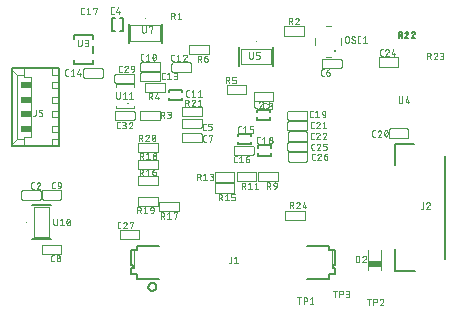
<source format=gbr>
G04 EAGLE Gerber RS-274X export*
G75*
%MOMM*%
%FSLAX34Y34*%
%LPD*%
%INSilkscreen Top*%
%IPPOS*%
%AMOC8*
5,1,8,0,0,1.08239X$1,22.5*%
G01*
%ADD10C,0.050800*%
%ADD11C,0.076200*%
%ADD12C,0.127000*%
%ADD13C,0.063500*%
%ADD14C,0.203200*%
%ADD15R,0.875000X0.500000*%
%ADD16C,0.223606*%
%ADD17C,0.101600*%
%ADD18C,0.010000*%
%ADD19C,0.075000*%
%ADD20R,1.100000X0.600000*%


D10*
X-125532Y102235D02*
X-126774Y102235D01*
X-126844Y102237D01*
X-126913Y102243D01*
X-126982Y102253D01*
X-127050Y102266D01*
X-127118Y102284D01*
X-127184Y102305D01*
X-127249Y102330D01*
X-127313Y102358D01*
X-127375Y102390D01*
X-127435Y102425D01*
X-127493Y102464D01*
X-127548Y102506D01*
X-127602Y102551D01*
X-127652Y102599D01*
X-127700Y102649D01*
X-127745Y102703D01*
X-127787Y102758D01*
X-127826Y102816D01*
X-127861Y102876D01*
X-127893Y102938D01*
X-127921Y103002D01*
X-127946Y103067D01*
X-127967Y103133D01*
X-127985Y103201D01*
X-127998Y103269D01*
X-128008Y103338D01*
X-128014Y103407D01*
X-128016Y103477D01*
X-128016Y106581D01*
X-128014Y106651D01*
X-128008Y106720D01*
X-127998Y106789D01*
X-127985Y106857D01*
X-127967Y106925D01*
X-127946Y106991D01*
X-127921Y107056D01*
X-127893Y107120D01*
X-127861Y107182D01*
X-127826Y107242D01*
X-127787Y107300D01*
X-127745Y107355D01*
X-127700Y107409D01*
X-127652Y107459D01*
X-127602Y107507D01*
X-127548Y107552D01*
X-127493Y107594D01*
X-127435Y107633D01*
X-127375Y107668D01*
X-127313Y107700D01*
X-127249Y107728D01*
X-127184Y107753D01*
X-127118Y107774D01*
X-127050Y107792D01*
X-126982Y107805D01*
X-126913Y107815D01*
X-126844Y107821D01*
X-126774Y107823D01*
X-125532Y107823D01*
X-123428Y106581D02*
X-121876Y107823D01*
X-121876Y102235D01*
X-123428Y102235D02*
X-120323Y102235D01*
X-117941Y107202D02*
X-117941Y107823D01*
X-114837Y107823D01*
X-116389Y102235D01*
D11*
X-146042Y-92829D02*
X-145973Y-92831D01*
X-145905Y-92836D01*
X-145837Y-92846D01*
X-145769Y-92859D01*
X-145702Y-92875D01*
X-145636Y-92895D01*
X-145572Y-92919D01*
X-145509Y-92946D01*
X-145447Y-92977D01*
X-145387Y-93011D01*
X-145329Y-93048D01*
X-145273Y-93088D01*
X-145220Y-93131D01*
X-145169Y-93177D01*
X-145120Y-93226D01*
X-145074Y-93277D01*
X-145031Y-93330D01*
X-144991Y-93386D01*
X-144954Y-93444D01*
X-144920Y-93504D01*
X-144889Y-93566D01*
X-144862Y-93629D01*
X-144838Y-93693D01*
X-144818Y-93759D01*
X-144802Y-93826D01*
X-144789Y-93894D01*
X-144779Y-93962D01*
X-144774Y-94030D01*
X-144772Y-94099D01*
X-144772Y-99449D01*
X-144774Y-99518D01*
X-144779Y-99586D01*
X-144789Y-99654D01*
X-144802Y-99722D01*
X-144818Y-99789D01*
X-144838Y-99855D01*
X-144862Y-99919D01*
X-144889Y-99982D01*
X-144920Y-100044D01*
X-144954Y-100104D01*
X-144991Y-100162D01*
X-145031Y-100218D01*
X-145074Y-100271D01*
X-145120Y-100322D01*
X-145169Y-100371D01*
X-145220Y-100417D01*
X-145273Y-100460D01*
X-145329Y-100500D01*
X-145387Y-100537D01*
X-145447Y-100571D01*
X-145509Y-100602D01*
X-145572Y-100629D01*
X-145636Y-100653D01*
X-145702Y-100673D01*
X-145769Y-100689D01*
X-145837Y-100702D01*
X-145905Y-100712D01*
X-145973Y-100717D01*
X-146042Y-100719D01*
X-160282Y-100719D01*
X-160351Y-100717D01*
X-160419Y-100712D01*
X-160487Y-100702D01*
X-160555Y-100689D01*
X-160622Y-100673D01*
X-160688Y-100653D01*
X-160752Y-100629D01*
X-160815Y-100602D01*
X-160877Y-100571D01*
X-160937Y-100537D01*
X-160995Y-100500D01*
X-161051Y-100460D01*
X-161104Y-100417D01*
X-161155Y-100371D01*
X-161204Y-100322D01*
X-161250Y-100271D01*
X-161293Y-100218D01*
X-161333Y-100162D01*
X-161370Y-100104D01*
X-161404Y-100044D01*
X-161435Y-99982D01*
X-161462Y-99919D01*
X-161486Y-99855D01*
X-161506Y-99789D01*
X-161522Y-99722D01*
X-161535Y-99654D01*
X-161545Y-99586D01*
X-161550Y-99518D01*
X-161552Y-99449D01*
X-161552Y-94099D01*
X-161550Y-94030D01*
X-161545Y-93962D01*
X-161535Y-93894D01*
X-161522Y-93826D01*
X-161506Y-93759D01*
X-161486Y-93693D01*
X-161462Y-93629D01*
X-161435Y-93566D01*
X-161404Y-93504D01*
X-161370Y-93444D01*
X-161333Y-93386D01*
X-161293Y-93330D01*
X-161250Y-93277D01*
X-161204Y-93226D01*
X-161155Y-93177D01*
X-161104Y-93131D01*
X-161051Y-93088D01*
X-160995Y-93048D01*
X-160937Y-93011D01*
X-160877Y-92977D01*
X-160815Y-92946D01*
X-160752Y-92919D01*
X-160688Y-92895D01*
X-160622Y-92875D01*
X-160555Y-92859D01*
X-160487Y-92846D01*
X-160419Y-92836D01*
X-160351Y-92831D01*
X-160282Y-92829D01*
X-146042Y-92829D01*
X-151045Y-106807D02*
X-152231Y-106807D01*
X-152297Y-106805D01*
X-152364Y-106800D01*
X-152429Y-106790D01*
X-152495Y-106777D01*
X-152559Y-106761D01*
X-152622Y-106741D01*
X-152684Y-106717D01*
X-152745Y-106690D01*
X-152804Y-106659D01*
X-152861Y-106625D01*
X-152917Y-106588D01*
X-152970Y-106548D01*
X-153021Y-106506D01*
X-153069Y-106460D01*
X-153115Y-106412D01*
X-153157Y-106361D01*
X-153197Y-106308D01*
X-153234Y-106252D01*
X-153268Y-106195D01*
X-153299Y-106136D01*
X-153326Y-106075D01*
X-153350Y-106013D01*
X-153370Y-105950D01*
X-153386Y-105886D01*
X-153399Y-105820D01*
X-153409Y-105755D01*
X-153414Y-105688D01*
X-153416Y-105622D01*
X-153416Y-102658D01*
X-153414Y-102592D01*
X-153409Y-102525D01*
X-153399Y-102460D01*
X-153386Y-102394D01*
X-153370Y-102330D01*
X-153350Y-102267D01*
X-153326Y-102205D01*
X-153299Y-102144D01*
X-153268Y-102085D01*
X-153234Y-102028D01*
X-153197Y-101972D01*
X-153157Y-101919D01*
X-153115Y-101868D01*
X-153069Y-101820D01*
X-153021Y-101774D01*
X-152970Y-101732D01*
X-152917Y-101692D01*
X-152861Y-101655D01*
X-152804Y-101621D01*
X-152745Y-101590D01*
X-152685Y-101563D01*
X-152622Y-101540D01*
X-152559Y-101519D01*
X-152495Y-101503D01*
X-152430Y-101490D01*
X-152364Y-101480D01*
X-152298Y-101475D01*
X-152231Y-101473D01*
X-151045Y-101473D01*
X-148824Y-105325D02*
X-148822Y-105249D01*
X-148816Y-105173D01*
X-148806Y-105097D01*
X-148793Y-105022D01*
X-148775Y-104948D01*
X-148754Y-104874D01*
X-148729Y-104802D01*
X-148700Y-104732D01*
X-148668Y-104662D01*
X-148632Y-104595D01*
X-148592Y-104530D01*
X-148550Y-104466D01*
X-148504Y-104405D01*
X-148455Y-104347D01*
X-148403Y-104291D01*
X-148349Y-104237D01*
X-148291Y-104187D01*
X-148232Y-104140D01*
X-148169Y-104095D01*
X-148105Y-104054D01*
X-148039Y-104017D01*
X-147970Y-103983D01*
X-147900Y-103952D01*
X-147829Y-103925D01*
X-147756Y-103902D01*
X-147682Y-103883D01*
X-147608Y-103867D01*
X-147532Y-103855D01*
X-147456Y-103847D01*
X-147380Y-103843D01*
X-147304Y-103843D01*
X-147228Y-103847D01*
X-147152Y-103855D01*
X-147076Y-103867D01*
X-147002Y-103883D01*
X-146928Y-103902D01*
X-146855Y-103925D01*
X-146784Y-103952D01*
X-146714Y-103983D01*
X-146645Y-104017D01*
X-146579Y-104054D01*
X-146515Y-104095D01*
X-146452Y-104140D01*
X-146393Y-104187D01*
X-146335Y-104237D01*
X-146281Y-104291D01*
X-146229Y-104347D01*
X-146180Y-104405D01*
X-146134Y-104466D01*
X-146092Y-104530D01*
X-146052Y-104595D01*
X-146016Y-104662D01*
X-145984Y-104732D01*
X-145955Y-104802D01*
X-145930Y-104874D01*
X-145909Y-104948D01*
X-145891Y-105022D01*
X-145878Y-105097D01*
X-145868Y-105173D01*
X-145862Y-105249D01*
X-145860Y-105325D01*
X-145862Y-105401D01*
X-145868Y-105477D01*
X-145878Y-105553D01*
X-145891Y-105628D01*
X-145909Y-105702D01*
X-145930Y-105776D01*
X-145955Y-105848D01*
X-145984Y-105918D01*
X-146016Y-105988D01*
X-146052Y-106055D01*
X-146092Y-106120D01*
X-146134Y-106184D01*
X-146180Y-106245D01*
X-146229Y-106303D01*
X-146281Y-106359D01*
X-146335Y-106413D01*
X-146393Y-106463D01*
X-146452Y-106510D01*
X-146515Y-106555D01*
X-146579Y-106596D01*
X-146645Y-106633D01*
X-146714Y-106667D01*
X-146784Y-106698D01*
X-146855Y-106725D01*
X-146928Y-106748D01*
X-147002Y-106767D01*
X-147076Y-106783D01*
X-147152Y-106795D01*
X-147228Y-106803D01*
X-147304Y-106807D01*
X-147380Y-106807D01*
X-147456Y-106803D01*
X-147532Y-106795D01*
X-147608Y-106783D01*
X-147682Y-106767D01*
X-147756Y-106748D01*
X-147829Y-106725D01*
X-147900Y-106698D01*
X-147970Y-106667D01*
X-148039Y-106633D01*
X-148105Y-106596D01*
X-148169Y-106555D01*
X-148232Y-106510D01*
X-148291Y-106463D01*
X-148349Y-106413D01*
X-148403Y-106359D01*
X-148455Y-106303D01*
X-148504Y-106245D01*
X-148550Y-106184D01*
X-148592Y-106120D01*
X-148632Y-106055D01*
X-148668Y-105988D01*
X-148700Y-105918D01*
X-148729Y-105848D01*
X-148754Y-105776D01*
X-148775Y-105702D01*
X-148793Y-105628D01*
X-148806Y-105553D01*
X-148816Y-105477D01*
X-148822Y-105401D01*
X-148824Y-105325D01*
X-148527Y-102658D02*
X-148525Y-102590D01*
X-148519Y-102523D01*
X-148510Y-102456D01*
X-148496Y-102390D01*
X-148479Y-102324D01*
X-148458Y-102260D01*
X-148434Y-102197D01*
X-148405Y-102135D01*
X-148374Y-102075D01*
X-148339Y-102017D01*
X-148301Y-101961D01*
X-148259Y-101908D01*
X-148215Y-101857D01*
X-148168Y-101808D01*
X-148118Y-101762D01*
X-148066Y-101720D01*
X-148011Y-101680D01*
X-147954Y-101643D01*
X-147895Y-101610D01*
X-147834Y-101580D01*
X-147772Y-101554D01*
X-147708Y-101531D01*
X-147643Y-101512D01*
X-147577Y-101497D01*
X-147511Y-101485D01*
X-147443Y-101477D01*
X-147376Y-101473D01*
X-147308Y-101473D01*
X-147241Y-101477D01*
X-147173Y-101485D01*
X-147107Y-101497D01*
X-147041Y-101512D01*
X-146976Y-101531D01*
X-146912Y-101554D01*
X-146850Y-101580D01*
X-146789Y-101610D01*
X-146730Y-101643D01*
X-146673Y-101680D01*
X-146618Y-101720D01*
X-146566Y-101762D01*
X-146516Y-101808D01*
X-146469Y-101857D01*
X-146425Y-101908D01*
X-146383Y-101961D01*
X-146345Y-102017D01*
X-146310Y-102075D01*
X-146279Y-102135D01*
X-146250Y-102197D01*
X-146226Y-102260D01*
X-146205Y-102324D01*
X-146188Y-102390D01*
X-146174Y-102456D01*
X-146165Y-102523D01*
X-146159Y-102590D01*
X-146157Y-102658D01*
X-146159Y-102726D01*
X-146165Y-102793D01*
X-146174Y-102860D01*
X-146188Y-102926D01*
X-146205Y-102992D01*
X-146226Y-103056D01*
X-146250Y-103119D01*
X-146279Y-103181D01*
X-146310Y-103241D01*
X-146345Y-103299D01*
X-146383Y-103355D01*
X-146425Y-103408D01*
X-146469Y-103459D01*
X-146516Y-103508D01*
X-146566Y-103554D01*
X-146618Y-103596D01*
X-146673Y-103636D01*
X-146730Y-103673D01*
X-146789Y-103706D01*
X-146850Y-103736D01*
X-146912Y-103762D01*
X-146976Y-103785D01*
X-147041Y-103804D01*
X-147107Y-103819D01*
X-147173Y-103831D01*
X-147241Y-103839D01*
X-147308Y-103843D01*
X-147376Y-103843D01*
X-147443Y-103839D01*
X-147511Y-103831D01*
X-147577Y-103819D01*
X-147643Y-103804D01*
X-147708Y-103785D01*
X-147772Y-103762D01*
X-147834Y-103736D01*
X-147895Y-103706D01*
X-147954Y-103673D01*
X-148011Y-103636D01*
X-148066Y-103596D01*
X-148118Y-103554D01*
X-148168Y-103508D01*
X-148215Y-103459D01*
X-148259Y-103408D01*
X-148301Y-103355D01*
X-148339Y-103299D01*
X-148374Y-103241D01*
X-148405Y-103181D01*
X-148434Y-103119D01*
X-148458Y-103056D01*
X-148479Y-102992D01*
X-148496Y-102926D01*
X-148510Y-102860D01*
X-148519Y-102793D01*
X-148525Y-102726D01*
X-148527Y-102658D01*
X-177554Y-54491D02*
X-177623Y-54489D01*
X-177691Y-54484D01*
X-177759Y-54474D01*
X-177827Y-54461D01*
X-177894Y-54445D01*
X-177960Y-54425D01*
X-178024Y-54401D01*
X-178087Y-54374D01*
X-178149Y-54343D01*
X-178209Y-54309D01*
X-178267Y-54272D01*
X-178323Y-54232D01*
X-178376Y-54189D01*
X-178427Y-54143D01*
X-178476Y-54094D01*
X-178522Y-54043D01*
X-178565Y-53990D01*
X-178605Y-53934D01*
X-178642Y-53876D01*
X-178676Y-53816D01*
X-178707Y-53754D01*
X-178734Y-53691D01*
X-178758Y-53627D01*
X-178778Y-53561D01*
X-178794Y-53494D01*
X-178807Y-53426D01*
X-178817Y-53358D01*
X-178822Y-53290D01*
X-178824Y-53221D01*
X-178824Y-47871D01*
X-178822Y-47802D01*
X-178817Y-47734D01*
X-178807Y-47666D01*
X-178794Y-47598D01*
X-178778Y-47531D01*
X-178758Y-47465D01*
X-178734Y-47401D01*
X-178707Y-47338D01*
X-178676Y-47276D01*
X-178642Y-47216D01*
X-178605Y-47158D01*
X-178565Y-47102D01*
X-178522Y-47049D01*
X-178476Y-46998D01*
X-178427Y-46949D01*
X-178376Y-46903D01*
X-178323Y-46860D01*
X-178267Y-46820D01*
X-178209Y-46783D01*
X-178149Y-46749D01*
X-178087Y-46718D01*
X-178024Y-46691D01*
X-177960Y-46667D01*
X-177894Y-46647D01*
X-177827Y-46631D01*
X-177759Y-46618D01*
X-177691Y-46608D01*
X-177623Y-46603D01*
X-177554Y-46601D01*
X-163314Y-46601D01*
X-163245Y-46603D01*
X-163177Y-46608D01*
X-163109Y-46618D01*
X-163041Y-46631D01*
X-162974Y-46647D01*
X-162908Y-46667D01*
X-162844Y-46691D01*
X-162781Y-46718D01*
X-162719Y-46749D01*
X-162659Y-46783D01*
X-162601Y-46820D01*
X-162545Y-46860D01*
X-162492Y-46903D01*
X-162441Y-46949D01*
X-162392Y-46998D01*
X-162346Y-47049D01*
X-162303Y-47102D01*
X-162263Y-47158D01*
X-162226Y-47216D01*
X-162192Y-47276D01*
X-162161Y-47338D01*
X-162134Y-47401D01*
X-162110Y-47465D01*
X-162090Y-47531D01*
X-162074Y-47598D01*
X-162061Y-47666D01*
X-162051Y-47734D01*
X-162046Y-47802D01*
X-162044Y-47871D01*
X-162044Y-53221D01*
X-162046Y-53290D01*
X-162051Y-53358D01*
X-162061Y-53426D01*
X-162074Y-53494D01*
X-162090Y-53561D01*
X-162110Y-53627D01*
X-162134Y-53691D01*
X-162161Y-53754D01*
X-162192Y-53816D01*
X-162226Y-53876D01*
X-162263Y-53934D01*
X-162303Y-53990D01*
X-162346Y-54043D01*
X-162392Y-54094D01*
X-162441Y-54143D01*
X-162492Y-54189D01*
X-162545Y-54232D01*
X-162601Y-54272D01*
X-162659Y-54309D01*
X-162719Y-54343D01*
X-162781Y-54374D01*
X-162844Y-54401D01*
X-162908Y-54425D01*
X-162974Y-54445D01*
X-163041Y-54461D01*
X-163109Y-54474D01*
X-163177Y-54484D01*
X-163245Y-54489D01*
X-163314Y-54491D01*
X-177554Y-54491D01*
X-169249Y-45212D02*
X-168063Y-45212D01*
X-169249Y-45212D02*
X-169315Y-45210D01*
X-169382Y-45205D01*
X-169447Y-45195D01*
X-169513Y-45182D01*
X-169577Y-45166D01*
X-169640Y-45146D01*
X-169702Y-45122D01*
X-169763Y-45095D01*
X-169822Y-45064D01*
X-169879Y-45030D01*
X-169935Y-44993D01*
X-169988Y-44953D01*
X-170039Y-44911D01*
X-170087Y-44865D01*
X-170133Y-44817D01*
X-170175Y-44766D01*
X-170215Y-44713D01*
X-170252Y-44657D01*
X-170286Y-44600D01*
X-170317Y-44541D01*
X-170344Y-44480D01*
X-170368Y-44418D01*
X-170388Y-44355D01*
X-170404Y-44291D01*
X-170417Y-44225D01*
X-170427Y-44160D01*
X-170432Y-44093D01*
X-170434Y-44027D01*
X-170434Y-41063D01*
X-170432Y-40997D01*
X-170427Y-40930D01*
X-170417Y-40865D01*
X-170404Y-40799D01*
X-170388Y-40735D01*
X-170368Y-40672D01*
X-170344Y-40610D01*
X-170317Y-40549D01*
X-170286Y-40490D01*
X-170252Y-40433D01*
X-170215Y-40377D01*
X-170175Y-40324D01*
X-170133Y-40273D01*
X-170087Y-40225D01*
X-170039Y-40179D01*
X-169988Y-40137D01*
X-169935Y-40097D01*
X-169879Y-40060D01*
X-169822Y-40026D01*
X-169763Y-39995D01*
X-169703Y-39968D01*
X-169640Y-39945D01*
X-169577Y-39924D01*
X-169513Y-39908D01*
X-169448Y-39895D01*
X-169382Y-39885D01*
X-169316Y-39880D01*
X-169249Y-39878D01*
X-168063Y-39878D01*
X-164212Y-39878D02*
X-164140Y-39880D01*
X-164068Y-39886D01*
X-163996Y-39896D01*
X-163925Y-39909D01*
X-163855Y-39927D01*
X-163786Y-39948D01*
X-163718Y-39973D01*
X-163652Y-40001D01*
X-163587Y-40033D01*
X-163524Y-40069D01*
X-163463Y-40108D01*
X-163405Y-40150D01*
X-163348Y-40195D01*
X-163295Y-40244D01*
X-163244Y-40295D01*
X-163195Y-40348D01*
X-163150Y-40405D01*
X-163108Y-40463D01*
X-163069Y-40524D01*
X-163033Y-40587D01*
X-163001Y-40652D01*
X-162973Y-40718D01*
X-162948Y-40786D01*
X-162927Y-40855D01*
X-162909Y-40925D01*
X-162896Y-40996D01*
X-162886Y-41068D01*
X-162880Y-41140D01*
X-162878Y-41212D01*
X-164212Y-39878D02*
X-164292Y-39880D01*
X-164371Y-39885D01*
X-164451Y-39895D01*
X-164529Y-39908D01*
X-164607Y-39924D01*
X-164684Y-39944D01*
X-164761Y-39968D01*
X-164836Y-39996D01*
X-164909Y-40026D01*
X-164981Y-40060D01*
X-165052Y-40098D01*
X-165120Y-40139D01*
X-165187Y-40183D01*
X-165252Y-40229D01*
X-165314Y-40279D01*
X-165374Y-40332D01*
X-165431Y-40388D01*
X-165486Y-40446D01*
X-165538Y-40506D01*
X-165587Y-40569D01*
X-165633Y-40634D01*
X-165676Y-40701D01*
X-165716Y-40771D01*
X-165752Y-40841D01*
X-165786Y-40914D01*
X-165815Y-40988D01*
X-165842Y-41063D01*
X-163323Y-42249D02*
X-163272Y-42198D01*
X-163224Y-42144D01*
X-163178Y-42088D01*
X-163135Y-42029D01*
X-163095Y-41969D01*
X-163059Y-41906D01*
X-163025Y-41842D01*
X-162995Y-41776D01*
X-162968Y-41709D01*
X-162945Y-41640D01*
X-162925Y-41571D01*
X-162908Y-41500D01*
X-162895Y-41429D01*
X-162886Y-41357D01*
X-162881Y-41284D01*
X-162879Y-41212D01*
X-163323Y-42249D02*
X-165842Y-45212D01*
X-162878Y-45212D01*
X-146042Y-46601D02*
X-145973Y-46603D01*
X-145905Y-46608D01*
X-145837Y-46618D01*
X-145769Y-46631D01*
X-145702Y-46647D01*
X-145636Y-46667D01*
X-145572Y-46691D01*
X-145509Y-46718D01*
X-145447Y-46749D01*
X-145387Y-46783D01*
X-145329Y-46820D01*
X-145273Y-46860D01*
X-145220Y-46903D01*
X-145169Y-46949D01*
X-145120Y-46998D01*
X-145074Y-47049D01*
X-145031Y-47102D01*
X-144991Y-47158D01*
X-144954Y-47216D01*
X-144920Y-47276D01*
X-144889Y-47338D01*
X-144862Y-47401D01*
X-144838Y-47465D01*
X-144818Y-47531D01*
X-144802Y-47598D01*
X-144789Y-47666D01*
X-144779Y-47734D01*
X-144774Y-47802D01*
X-144772Y-47871D01*
X-144772Y-53221D01*
X-144774Y-53290D01*
X-144779Y-53358D01*
X-144789Y-53426D01*
X-144802Y-53494D01*
X-144818Y-53561D01*
X-144838Y-53627D01*
X-144862Y-53691D01*
X-144889Y-53754D01*
X-144920Y-53816D01*
X-144954Y-53876D01*
X-144991Y-53934D01*
X-145031Y-53990D01*
X-145074Y-54043D01*
X-145120Y-54094D01*
X-145169Y-54143D01*
X-145220Y-54189D01*
X-145273Y-54232D01*
X-145329Y-54272D01*
X-145387Y-54309D01*
X-145447Y-54343D01*
X-145509Y-54374D01*
X-145572Y-54401D01*
X-145636Y-54425D01*
X-145702Y-54445D01*
X-145769Y-54461D01*
X-145837Y-54474D01*
X-145905Y-54484D01*
X-145973Y-54489D01*
X-146042Y-54491D01*
X-160282Y-54491D01*
X-160351Y-54489D01*
X-160419Y-54484D01*
X-160487Y-54474D01*
X-160555Y-54461D01*
X-160622Y-54445D01*
X-160688Y-54425D01*
X-160752Y-54401D01*
X-160815Y-54374D01*
X-160877Y-54343D01*
X-160937Y-54309D01*
X-160995Y-54272D01*
X-161051Y-54232D01*
X-161104Y-54189D01*
X-161155Y-54143D01*
X-161204Y-54094D01*
X-161250Y-54043D01*
X-161293Y-53990D01*
X-161333Y-53934D01*
X-161370Y-53876D01*
X-161404Y-53816D01*
X-161435Y-53754D01*
X-161462Y-53691D01*
X-161486Y-53627D01*
X-161506Y-53561D01*
X-161522Y-53494D01*
X-161535Y-53426D01*
X-161545Y-53358D01*
X-161550Y-53290D01*
X-161552Y-53221D01*
X-161552Y-47871D01*
X-161550Y-47802D01*
X-161545Y-47734D01*
X-161535Y-47666D01*
X-161522Y-47598D01*
X-161506Y-47531D01*
X-161486Y-47465D01*
X-161462Y-47401D01*
X-161435Y-47338D01*
X-161404Y-47276D01*
X-161370Y-47216D01*
X-161333Y-47158D01*
X-161293Y-47102D01*
X-161250Y-47049D01*
X-161204Y-46998D01*
X-161155Y-46949D01*
X-161104Y-46903D01*
X-161051Y-46860D01*
X-160995Y-46820D01*
X-160937Y-46783D01*
X-160877Y-46749D01*
X-160815Y-46718D01*
X-160752Y-46691D01*
X-160688Y-46667D01*
X-160622Y-46647D01*
X-160555Y-46631D01*
X-160487Y-46618D01*
X-160419Y-46608D01*
X-160351Y-46603D01*
X-160282Y-46601D01*
X-146042Y-46601D01*
X-150283Y-45085D02*
X-151469Y-45085D01*
X-151535Y-45083D01*
X-151602Y-45078D01*
X-151667Y-45068D01*
X-151733Y-45055D01*
X-151797Y-45039D01*
X-151860Y-45019D01*
X-151922Y-44995D01*
X-151983Y-44968D01*
X-152042Y-44937D01*
X-152099Y-44903D01*
X-152155Y-44866D01*
X-152208Y-44826D01*
X-152259Y-44784D01*
X-152307Y-44738D01*
X-152353Y-44690D01*
X-152395Y-44639D01*
X-152435Y-44586D01*
X-152472Y-44530D01*
X-152506Y-44473D01*
X-152537Y-44414D01*
X-152564Y-44353D01*
X-152588Y-44291D01*
X-152608Y-44228D01*
X-152624Y-44164D01*
X-152637Y-44098D01*
X-152647Y-44033D01*
X-152652Y-43966D01*
X-152654Y-43900D01*
X-152654Y-40936D01*
X-152652Y-40870D01*
X-152647Y-40803D01*
X-152637Y-40738D01*
X-152624Y-40672D01*
X-152608Y-40608D01*
X-152588Y-40545D01*
X-152564Y-40483D01*
X-152537Y-40422D01*
X-152506Y-40363D01*
X-152472Y-40306D01*
X-152435Y-40250D01*
X-152395Y-40197D01*
X-152353Y-40146D01*
X-152307Y-40098D01*
X-152259Y-40052D01*
X-152208Y-40010D01*
X-152155Y-39970D01*
X-152099Y-39933D01*
X-152042Y-39899D01*
X-151983Y-39868D01*
X-151923Y-39841D01*
X-151860Y-39818D01*
X-151797Y-39797D01*
X-151733Y-39781D01*
X-151668Y-39768D01*
X-151602Y-39758D01*
X-151536Y-39753D01*
X-151469Y-39751D01*
X-150283Y-39751D01*
X-146876Y-42714D02*
X-145098Y-42714D01*
X-146876Y-42714D02*
X-146942Y-42712D01*
X-147009Y-42707D01*
X-147074Y-42697D01*
X-147140Y-42684D01*
X-147204Y-42668D01*
X-147267Y-42648D01*
X-147329Y-42624D01*
X-147390Y-42597D01*
X-147449Y-42566D01*
X-147506Y-42532D01*
X-147562Y-42495D01*
X-147615Y-42455D01*
X-147666Y-42413D01*
X-147714Y-42367D01*
X-147760Y-42319D01*
X-147802Y-42268D01*
X-147842Y-42215D01*
X-147879Y-42159D01*
X-147913Y-42102D01*
X-147944Y-42043D01*
X-147971Y-41982D01*
X-147995Y-41920D01*
X-148015Y-41857D01*
X-148031Y-41793D01*
X-148044Y-41727D01*
X-148054Y-41662D01*
X-148059Y-41595D01*
X-148061Y-41529D01*
X-148062Y-41529D02*
X-148062Y-41233D01*
X-148060Y-41157D01*
X-148054Y-41081D01*
X-148044Y-41005D01*
X-148031Y-40930D01*
X-148013Y-40856D01*
X-147992Y-40782D01*
X-147967Y-40710D01*
X-147938Y-40640D01*
X-147906Y-40570D01*
X-147870Y-40503D01*
X-147830Y-40438D01*
X-147788Y-40374D01*
X-147742Y-40313D01*
X-147693Y-40255D01*
X-147641Y-40199D01*
X-147587Y-40145D01*
X-147529Y-40095D01*
X-147470Y-40048D01*
X-147407Y-40003D01*
X-147343Y-39962D01*
X-147277Y-39925D01*
X-147208Y-39891D01*
X-147138Y-39860D01*
X-147067Y-39833D01*
X-146994Y-39810D01*
X-146920Y-39791D01*
X-146846Y-39775D01*
X-146770Y-39763D01*
X-146694Y-39755D01*
X-146618Y-39751D01*
X-146542Y-39751D01*
X-146466Y-39755D01*
X-146390Y-39763D01*
X-146314Y-39775D01*
X-146240Y-39791D01*
X-146166Y-39810D01*
X-146093Y-39833D01*
X-146022Y-39860D01*
X-145952Y-39891D01*
X-145883Y-39925D01*
X-145817Y-39962D01*
X-145753Y-40003D01*
X-145690Y-40048D01*
X-145631Y-40095D01*
X-145573Y-40145D01*
X-145519Y-40199D01*
X-145467Y-40255D01*
X-145418Y-40313D01*
X-145372Y-40374D01*
X-145330Y-40438D01*
X-145290Y-40503D01*
X-145254Y-40570D01*
X-145222Y-40640D01*
X-145193Y-40710D01*
X-145168Y-40782D01*
X-145147Y-40856D01*
X-145129Y-40930D01*
X-145116Y-41005D01*
X-145106Y-41081D01*
X-145100Y-41157D01*
X-145098Y-41233D01*
X-145098Y-42714D01*
X-145100Y-42809D01*
X-145106Y-42905D01*
X-145115Y-43000D01*
X-145129Y-43094D01*
X-145146Y-43188D01*
X-145167Y-43281D01*
X-145192Y-43374D01*
X-145220Y-43465D01*
X-145252Y-43555D01*
X-145288Y-43643D01*
X-145327Y-43730D01*
X-145370Y-43816D01*
X-145416Y-43900D01*
X-145465Y-43981D01*
X-145518Y-44061D01*
X-145574Y-44138D01*
X-145632Y-44214D01*
X-145694Y-44286D01*
X-145759Y-44356D01*
X-145827Y-44424D01*
X-145897Y-44489D01*
X-145969Y-44551D01*
X-146045Y-44609D01*
X-146122Y-44665D01*
X-146202Y-44718D01*
X-146284Y-44767D01*
X-146367Y-44813D01*
X-146453Y-44856D01*
X-146540Y-44895D01*
X-146628Y-44931D01*
X-146718Y-44963D01*
X-146809Y-44991D01*
X-146902Y-45016D01*
X-146995Y-45037D01*
X-147089Y-45054D01*
X-147183Y-45068D01*
X-147278Y-45077D01*
X-147374Y-45083D01*
X-147469Y-45085D01*
X132326Y-897D02*
X132328Y-966D01*
X132333Y-1034D01*
X132343Y-1102D01*
X132356Y-1170D01*
X132372Y-1237D01*
X132392Y-1303D01*
X132416Y-1367D01*
X132443Y-1430D01*
X132474Y-1492D01*
X132508Y-1552D01*
X132545Y-1610D01*
X132585Y-1666D01*
X132628Y-1719D01*
X132674Y-1770D01*
X132723Y-1819D01*
X132774Y-1865D01*
X132827Y-1908D01*
X132883Y-1948D01*
X132941Y-1985D01*
X133001Y-2019D01*
X133063Y-2050D01*
X133126Y-2077D01*
X133190Y-2101D01*
X133256Y-2121D01*
X133323Y-2137D01*
X133391Y-2150D01*
X133459Y-2160D01*
X133527Y-2165D01*
X133596Y-2167D01*
X132326Y-897D02*
X132326Y4453D01*
X132328Y4522D01*
X132333Y4590D01*
X132343Y4658D01*
X132356Y4726D01*
X132372Y4793D01*
X132392Y4859D01*
X132416Y4923D01*
X132443Y4986D01*
X132474Y5048D01*
X132508Y5108D01*
X132545Y5166D01*
X132585Y5222D01*
X132628Y5275D01*
X132674Y5326D01*
X132723Y5375D01*
X132774Y5421D01*
X132827Y5464D01*
X132883Y5504D01*
X132941Y5541D01*
X133001Y5575D01*
X133063Y5606D01*
X133126Y5633D01*
X133190Y5657D01*
X133256Y5677D01*
X133323Y5693D01*
X133391Y5706D01*
X133459Y5716D01*
X133527Y5721D01*
X133596Y5723D01*
X147836Y5723D01*
X147905Y5721D01*
X147973Y5716D01*
X148041Y5706D01*
X148109Y5693D01*
X148176Y5677D01*
X148242Y5657D01*
X148306Y5633D01*
X148369Y5606D01*
X148431Y5575D01*
X148491Y5541D01*
X148549Y5504D01*
X148605Y5464D01*
X148658Y5421D01*
X148709Y5375D01*
X148758Y5326D01*
X148804Y5275D01*
X148847Y5222D01*
X148887Y5166D01*
X148924Y5108D01*
X148958Y5048D01*
X148989Y4986D01*
X149016Y4923D01*
X149040Y4859D01*
X149060Y4793D01*
X149076Y4726D01*
X149089Y4658D01*
X149099Y4590D01*
X149104Y4522D01*
X149106Y4453D01*
X149106Y-897D01*
X149104Y-966D01*
X149099Y-1034D01*
X149089Y-1102D01*
X149076Y-1170D01*
X149060Y-1237D01*
X149040Y-1303D01*
X149016Y-1367D01*
X148989Y-1430D01*
X148958Y-1492D01*
X148924Y-1552D01*
X148887Y-1610D01*
X148847Y-1666D01*
X148804Y-1719D01*
X148758Y-1770D01*
X148709Y-1819D01*
X148658Y-1865D01*
X148605Y-1908D01*
X148549Y-1948D01*
X148491Y-1985D01*
X148431Y-2019D01*
X148369Y-2050D01*
X148306Y-2077D01*
X148242Y-2101D01*
X148176Y-2121D01*
X148109Y-2137D01*
X148041Y-2150D01*
X147973Y-2160D01*
X147905Y-2165D01*
X147836Y-2167D01*
X133596Y-2167D01*
X120774Y-1143D02*
X119588Y-1143D01*
X119522Y-1141D01*
X119455Y-1136D01*
X119390Y-1126D01*
X119324Y-1113D01*
X119260Y-1097D01*
X119197Y-1077D01*
X119135Y-1053D01*
X119074Y-1026D01*
X119015Y-995D01*
X118958Y-961D01*
X118902Y-924D01*
X118849Y-884D01*
X118798Y-842D01*
X118750Y-796D01*
X118704Y-748D01*
X118662Y-697D01*
X118622Y-644D01*
X118585Y-588D01*
X118551Y-531D01*
X118520Y-472D01*
X118493Y-411D01*
X118469Y-349D01*
X118449Y-286D01*
X118433Y-222D01*
X118420Y-156D01*
X118410Y-91D01*
X118405Y-24D01*
X118403Y42D01*
X118403Y3006D01*
X118405Y3072D01*
X118410Y3139D01*
X118420Y3204D01*
X118433Y3270D01*
X118449Y3334D01*
X118469Y3397D01*
X118493Y3459D01*
X118520Y3520D01*
X118551Y3579D01*
X118585Y3636D01*
X118622Y3692D01*
X118662Y3745D01*
X118704Y3796D01*
X118750Y3844D01*
X118798Y3890D01*
X118849Y3932D01*
X118902Y3972D01*
X118958Y4009D01*
X119015Y4043D01*
X119074Y4074D01*
X119134Y4101D01*
X119197Y4124D01*
X119260Y4145D01*
X119324Y4161D01*
X119389Y4174D01*
X119455Y4184D01*
X119522Y4189D01*
X119588Y4191D01*
X120774Y4191D01*
X124625Y4191D02*
X124697Y4189D01*
X124769Y4183D01*
X124841Y4173D01*
X124912Y4160D01*
X124982Y4142D01*
X125051Y4121D01*
X125119Y4096D01*
X125185Y4068D01*
X125250Y4036D01*
X125313Y4000D01*
X125374Y3961D01*
X125432Y3919D01*
X125489Y3874D01*
X125542Y3825D01*
X125593Y3774D01*
X125642Y3721D01*
X125687Y3664D01*
X125729Y3606D01*
X125768Y3545D01*
X125804Y3482D01*
X125836Y3417D01*
X125864Y3351D01*
X125889Y3283D01*
X125910Y3214D01*
X125928Y3144D01*
X125941Y3073D01*
X125951Y3001D01*
X125957Y2929D01*
X125959Y2857D01*
X124625Y4191D02*
X124545Y4189D01*
X124466Y4184D01*
X124386Y4174D01*
X124308Y4161D01*
X124230Y4145D01*
X124152Y4125D01*
X124076Y4101D01*
X124001Y4073D01*
X123928Y4043D01*
X123856Y4009D01*
X123785Y3971D01*
X123717Y3930D01*
X123650Y3886D01*
X123585Y3840D01*
X123523Y3790D01*
X123463Y3737D01*
X123406Y3681D01*
X123351Y3623D01*
X123299Y3563D01*
X123250Y3500D01*
X123204Y3435D01*
X123161Y3368D01*
X123121Y3299D01*
X123085Y3228D01*
X123051Y3155D01*
X123022Y3081D01*
X122995Y3006D01*
X125514Y1820D02*
X125565Y1871D01*
X125613Y1925D01*
X125659Y1981D01*
X125702Y2040D01*
X125742Y2100D01*
X125778Y2163D01*
X125812Y2227D01*
X125842Y2293D01*
X125869Y2360D01*
X125892Y2429D01*
X125912Y2498D01*
X125929Y2569D01*
X125942Y2640D01*
X125951Y2712D01*
X125956Y2785D01*
X125958Y2857D01*
X125514Y1820D02*
X122995Y-1143D01*
X125959Y-1143D01*
X128481Y1524D02*
X128483Y1649D01*
X128488Y1773D01*
X128497Y1897D01*
X128509Y2021D01*
X128525Y2145D01*
X128544Y2268D01*
X128567Y2391D01*
X128594Y2513D01*
X128623Y2634D01*
X128656Y2754D01*
X128693Y2873D01*
X128733Y2991D01*
X128776Y3108D01*
X128823Y3223D01*
X128873Y3338D01*
X128926Y3450D01*
X128949Y3511D01*
X128975Y3570D01*
X129005Y3628D01*
X129038Y3683D01*
X129075Y3737D01*
X129114Y3788D01*
X129156Y3837D01*
X129202Y3883D01*
X129250Y3927D01*
X129300Y3968D01*
X129353Y4005D01*
X129407Y4040D01*
X129464Y4071D01*
X129523Y4099D01*
X129583Y4123D01*
X129644Y4144D01*
X129706Y4161D01*
X129770Y4174D01*
X129834Y4183D01*
X129898Y4189D01*
X129963Y4191D01*
X130028Y4189D01*
X130092Y4183D01*
X130156Y4174D01*
X130220Y4161D01*
X130282Y4144D01*
X130343Y4123D01*
X130403Y4099D01*
X130462Y4071D01*
X130519Y4040D01*
X130573Y4005D01*
X130626Y3968D01*
X130676Y3927D01*
X130724Y3883D01*
X130770Y3837D01*
X130812Y3788D01*
X130851Y3737D01*
X130888Y3683D01*
X130921Y3628D01*
X130951Y3570D01*
X130977Y3511D01*
X131000Y3450D01*
X131001Y3450D02*
X131054Y3338D01*
X131104Y3223D01*
X131151Y3108D01*
X131194Y2991D01*
X131234Y2873D01*
X131271Y2754D01*
X131304Y2634D01*
X131333Y2513D01*
X131360Y2391D01*
X131383Y2268D01*
X131402Y2145D01*
X131418Y2021D01*
X131430Y1897D01*
X131439Y1773D01*
X131444Y1649D01*
X131446Y1524D01*
X128481Y1524D02*
X128483Y1399D01*
X128488Y1275D01*
X128497Y1151D01*
X128509Y1027D01*
X128525Y903D01*
X128544Y780D01*
X128567Y657D01*
X128594Y536D01*
X128623Y415D01*
X128656Y294D01*
X128693Y175D01*
X128733Y57D01*
X128776Y-60D01*
X128823Y-175D01*
X128873Y-290D01*
X128926Y-402D01*
X128949Y-463D01*
X128975Y-522D01*
X129005Y-580D01*
X129038Y-635D01*
X129075Y-689D01*
X129114Y-740D01*
X129156Y-789D01*
X129202Y-835D01*
X129250Y-879D01*
X129300Y-920D01*
X129353Y-957D01*
X129407Y-992D01*
X129464Y-1023D01*
X129523Y-1051D01*
X129583Y-1075D01*
X129644Y-1096D01*
X129706Y-1113D01*
X129770Y-1126D01*
X129834Y-1135D01*
X129898Y-1141D01*
X129963Y-1143D01*
X131000Y-402D02*
X131053Y-290D01*
X131103Y-175D01*
X131150Y-60D01*
X131193Y57D01*
X131233Y175D01*
X131270Y294D01*
X131303Y415D01*
X131332Y536D01*
X131359Y657D01*
X131382Y780D01*
X131401Y903D01*
X131417Y1027D01*
X131429Y1151D01*
X131438Y1275D01*
X131443Y1399D01*
X131445Y1524D01*
X131000Y-402D02*
X130977Y-463D01*
X130951Y-522D01*
X130921Y-580D01*
X130888Y-635D01*
X130851Y-689D01*
X130812Y-740D01*
X130770Y-789D01*
X130724Y-835D01*
X130676Y-879D01*
X130626Y-920D01*
X130573Y-957D01*
X130519Y-992D01*
X130462Y-1023D01*
X130403Y-1051D01*
X130343Y-1075D01*
X130282Y-1096D01*
X130220Y-1113D01*
X130156Y-1126D01*
X130092Y-1135D01*
X130028Y-1141D01*
X129963Y-1143D01*
X128778Y42D02*
X131149Y3006D01*
X140597Y64651D02*
X140595Y64720D01*
X140590Y64788D01*
X140580Y64856D01*
X140567Y64924D01*
X140551Y64991D01*
X140531Y65057D01*
X140507Y65121D01*
X140480Y65184D01*
X140449Y65246D01*
X140415Y65306D01*
X140378Y65364D01*
X140338Y65420D01*
X140295Y65473D01*
X140249Y65524D01*
X140200Y65573D01*
X140149Y65619D01*
X140096Y65662D01*
X140040Y65702D01*
X139982Y65739D01*
X139922Y65773D01*
X139860Y65804D01*
X139797Y65831D01*
X139733Y65855D01*
X139667Y65875D01*
X139600Y65891D01*
X139532Y65904D01*
X139464Y65914D01*
X139396Y65919D01*
X139327Y65921D01*
X140597Y64651D02*
X140597Y59301D01*
X140595Y59232D01*
X140590Y59164D01*
X140580Y59096D01*
X140567Y59028D01*
X140551Y58961D01*
X140531Y58895D01*
X140507Y58831D01*
X140480Y58768D01*
X140449Y58706D01*
X140415Y58646D01*
X140378Y58588D01*
X140338Y58532D01*
X140295Y58479D01*
X140249Y58428D01*
X140200Y58379D01*
X140149Y58333D01*
X140096Y58290D01*
X140040Y58250D01*
X139982Y58213D01*
X139922Y58179D01*
X139860Y58148D01*
X139797Y58121D01*
X139733Y58097D01*
X139667Y58077D01*
X139600Y58061D01*
X139532Y58048D01*
X139464Y58038D01*
X139396Y58033D01*
X139327Y58031D01*
X125087Y58031D01*
X125018Y58033D01*
X124950Y58038D01*
X124882Y58048D01*
X124814Y58061D01*
X124747Y58077D01*
X124681Y58097D01*
X124617Y58121D01*
X124554Y58148D01*
X124492Y58179D01*
X124432Y58213D01*
X124374Y58250D01*
X124318Y58290D01*
X124265Y58333D01*
X124214Y58379D01*
X124165Y58428D01*
X124119Y58479D01*
X124076Y58532D01*
X124036Y58588D01*
X123999Y58646D01*
X123965Y58706D01*
X123934Y58768D01*
X123907Y58831D01*
X123883Y58895D01*
X123863Y58961D01*
X123847Y59028D01*
X123834Y59096D01*
X123824Y59164D01*
X123819Y59232D01*
X123817Y59301D01*
X123817Y64651D01*
X123819Y64720D01*
X123824Y64788D01*
X123834Y64856D01*
X123847Y64924D01*
X123863Y64991D01*
X123883Y65057D01*
X123907Y65121D01*
X123934Y65184D01*
X123965Y65246D01*
X123999Y65306D01*
X124036Y65364D01*
X124076Y65420D01*
X124119Y65473D01*
X124165Y65524D01*
X124214Y65573D01*
X124265Y65619D01*
X124318Y65662D01*
X124374Y65702D01*
X124432Y65739D01*
X124492Y65773D01*
X124554Y65804D01*
X124617Y65831D01*
X124681Y65855D01*
X124747Y65875D01*
X124814Y65891D01*
X124882Y65904D01*
X124950Y65914D01*
X125018Y65919D01*
X125087Y65921D01*
X139327Y65921D01*
X127339Y67437D02*
X126153Y67437D01*
X126087Y67439D01*
X126020Y67444D01*
X125955Y67454D01*
X125889Y67467D01*
X125825Y67483D01*
X125762Y67503D01*
X125700Y67527D01*
X125639Y67554D01*
X125580Y67585D01*
X125523Y67619D01*
X125467Y67656D01*
X125414Y67696D01*
X125363Y67738D01*
X125315Y67784D01*
X125269Y67832D01*
X125227Y67883D01*
X125187Y67936D01*
X125150Y67992D01*
X125116Y68049D01*
X125085Y68108D01*
X125058Y68169D01*
X125034Y68231D01*
X125014Y68294D01*
X124998Y68358D01*
X124985Y68424D01*
X124975Y68489D01*
X124970Y68556D01*
X124968Y68622D01*
X124968Y71586D01*
X124970Y71652D01*
X124975Y71719D01*
X124985Y71784D01*
X124998Y71850D01*
X125014Y71914D01*
X125034Y71977D01*
X125058Y72039D01*
X125085Y72100D01*
X125116Y72159D01*
X125150Y72216D01*
X125187Y72272D01*
X125227Y72325D01*
X125269Y72376D01*
X125315Y72424D01*
X125363Y72470D01*
X125414Y72512D01*
X125467Y72552D01*
X125523Y72589D01*
X125580Y72623D01*
X125639Y72654D01*
X125699Y72681D01*
X125762Y72704D01*
X125825Y72725D01*
X125889Y72741D01*
X125954Y72754D01*
X126020Y72764D01*
X126087Y72769D01*
X126153Y72771D01*
X127339Y72771D01*
X131190Y72771D02*
X131262Y72769D01*
X131334Y72763D01*
X131406Y72753D01*
X131477Y72740D01*
X131547Y72722D01*
X131616Y72701D01*
X131684Y72676D01*
X131750Y72648D01*
X131815Y72616D01*
X131878Y72580D01*
X131939Y72541D01*
X131997Y72499D01*
X132054Y72454D01*
X132107Y72405D01*
X132158Y72354D01*
X132207Y72301D01*
X132252Y72244D01*
X132294Y72186D01*
X132333Y72125D01*
X132369Y72062D01*
X132401Y71997D01*
X132429Y71931D01*
X132454Y71863D01*
X132475Y71794D01*
X132493Y71724D01*
X132506Y71653D01*
X132516Y71581D01*
X132522Y71509D01*
X132524Y71437D01*
X131190Y72771D02*
X131110Y72769D01*
X131031Y72764D01*
X130951Y72754D01*
X130873Y72741D01*
X130795Y72725D01*
X130717Y72705D01*
X130641Y72681D01*
X130566Y72653D01*
X130493Y72623D01*
X130421Y72589D01*
X130350Y72551D01*
X130282Y72510D01*
X130215Y72466D01*
X130150Y72420D01*
X130088Y72370D01*
X130028Y72317D01*
X129971Y72261D01*
X129916Y72203D01*
X129864Y72143D01*
X129815Y72080D01*
X129769Y72015D01*
X129726Y71948D01*
X129686Y71879D01*
X129650Y71808D01*
X129616Y71735D01*
X129587Y71661D01*
X129560Y71586D01*
X132079Y70400D02*
X132130Y70451D01*
X132178Y70505D01*
X132224Y70561D01*
X132267Y70620D01*
X132307Y70680D01*
X132343Y70743D01*
X132377Y70807D01*
X132407Y70873D01*
X132434Y70940D01*
X132457Y71009D01*
X132477Y71078D01*
X132494Y71149D01*
X132507Y71220D01*
X132516Y71292D01*
X132521Y71365D01*
X132523Y71437D01*
X132079Y70400D02*
X129560Y67437D01*
X132524Y67437D01*
X135047Y68622D02*
X136232Y72771D01*
X135047Y68622D02*
X138010Y68622D01*
X137121Y67437D02*
X137121Y69808D01*
D12*
X-69992Y-121416D02*
X-80992Y-121416D01*
X-80992Y-117416D01*
X-80992Y-97416D02*
X-80992Y-93416D01*
X-69992Y-93416D01*
X-80992Y-117416D02*
X-85492Y-117416D01*
X-85492Y-112416D01*
X-83992Y-112416D01*
X-83992Y-109916D01*
X-85492Y-109916D01*
X-85492Y-97416D01*
X-83492Y-97416D01*
X-80992Y-97416D01*
X71008Y-121416D02*
X71408Y-121416D01*
X82008Y-121416D01*
X82008Y-117416D01*
X86508Y-117416D01*
X86508Y-112416D01*
X85008Y-112416D01*
X85008Y-109916D01*
X86508Y-109916D01*
X86508Y-97416D01*
X84508Y-97416D01*
X82008Y-97416D01*
X82008Y-93416D01*
X71508Y-93416D01*
D13*
X-83492Y-97416D02*
X-83492Y-112416D01*
X84508Y-112416D02*
X84508Y-97416D01*
D12*
X-71138Y-128268D02*
X-71136Y-128153D01*
X-71130Y-128038D01*
X-71120Y-127924D01*
X-71106Y-127810D01*
X-71088Y-127696D01*
X-71066Y-127583D01*
X-71041Y-127471D01*
X-71011Y-127360D01*
X-70978Y-127250D01*
X-70940Y-127141D01*
X-70899Y-127034D01*
X-70855Y-126928D01*
X-70806Y-126824D01*
X-70755Y-126721D01*
X-70699Y-126620D01*
X-70640Y-126522D01*
X-70578Y-126425D01*
X-70512Y-126331D01*
X-70443Y-126239D01*
X-70371Y-126149D01*
X-70296Y-126062D01*
X-70218Y-125977D01*
X-70137Y-125896D01*
X-70054Y-125817D01*
X-69967Y-125741D01*
X-69878Y-125668D01*
X-69787Y-125599D01*
X-69693Y-125532D01*
X-69597Y-125469D01*
X-69499Y-125409D01*
X-69398Y-125353D01*
X-69296Y-125300D01*
X-69192Y-125251D01*
X-69087Y-125205D01*
X-68980Y-125163D01*
X-68871Y-125125D01*
X-68762Y-125091D01*
X-68651Y-125060D01*
X-68539Y-125034D01*
X-68426Y-125011D01*
X-68313Y-124992D01*
X-68199Y-124977D01*
X-68084Y-124966D01*
X-67970Y-124959D01*
X-67855Y-124956D01*
X-67740Y-124957D01*
X-67625Y-124962D01*
X-67510Y-124971D01*
X-67396Y-124984D01*
X-67282Y-125001D01*
X-67169Y-125022D01*
X-67057Y-125047D01*
X-66946Y-125075D01*
X-66835Y-125108D01*
X-66726Y-125144D01*
X-66619Y-125184D01*
X-66512Y-125228D01*
X-66408Y-125275D01*
X-66304Y-125326D01*
X-66203Y-125381D01*
X-66104Y-125439D01*
X-66007Y-125500D01*
X-65912Y-125565D01*
X-65819Y-125633D01*
X-65729Y-125704D01*
X-65641Y-125779D01*
X-65556Y-125856D01*
X-65474Y-125936D01*
X-65394Y-126019D01*
X-65318Y-126105D01*
X-65244Y-126193D01*
X-65174Y-126284D01*
X-65107Y-126377D01*
X-65043Y-126473D01*
X-64982Y-126571D01*
X-64925Y-126670D01*
X-64871Y-126772D01*
X-64821Y-126876D01*
X-64774Y-126981D01*
X-64732Y-127087D01*
X-64692Y-127195D01*
X-64657Y-127305D01*
X-64626Y-127415D01*
X-64598Y-127527D01*
X-64574Y-127639D01*
X-64554Y-127753D01*
X-64538Y-127867D01*
X-64526Y-127981D01*
X-64518Y-128096D01*
X-64514Y-128211D01*
X-64514Y-128325D01*
X-64518Y-128440D01*
X-64526Y-128555D01*
X-64538Y-128669D01*
X-64554Y-128783D01*
X-64574Y-128897D01*
X-64598Y-129009D01*
X-64626Y-129121D01*
X-64657Y-129231D01*
X-64692Y-129341D01*
X-64732Y-129449D01*
X-64774Y-129555D01*
X-64821Y-129660D01*
X-64871Y-129764D01*
X-64925Y-129866D01*
X-64982Y-129965D01*
X-65043Y-130063D01*
X-65107Y-130159D01*
X-65174Y-130252D01*
X-65244Y-130343D01*
X-65318Y-130431D01*
X-65394Y-130517D01*
X-65474Y-130600D01*
X-65556Y-130680D01*
X-65641Y-130757D01*
X-65729Y-130832D01*
X-65819Y-130903D01*
X-65912Y-130971D01*
X-66007Y-131036D01*
X-66104Y-131097D01*
X-66203Y-131155D01*
X-66304Y-131210D01*
X-66408Y-131261D01*
X-66512Y-131308D01*
X-66619Y-131352D01*
X-66726Y-131392D01*
X-66835Y-131428D01*
X-66946Y-131461D01*
X-67057Y-131489D01*
X-67169Y-131514D01*
X-67282Y-131535D01*
X-67396Y-131552D01*
X-67510Y-131565D01*
X-67625Y-131574D01*
X-67740Y-131579D01*
X-67855Y-131580D01*
X-67970Y-131577D01*
X-68084Y-131570D01*
X-68199Y-131559D01*
X-68313Y-131544D01*
X-68426Y-131525D01*
X-68539Y-131502D01*
X-68651Y-131476D01*
X-68762Y-131445D01*
X-68871Y-131411D01*
X-68980Y-131373D01*
X-69087Y-131331D01*
X-69192Y-131285D01*
X-69296Y-131236D01*
X-69398Y-131183D01*
X-69499Y-131127D01*
X-69597Y-131067D01*
X-69693Y-131004D01*
X-69787Y-130937D01*
X-69878Y-130868D01*
X-69967Y-130795D01*
X-70054Y-130719D01*
X-70137Y-130640D01*
X-70218Y-130559D01*
X-70296Y-130474D01*
X-70371Y-130387D01*
X-70443Y-130297D01*
X-70512Y-130205D01*
X-70578Y-130111D01*
X-70640Y-130014D01*
X-70699Y-129916D01*
X-70755Y-129815D01*
X-70806Y-129712D01*
X-70855Y-129608D01*
X-70899Y-129502D01*
X-70940Y-129395D01*
X-70978Y-129286D01*
X-71011Y-129176D01*
X-71041Y-129065D01*
X-71066Y-128953D01*
X-71088Y-128840D01*
X-71106Y-128726D01*
X-71120Y-128612D01*
X-71130Y-128498D01*
X-71136Y-128383D01*
X-71138Y-128268D01*
X63008Y-121416D02*
X71408Y-121416D01*
X71508Y-93416D02*
X62908Y-93416D01*
X-61792Y-93416D02*
X-70192Y-93416D01*
X-69992Y-121416D02*
X-61792Y-121416D01*
D10*
X-799Y-107101D02*
X-799Y-102755D01*
X-799Y-107101D02*
X-801Y-107171D01*
X-807Y-107240D01*
X-817Y-107309D01*
X-830Y-107377D01*
X-848Y-107445D01*
X-869Y-107511D01*
X-894Y-107576D01*
X-922Y-107640D01*
X-954Y-107702D01*
X-989Y-107762D01*
X-1028Y-107820D01*
X-1070Y-107875D01*
X-1115Y-107929D01*
X-1163Y-107979D01*
X-1213Y-108027D01*
X-1267Y-108072D01*
X-1322Y-108114D01*
X-1380Y-108153D01*
X-1440Y-108188D01*
X-1502Y-108220D01*
X-1566Y-108248D01*
X-1631Y-108273D01*
X-1697Y-108294D01*
X-1765Y-108312D01*
X-1833Y-108325D01*
X-1902Y-108335D01*
X-1971Y-108341D01*
X-2041Y-108343D01*
X-2662Y-108343D01*
X1743Y-103996D02*
X3295Y-102755D01*
X3295Y-108343D01*
X1743Y-108343D02*
X4847Y-108343D01*
D12*
X137714Y-114744D02*
X154464Y-114744D01*
X137714Y-114744D02*
X137714Y-96744D01*
X137464Y-24994D02*
X137464Y-7244D01*
X153714Y-7244D01*
X179964Y-17744D02*
X179964Y-104494D01*
D10*
X161423Y-61206D02*
X161423Y-56860D01*
X161423Y-61206D02*
X161421Y-61276D01*
X161415Y-61345D01*
X161405Y-61414D01*
X161392Y-61482D01*
X161374Y-61550D01*
X161353Y-61616D01*
X161328Y-61681D01*
X161300Y-61745D01*
X161268Y-61807D01*
X161233Y-61867D01*
X161194Y-61925D01*
X161152Y-61980D01*
X161107Y-62034D01*
X161059Y-62084D01*
X161009Y-62132D01*
X160955Y-62177D01*
X160900Y-62219D01*
X160842Y-62258D01*
X160782Y-62293D01*
X160720Y-62325D01*
X160656Y-62353D01*
X160591Y-62378D01*
X160525Y-62399D01*
X160457Y-62417D01*
X160389Y-62430D01*
X160320Y-62440D01*
X160251Y-62446D01*
X160181Y-62448D01*
X159560Y-62448D01*
X165672Y-56860D02*
X165745Y-56862D01*
X165818Y-56868D01*
X165891Y-56877D01*
X165962Y-56891D01*
X166034Y-56908D01*
X166104Y-56928D01*
X166173Y-56953D01*
X166240Y-56981D01*
X166306Y-57012D01*
X166371Y-57047D01*
X166433Y-57085D01*
X166493Y-57127D01*
X166551Y-57171D01*
X166607Y-57219D01*
X166660Y-57269D01*
X166710Y-57322D01*
X166758Y-57378D01*
X166802Y-57436D01*
X166844Y-57496D01*
X166882Y-57559D01*
X166917Y-57623D01*
X166948Y-57689D01*
X166976Y-57756D01*
X167001Y-57825D01*
X167021Y-57895D01*
X167038Y-57967D01*
X167052Y-58038D01*
X167061Y-58111D01*
X167067Y-58184D01*
X167069Y-58257D01*
X165672Y-56860D02*
X165588Y-56862D01*
X165505Y-56868D01*
X165422Y-56877D01*
X165339Y-56891D01*
X165258Y-56908D01*
X165177Y-56930D01*
X165097Y-56955D01*
X165019Y-56983D01*
X164941Y-57015D01*
X164866Y-57051D01*
X164792Y-57090D01*
X164720Y-57133D01*
X164650Y-57179D01*
X164583Y-57228D01*
X164517Y-57281D01*
X164455Y-57336D01*
X164395Y-57394D01*
X164337Y-57455D01*
X164283Y-57518D01*
X164231Y-57584D01*
X164183Y-57652D01*
X164138Y-57723D01*
X164096Y-57795D01*
X164058Y-57870D01*
X164023Y-57946D01*
X163992Y-58023D01*
X163964Y-58102D01*
X166603Y-59343D02*
X166657Y-59290D01*
X166708Y-59233D01*
X166756Y-59174D01*
X166801Y-59113D01*
X166842Y-59050D01*
X166881Y-58984D01*
X166916Y-58917D01*
X166948Y-58848D01*
X166976Y-58777D01*
X167000Y-58706D01*
X167021Y-58633D01*
X167038Y-58559D01*
X167052Y-58484D01*
X167061Y-58409D01*
X167067Y-58333D01*
X167069Y-58257D01*
X166603Y-59344D02*
X163965Y-62448D01*
X167069Y-62448D01*
D14*
X-146524Y-8874D02*
X-146524Y-3624D01*
X-146524Y51376D01*
X-146524Y56626D01*
X-186524Y56626D01*
X-186524Y55126D01*
X-186524Y-7374D01*
X-186524Y-8874D01*
X-146524Y-8874D01*
D10*
X-176524Y-8624D02*
X-176524Y-3624D01*
X-176524Y-1124D01*
X-170274Y-1124D01*
X-170274Y48876D01*
X-176524Y48876D02*
X-176524Y51376D01*
X-176524Y56376D01*
X-176524Y48876D02*
X-170274Y48876D01*
X-152774Y-3624D02*
X-152774Y-8624D01*
X-152774Y-3624D02*
X-146524Y-3624D01*
X-152774Y51376D02*
X-152774Y56376D01*
X-152774Y51376D02*
X-146524Y51376D01*
X-176524Y-3624D02*
X-182774Y-3624D01*
X-182774Y51376D01*
X-176524Y51376D01*
X-182774Y-3624D02*
X-186524Y-7374D01*
X-182774Y51376D02*
X-186524Y55126D01*
X-152774Y2626D02*
X-147774Y2626D01*
X-152774Y2626D02*
X-152774Y7626D01*
X-147774Y7626D01*
X-147774Y15126D02*
X-152774Y15126D01*
X-152774Y20126D01*
X-147774Y20126D01*
X-147774Y27626D02*
X-152774Y27626D01*
X-152774Y32626D01*
X-147774Y32626D01*
X-147774Y40126D02*
X-152774Y40126D01*
X-152774Y45126D01*
X-147774Y45126D01*
D15*
X-174649Y5126D03*
X-174649Y17626D03*
X-174649Y30126D03*
X-174649Y42626D03*
D10*
X-166587Y21709D02*
X-166587Y17363D01*
X-166589Y17293D01*
X-166595Y17224D01*
X-166605Y17155D01*
X-166618Y17087D01*
X-166636Y17019D01*
X-166657Y16953D01*
X-166682Y16888D01*
X-166710Y16824D01*
X-166742Y16762D01*
X-166777Y16702D01*
X-166816Y16644D01*
X-166858Y16589D01*
X-166903Y16535D01*
X-166951Y16485D01*
X-167001Y16437D01*
X-167055Y16392D01*
X-167110Y16350D01*
X-167168Y16311D01*
X-167228Y16276D01*
X-167290Y16244D01*
X-167354Y16216D01*
X-167419Y16191D01*
X-167485Y16170D01*
X-167553Y16152D01*
X-167621Y16139D01*
X-167690Y16129D01*
X-167759Y16123D01*
X-167829Y16121D01*
X-168450Y16121D01*
X-164045Y16121D02*
X-162183Y16121D01*
X-162113Y16123D01*
X-162044Y16129D01*
X-161975Y16139D01*
X-161907Y16152D01*
X-161839Y16170D01*
X-161773Y16191D01*
X-161708Y16216D01*
X-161644Y16244D01*
X-161582Y16276D01*
X-161522Y16311D01*
X-161464Y16350D01*
X-161409Y16392D01*
X-161355Y16437D01*
X-161305Y16485D01*
X-161257Y16535D01*
X-161212Y16589D01*
X-161170Y16644D01*
X-161131Y16702D01*
X-161096Y16762D01*
X-161064Y16824D01*
X-161036Y16888D01*
X-161011Y16953D01*
X-160990Y17019D01*
X-160972Y17087D01*
X-160959Y17155D01*
X-160949Y17224D01*
X-160943Y17293D01*
X-160941Y17363D01*
X-160941Y17984D01*
X-160943Y18054D01*
X-160949Y18123D01*
X-160959Y18192D01*
X-160972Y18260D01*
X-160990Y18328D01*
X-161011Y18394D01*
X-161036Y18459D01*
X-161064Y18523D01*
X-161096Y18585D01*
X-161131Y18645D01*
X-161170Y18703D01*
X-161212Y18758D01*
X-161257Y18812D01*
X-161305Y18862D01*
X-161355Y18910D01*
X-161409Y18955D01*
X-161464Y18997D01*
X-161522Y19036D01*
X-161582Y19071D01*
X-161644Y19103D01*
X-161708Y19131D01*
X-161773Y19156D01*
X-161839Y19177D01*
X-161907Y19195D01*
X-161975Y19208D01*
X-162044Y19218D01*
X-162113Y19224D01*
X-162183Y19226D01*
X-162183Y19225D02*
X-164045Y19225D01*
X-164045Y21709D01*
X-160941Y21709D01*
D16*
X86880Y71102D03*
D17*
X83280Y66502D02*
X79280Y66502D01*
X70280Y76502D02*
X70280Y82502D01*
X79280Y92502D02*
X83280Y92502D01*
X92280Y82502D02*
X92280Y76502D01*
D10*
X95377Y79657D02*
X95377Y82141D01*
X95379Y82218D01*
X95385Y82296D01*
X95394Y82372D01*
X95408Y82449D01*
X95425Y82524D01*
X95446Y82598D01*
X95471Y82672D01*
X95499Y82744D01*
X95531Y82814D01*
X95566Y82883D01*
X95605Y82950D01*
X95647Y83015D01*
X95692Y83078D01*
X95740Y83139D01*
X95791Y83197D01*
X95845Y83252D01*
X95902Y83305D01*
X95961Y83354D01*
X96023Y83401D01*
X96087Y83445D01*
X96153Y83485D01*
X96221Y83522D01*
X96291Y83556D01*
X96362Y83586D01*
X96435Y83612D01*
X96509Y83635D01*
X96584Y83654D01*
X96659Y83669D01*
X96736Y83681D01*
X96813Y83689D01*
X96890Y83693D01*
X96968Y83693D01*
X97045Y83689D01*
X97122Y83681D01*
X97199Y83669D01*
X97274Y83654D01*
X97349Y83635D01*
X97423Y83612D01*
X97496Y83586D01*
X97567Y83556D01*
X97637Y83522D01*
X97705Y83485D01*
X97771Y83445D01*
X97835Y83401D01*
X97897Y83354D01*
X97956Y83305D01*
X98013Y83252D01*
X98067Y83197D01*
X98118Y83139D01*
X98166Y83078D01*
X98211Y83015D01*
X98253Y82950D01*
X98292Y82883D01*
X98327Y82814D01*
X98359Y82744D01*
X98387Y82672D01*
X98412Y82598D01*
X98433Y82524D01*
X98450Y82449D01*
X98464Y82372D01*
X98473Y82296D01*
X98479Y82218D01*
X98481Y82141D01*
X98481Y79657D01*
X98479Y79580D01*
X98473Y79502D01*
X98464Y79426D01*
X98450Y79349D01*
X98433Y79274D01*
X98412Y79200D01*
X98387Y79126D01*
X98359Y79054D01*
X98327Y78984D01*
X98292Y78915D01*
X98253Y78848D01*
X98211Y78783D01*
X98166Y78720D01*
X98118Y78659D01*
X98067Y78601D01*
X98013Y78546D01*
X97956Y78493D01*
X97897Y78444D01*
X97835Y78397D01*
X97771Y78353D01*
X97705Y78313D01*
X97637Y78276D01*
X97567Y78242D01*
X97496Y78212D01*
X97423Y78186D01*
X97349Y78163D01*
X97274Y78144D01*
X97199Y78129D01*
X97122Y78117D01*
X97045Y78109D01*
X96968Y78105D01*
X96890Y78105D01*
X96813Y78109D01*
X96736Y78117D01*
X96659Y78129D01*
X96584Y78144D01*
X96509Y78163D01*
X96435Y78186D01*
X96362Y78212D01*
X96291Y78242D01*
X96221Y78276D01*
X96153Y78313D01*
X96087Y78353D01*
X96023Y78397D01*
X95961Y78444D01*
X95902Y78493D01*
X95845Y78546D01*
X95791Y78601D01*
X95740Y78659D01*
X95692Y78720D01*
X95647Y78783D01*
X95605Y78848D01*
X95566Y78915D01*
X95531Y78984D01*
X95499Y79054D01*
X95471Y79126D01*
X95446Y79200D01*
X95425Y79274D01*
X95408Y79349D01*
X95394Y79426D01*
X95385Y79502D01*
X95379Y79580D01*
X95377Y79657D01*
X102543Y78105D02*
X102613Y78107D01*
X102682Y78113D01*
X102751Y78123D01*
X102819Y78136D01*
X102887Y78154D01*
X102953Y78175D01*
X103018Y78200D01*
X103082Y78228D01*
X103144Y78260D01*
X103204Y78295D01*
X103262Y78334D01*
X103317Y78376D01*
X103371Y78421D01*
X103421Y78469D01*
X103469Y78519D01*
X103514Y78573D01*
X103556Y78628D01*
X103595Y78686D01*
X103630Y78746D01*
X103662Y78808D01*
X103690Y78872D01*
X103715Y78937D01*
X103736Y79003D01*
X103754Y79071D01*
X103767Y79139D01*
X103777Y79208D01*
X103783Y79277D01*
X103785Y79347D01*
X102543Y78105D02*
X102444Y78107D01*
X102346Y78112D01*
X102248Y78122D01*
X102150Y78135D01*
X102053Y78151D01*
X101956Y78171D01*
X101861Y78195D01*
X101766Y78223D01*
X101672Y78254D01*
X101580Y78288D01*
X101489Y78326D01*
X101399Y78367D01*
X101311Y78412D01*
X101225Y78460D01*
X101141Y78511D01*
X101059Y78565D01*
X100978Y78623D01*
X100900Y78683D01*
X100825Y78746D01*
X100751Y78812D01*
X100681Y78881D01*
X100835Y82451D02*
X100837Y82521D01*
X100843Y82590D01*
X100853Y82659D01*
X100866Y82727D01*
X100884Y82795D01*
X100905Y82861D01*
X100930Y82926D01*
X100958Y82990D01*
X100990Y83052D01*
X101025Y83112D01*
X101064Y83170D01*
X101106Y83225D01*
X101151Y83279D01*
X101199Y83329D01*
X101249Y83377D01*
X101303Y83422D01*
X101358Y83464D01*
X101416Y83503D01*
X101476Y83538D01*
X101538Y83570D01*
X101602Y83598D01*
X101667Y83623D01*
X101733Y83644D01*
X101801Y83662D01*
X101869Y83675D01*
X101938Y83685D01*
X102007Y83691D01*
X102077Y83693D01*
X102171Y83691D01*
X102264Y83685D01*
X102357Y83676D01*
X102450Y83663D01*
X102542Y83646D01*
X102633Y83626D01*
X102724Y83601D01*
X102813Y83574D01*
X102901Y83542D01*
X102988Y83507D01*
X103074Y83469D01*
X103157Y83427D01*
X103239Y83382D01*
X103320Y83334D01*
X103398Y83282D01*
X103474Y83227D01*
X101457Y81365D02*
X101398Y81401D01*
X101342Y81441D01*
X101288Y81484D01*
X101236Y81529D01*
X101187Y81578D01*
X101141Y81629D01*
X101098Y81682D01*
X101057Y81738D01*
X101020Y81796D01*
X100985Y81856D01*
X100955Y81917D01*
X100927Y81980D01*
X100903Y82045D01*
X100883Y82111D01*
X100866Y82178D01*
X100853Y82245D01*
X100844Y82313D01*
X100838Y82382D01*
X100836Y82451D01*
X103164Y80433D02*
X103223Y80397D01*
X103279Y80357D01*
X103333Y80314D01*
X103385Y80269D01*
X103434Y80220D01*
X103480Y80169D01*
X103523Y80116D01*
X103564Y80060D01*
X103601Y80002D01*
X103636Y79942D01*
X103666Y79881D01*
X103694Y79818D01*
X103718Y79753D01*
X103738Y79687D01*
X103755Y79620D01*
X103768Y79553D01*
X103777Y79485D01*
X103783Y79416D01*
X103785Y79347D01*
X103164Y80433D02*
X101457Y81365D01*
X107209Y78105D02*
X108451Y78105D01*
X107209Y78105D02*
X107139Y78107D01*
X107070Y78113D01*
X107001Y78123D01*
X106933Y78136D01*
X106865Y78154D01*
X106799Y78175D01*
X106734Y78200D01*
X106670Y78228D01*
X106608Y78260D01*
X106548Y78295D01*
X106490Y78334D01*
X106435Y78376D01*
X106381Y78421D01*
X106331Y78469D01*
X106283Y78519D01*
X106238Y78573D01*
X106196Y78628D01*
X106157Y78686D01*
X106122Y78746D01*
X106090Y78808D01*
X106062Y78872D01*
X106037Y78937D01*
X106016Y79003D01*
X105998Y79071D01*
X105985Y79139D01*
X105975Y79208D01*
X105969Y79277D01*
X105967Y79347D01*
X105968Y79347D02*
X105968Y82451D01*
X105970Y82521D01*
X105976Y82590D01*
X105986Y82659D01*
X105999Y82727D01*
X106017Y82795D01*
X106038Y82861D01*
X106063Y82926D01*
X106091Y82990D01*
X106123Y83052D01*
X106158Y83112D01*
X106197Y83170D01*
X106239Y83225D01*
X106284Y83279D01*
X106332Y83329D01*
X106382Y83377D01*
X106436Y83422D01*
X106491Y83464D01*
X106549Y83503D01*
X106609Y83538D01*
X106671Y83570D01*
X106735Y83598D01*
X106800Y83623D01*
X106866Y83644D01*
X106934Y83662D01*
X107002Y83675D01*
X107071Y83685D01*
X107140Y83691D01*
X107210Y83693D01*
X107209Y83693D02*
X108451Y83693D01*
X110556Y82451D02*
X112108Y83693D01*
X112108Y78105D01*
X110556Y78105D02*
X113660Y78105D01*
D11*
X-51797Y98260D02*
X-51797Y103594D01*
X-50316Y103594D01*
X-50316Y103595D02*
X-50240Y103593D01*
X-50164Y103587D01*
X-50088Y103577D01*
X-50013Y103564D01*
X-49939Y103546D01*
X-49865Y103525D01*
X-49793Y103500D01*
X-49723Y103471D01*
X-49653Y103439D01*
X-49586Y103403D01*
X-49521Y103363D01*
X-49457Y103321D01*
X-49396Y103275D01*
X-49338Y103226D01*
X-49282Y103174D01*
X-49228Y103120D01*
X-49178Y103062D01*
X-49131Y103003D01*
X-49086Y102940D01*
X-49045Y102876D01*
X-49008Y102810D01*
X-48974Y102741D01*
X-48943Y102671D01*
X-48916Y102600D01*
X-48893Y102527D01*
X-48874Y102453D01*
X-48858Y102379D01*
X-48846Y102303D01*
X-48838Y102227D01*
X-48834Y102151D01*
X-48834Y102075D01*
X-48838Y101999D01*
X-48846Y101923D01*
X-48858Y101847D01*
X-48874Y101773D01*
X-48893Y101699D01*
X-48916Y101626D01*
X-48943Y101555D01*
X-48974Y101485D01*
X-49008Y101416D01*
X-49045Y101350D01*
X-49086Y101286D01*
X-49131Y101223D01*
X-49178Y101164D01*
X-49228Y101106D01*
X-49282Y101052D01*
X-49338Y101000D01*
X-49396Y100951D01*
X-49457Y100905D01*
X-49521Y100863D01*
X-49586Y100823D01*
X-49653Y100787D01*
X-49723Y100755D01*
X-49793Y100726D01*
X-49865Y100701D01*
X-49939Y100680D01*
X-50013Y100662D01*
X-50088Y100649D01*
X-50164Y100639D01*
X-50240Y100633D01*
X-50316Y100631D01*
X-51797Y100631D01*
X-50019Y100631D02*
X-48834Y98260D01*
X-46356Y102409D02*
X-44875Y103594D01*
X-44875Y98260D01*
X-46356Y98260D02*
X-43393Y98260D01*
D12*
X140970Y87503D02*
X140970Y82677D01*
X140970Y87503D02*
X142311Y87503D01*
X142382Y87501D01*
X142454Y87495D01*
X142524Y87486D01*
X142594Y87473D01*
X142664Y87456D01*
X142732Y87435D01*
X142799Y87411D01*
X142865Y87383D01*
X142929Y87352D01*
X142992Y87317D01*
X143052Y87279D01*
X143111Y87238D01*
X143167Y87194D01*
X143221Y87147D01*
X143272Y87098D01*
X143320Y87045D01*
X143366Y86990D01*
X143408Y86933D01*
X143448Y86873D01*
X143484Y86812D01*
X143517Y86748D01*
X143546Y86683D01*
X143572Y86617D01*
X143595Y86549D01*
X143614Y86480D01*
X143629Y86410D01*
X143640Y86340D01*
X143648Y86269D01*
X143652Y86198D01*
X143652Y86126D01*
X143648Y86055D01*
X143640Y85984D01*
X143629Y85914D01*
X143614Y85844D01*
X143595Y85775D01*
X143572Y85707D01*
X143546Y85641D01*
X143517Y85576D01*
X143484Y85512D01*
X143448Y85451D01*
X143408Y85391D01*
X143366Y85334D01*
X143320Y85279D01*
X143272Y85226D01*
X143221Y85177D01*
X143167Y85130D01*
X143111Y85086D01*
X143052Y85045D01*
X142992Y85007D01*
X142929Y84972D01*
X142865Y84941D01*
X142799Y84913D01*
X142732Y84889D01*
X142664Y84868D01*
X142594Y84851D01*
X142524Y84838D01*
X142454Y84829D01*
X142382Y84823D01*
X142311Y84821D01*
X142311Y84822D02*
X140970Y84822D01*
X142579Y84822D02*
X143651Y82677D01*
X147867Y87503D02*
X147935Y87501D01*
X148002Y87495D01*
X148069Y87486D01*
X148136Y87473D01*
X148201Y87456D01*
X148266Y87435D01*
X148329Y87411D01*
X148391Y87383D01*
X148451Y87352D01*
X148509Y87318D01*
X148565Y87280D01*
X148620Y87240D01*
X148671Y87196D01*
X148720Y87149D01*
X148767Y87100D01*
X148811Y87049D01*
X148851Y86994D01*
X148889Y86938D01*
X148923Y86880D01*
X148954Y86820D01*
X148982Y86758D01*
X149006Y86695D01*
X149027Y86630D01*
X149044Y86565D01*
X149057Y86498D01*
X149066Y86431D01*
X149072Y86364D01*
X149074Y86296D01*
X147867Y87503D02*
X147789Y87501D01*
X147711Y87495D01*
X147634Y87485D01*
X147557Y87472D01*
X147481Y87454D01*
X147406Y87433D01*
X147332Y87408D01*
X147260Y87379D01*
X147189Y87347D01*
X147120Y87311D01*
X147052Y87272D01*
X146987Y87229D01*
X146924Y87183D01*
X146863Y87134D01*
X146805Y87082D01*
X146750Y87027D01*
X146697Y86970D01*
X146648Y86910D01*
X146601Y86847D01*
X146558Y86783D01*
X146518Y86716D01*
X146481Y86647D01*
X146448Y86576D01*
X146418Y86504D01*
X146392Y86431D01*
X148672Y85358D02*
X148721Y85407D01*
X148768Y85459D01*
X148811Y85514D01*
X148852Y85571D01*
X148890Y85630D01*
X148924Y85691D01*
X148955Y85754D01*
X148983Y85818D01*
X149007Y85884D01*
X149027Y85950D01*
X149044Y86018D01*
X149057Y86087D01*
X149066Y86156D01*
X149072Y86226D01*
X149074Y86296D01*
X148672Y85358D02*
X146393Y82677D01*
X149074Y82677D01*
X153354Y87503D02*
X153422Y87501D01*
X153489Y87495D01*
X153556Y87486D01*
X153623Y87473D01*
X153688Y87456D01*
X153753Y87435D01*
X153816Y87411D01*
X153878Y87383D01*
X153938Y87352D01*
X153996Y87318D01*
X154052Y87280D01*
X154107Y87240D01*
X154158Y87196D01*
X154207Y87149D01*
X154254Y87100D01*
X154298Y87049D01*
X154338Y86994D01*
X154376Y86938D01*
X154410Y86880D01*
X154441Y86820D01*
X154469Y86758D01*
X154493Y86695D01*
X154514Y86630D01*
X154531Y86565D01*
X154544Y86498D01*
X154553Y86431D01*
X154559Y86364D01*
X154561Y86296D01*
X153354Y87503D02*
X153276Y87501D01*
X153198Y87495D01*
X153121Y87485D01*
X153044Y87472D01*
X152968Y87454D01*
X152893Y87433D01*
X152819Y87408D01*
X152747Y87379D01*
X152676Y87347D01*
X152607Y87311D01*
X152539Y87272D01*
X152474Y87229D01*
X152411Y87183D01*
X152350Y87134D01*
X152292Y87082D01*
X152237Y87027D01*
X152184Y86970D01*
X152135Y86910D01*
X152088Y86847D01*
X152045Y86783D01*
X152005Y86716D01*
X151968Y86647D01*
X151935Y86576D01*
X151905Y86504D01*
X151879Y86431D01*
X154158Y85358D02*
X154207Y85407D01*
X154254Y85459D01*
X154297Y85514D01*
X154338Y85571D01*
X154376Y85630D01*
X154410Y85691D01*
X154441Y85754D01*
X154469Y85818D01*
X154493Y85884D01*
X154513Y85950D01*
X154530Y86018D01*
X154543Y86087D01*
X154552Y86156D01*
X154558Y86226D01*
X154560Y86296D01*
X154158Y85358D02*
X151879Y82677D01*
X154560Y82677D01*
D11*
X164846Y69723D02*
X164846Y64389D01*
X164846Y69723D02*
X166328Y69723D01*
X166404Y69721D01*
X166480Y69715D01*
X166556Y69705D01*
X166631Y69692D01*
X166705Y69674D01*
X166779Y69653D01*
X166851Y69628D01*
X166921Y69599D01*
X166991Y69567D01*
X167058Y69531D01*
X167123Y69491D01*
X167187Y69449D01*
X167248Y69403D01*
X167306Y69354D01*
X167362Y69302D01*
X167416Y69248D01*
X167466Y69190D01*
X167513Y69131D01*
X167558Y69068D01*
X167599Y69004D01*
X167636Y68938D01*
X167670Y68869D01*
X167701Y68799D01*
X167728Y68728D01*
X167751Y68655D01*
X167770Y68581D01*
X167786Y68507D01*
X167798Y68431D01*
X167806Y68355D01*
X167810Y68279D01*
X167810Y68203D01*
X167806Y68127D01*
X167798Y68051D01*
X167786Y67975D01*
X167770Y67901D01*
X167751Y67827D01*
X167728Y67754D01*
X167701Y67683D01*
X167670Y67613D01*
X167636Y67544D01*
X167599Y67478D01*
X167558Y67414D01*
X167513Y67351D01*
X167466Y67292D01*
X167416Y67234D01*
X167362Y67180D01*
X167306Y67128D01*
X167248Y67079D01*
X167187Y67033D01*
X167123Y66991D01*
X167058Y66951D01*
X166991Y66915D01*
X166921Y66883D01*
X166851Y66854D01*
X166779Y66829D01*
X166705Y66808D01*
X166631Y66790D01*
X166556Y66777D01*
X166480Y66767D01*
X166404Y66761D01*
X166328Y66759D01*
X166328Y66760D02*
X164846Y66760D01*
X166624Y66760D02*
X167809Y64389D01*
X171917Y69723D02*
X171989Y69721D01*
X172061Y69715D01*
X172133Y69705D01*
X172204Y69692D01*
X172274Y69674D01*
X172343Y69653D01*
X172411Y69628D01*
X172477Y69600D01*
X172542Y69568D01*
X172605Y69532D01*
X172666Y69493D01*
X172724Y69451D01*
X172781Y69406D01*
X172834Y69357D01*
X172885Y69306D01*
X172934Y69253D01*
X172979Y69196D01*
X173021Y69138D01*
X173060Y69077D01*
X173096Y69014D01*
X173128Y68949D01*
X173156Y68883D01*
X173181Y68815D01*
X173202Y68746D01*
X173220Y68676D01*
X173233Y68605D01*
X173243Y68533D01*
X173249Y68461D01*
X173251Y68389D01*
X171917Y69723D02*
X171837Y69721D01*
X171758Y69716D01*
X171678Y69706D01*
X171600Y69693D01*
X171522Y69677D01*
X171444Y69657D01*
X171368Y69633D01*
X171293Y69605D01*
X171220Y69575D01*
X171148Y69541D01*
X171077Y69503D01*
X171009Y69462D01*
X170942Y69418D01*
X170877Y69372D01*
X170815Y69322D01*
X170755Y69269D01*
X170698Y69213D01*
X170643Y69155D01*
X170591Y69095D01*
X170542Y69032D01*
X170496Y68967D01*
X170453Y68900D01*
X170413Y68831D01*
X170377Y68760D01*
X170343Y68687D01*
X170314Y68613D01*
X170287Y68538D01*
X172806Y67352D02*
X172857Y67403D01*
X172905Y67457D01*
X172951Y67513D01*
X172994Y67572D01*
X173034Y67632D01*
X173070Y67695D01*
X173104Y67759D01*
X173134Y67825D01*
X173161Y67892D01*
X173184Y67961D01*
X173204Y68030D01*
X173221Y68101D01*
X173234Y68172D01*
X173243Y68244D01*
X173248Y68317D01*
X173250Y68389D01*
X172806Y67352D02*
X170287Y64389D01*
X173250Y64389D01*
X175773Y64389D02*
X177255Y64389D01*
X177331Y64391D01*
X177407Y64397D01*
X177483Y64407D01*
X177558Y64420D01*
X177632Y64438D01*
X177706Y64459D01*
X177778Y64484D01*
X177848Y64513D01*
X177918Y64545D01*
X177985Y64581D01*
X178050Y64621D01*
X178114Y64663D01*
X178175Y64709D01*
X178233Y64758D01*
X178289Y64810D01*
X178343Y64864D01*
X178393Y64922D01*
X178440Y64981D01*
X178485Y65044D01*
X178526Y65108D01*
X178563Y65174D01*
X178597Y65243D01*
X178628Y65313D01*
X178655Y65384D01*
X178678Y65457D01*
X178697Y65531D01*
X178713Y65605D01*
X178725Y65681D01*
X178733Y65757D01*
X178737Y65833D01*
X178737Y65909D01*
X178733Y65985D01*
X178725Y66061D01*
X178713Y66137D01*
X178697Y66211D01*
X178678Y66285D01*
X178655Y66358D01*
X178628Y66429D01*
X178597Y66499D01*
X178563Y66568D01*
X178526Y66634D01*
X178485Y66698D01*
X178440Y66761D01*
X178393Y66820D01*
X178343Y66878D01*
X178289Y66932D01*
X178233Y66984D01*
X178175Y67033D01*
X178114Y67079D01*
X178050Y67121D01*
X177985Y67161D01*
X177918Y67197D01*
X177848Y67229D01*
X177778Y67258D01*
X177706Y67283D01*
X177632Y67304D01*
X177558Y67322D01*
X177483Y67335D01*
X177407Y67345D01*
X177331Y67351D01*
X177255Y67353D01*
X177551Y69723D02*
X175773Y69723D01*
X177551Y69723D02*
X177619Y69721D01*
X177686Y69715D01*
X177753Y69706D01*
X177819Y69692D01*
X177885Y69675D01*
X177949Y69654D01*
X178012Y69630D01*
X178074Y69601D01*
X178134Y69570D01*
X178192Y69535D01*
X178248Y69497D01*
X178301Y69455D01*
X178352Y69411D01*
X178401Y69364D01*
X178447Y69314D01*
X178489Y69262D01*
X178529Y69207D01*
X178566Y69150D01*
X178599Y69091D01*
X178629Y69030D01*
X178655Y68968D01*
X178678Y68904D01*
X178697Y68839D01*
X178712Y68773D01*
X178724Y68707D01*
X178732Y68639D01*
X178736Y68572D01*
X178736Y68504D01*
X178732Y68437D01*
X178724Y68369D01*
X178712Y68303D01*
X178697Y68237D01*
X178678Y68172D01*
X178655Y68108D01*
X178629Y68046D01*
X178599Y67985D01*
X178566Y67926D01*
X178529Y67869D01*
X178489Y67814D01*
X178447Y67762D01*
X178401Y67712D01*
X178352Y67665D01*
X178301Y67621D01*
X178248Y67579D01*
X178192Y67541D01*
X178134Y67506D01*
X178074Y67475D01*
X178012Y67446D01*
X177949Y67422D01*
X177885Y67401D01*
X177819Y67384D01*
X177753Y67370D01*
X177686Y67361D01*
X177619Y67355D01*
X177551Y67353D01*
X177551Y67352D02*
X176366Y67352D01*
D12*
X-88273Y27147D02*
X-88271Y27170D01*
X-88265Y27193D01*
X-88256Y27214D01*
X-88243Y27234D01*
X-88227Y27251D01*
X-88209Y27265D01*
X-88189Y27276D01*
X-88167Y27284D01*
X-88144Y27288D01*
X-88120Y27288D01*
X-88097Y27284D01*
X-88075Y27276D01*
X-88055Y27265D01*
X-88037Y27251D01*
X-88021Y27234D01*
X-88008Y27214D01*
X-87999Y27193D01*
X-87993Y27170D01*
X-87991Y27147D01*
X-87993Y27124D01*
X-87999Y27101D01*
X-88008Y27080D01*
X-88021Y27060D01*
X-88037Y27043D01*
X-88055Y27029D01*
X-88075Y27018D01*
X-88097Y27010D01*
X-88120Y27006D01*
X-88144Y27006D01*
X-88167Y27010D01*
X-88189Y27018D01*
X-88209Y27029D01*
X-88227Y27043D01*
X-88243Y27060D01*
X-88256Y27080D01*
X-88265Y27101D01*
X-88271Y27124D01*
X-88273Y27147D01*
D17*
X-98932Y25147D02*
X-98932Y23147D01*
X-82932Y23147D01*
X-82932Y25147D01*
X-82932Y41147D02*
X-82932Y43147D01*
X-98932Y43147D01*
X-98932Y41147D01*
D10*
X-98298Y36449D02*
X-98298Y32413D01*
X-98296Y32336D01*
X-98290Y32258D01*
X-98281Y32182D01*
X-98267Y32105D01*
X-98250Y32030D01*
X-98229Y31956D01*
X-98204Y31882D01*
X-98176Y31810D01*
X-98144Y31740D01*
X-98109Y31671D01*
X-98070Y31604D01*
X-98028Y31539D01*
X-97983Y31476D01*
X-97935Y31415D01*
X-97884Y31357D01*
X-97830Y31302D01*
X-97773Y31249D01*
X-97714Y31200D01*
X-97652Y31153D01*
X-97588Y31109D01*
X-97522Y31069D01*
X-97454Y31032D01*
X-97384Y30998D01*
X-97313Y30968D01*
X-97240Y30942D01*
X-97166Y30919D01*
X-97091Y30900D01*
X-97016Y30885D01*
X-96939Y30873D01*
X-96862Y30865D01*
X-96785Y30861D01*
X-96707Y30861D01*
X-96630Y30865D01*
X-96553Y30873D01*
X-96476Y30885D01*
X-96401Y30900D01*
X-96326Y30919D01*
X-96252Y30942D01*
X-96179Y30968D01*
X-96108Y30998D01*
X-96038Y31032D01*
X-95970Y31069D01*
X-95904Y31109D01*
X-95840Y31153D01*
X-95778Y31200D01*
X-95719Y31249D01*
X-95662Y31302D01*
X-95608Y31357D01*
X-95557Y31415D01*
X-95509Y31476D01*
X-95464Y31539D01*
X-95422Y31604D01*
X-95383Y31671D01*
X-95348Y31740D01*
X-95316Y31810D01*
X-95288Y31882D01*
X-95263Y31956D01*
X-95242Y32030D01*
X-95225Y32105D01*
X-95211Y32182D01*
X-95202Y32258D01*
X-95196Y32336D01*
X-95194Y32413D01*
X-95194Y36449D01*
X-92629Y35207D02*
X-91077Y36449D01*
X-91077Y30861D01*
X-92629Y30861D02*
X-89524Y30861D01*
X-87142Y35207D02*
X-85590Y36449D01*
X-85590Y30861D01*
X-87142Y30861D02*
X-84038Y30861D01*
D12*
X-117984Y81644D02*
X-117984Y84644D01*
X-133984Y84644D01*
X-133984Y81644D01*
X-133984Y63644D02*
X-133984Y60644D01*
X-117984Y60644D01*
X-117984Y63644D01*
X-117984Y69644D02*
X-117984Y75644D01*
D10*
X-130790Y76750D02*
X-130790Y80786D01*
X-130790Y76750D02*
X-130788Y76673D01*
X-130782Y76595D01*
X-130773Y76519D01*
X-130759Y76442D01*
X-130742Y76367D01*
X-130721Y76293D01*
X-130696Y76219D01*
X-130668Y76147D01*
X-130636Y76077D01*
X-130601Y76008D01*
X-130562Y75941D01*
X-130520Y75876D01*
X-130475Y75813D01*
X-130427Y75752D01*
X-130376Y75694D01*
X-130322Y75639D01*
X-130265Y75586D01*
X-130206Y75537D01*
X-130144Y75490D01*
X-130080Y75446D01*
X-130014Y75406D01*
X-129946Y75369D01*
X-129876Y75335D01*
X-129805Y75305D01*
X-129732Y75279D01*
X-129658Y75256D01*
X-129583Y75237D01*
X-129508Y75222D01*
X-129431Y75210D01*
X-129354Y75202D01*
X-129277Y75198D01*
X-129199Y75198D01*
X-129122Y75202D01*
X-129045Y75210D01*
X-128968Y75222D01*
X-128893Y75237D01*
X-128818Y75256D01*
X-128744Y75279D01*
X-128671Y75305D01*
X-128600Y75335D01*
X-128530Y75369D01*
X-128462Y75406D01*
X-128396Y75446D01*
X-128332Y75490D01*
X-128270Y75537D01*
X-128211Y75586D01*
X-128154Y75639D01*
X-128100Y75694D01*
X-128049Y75752D01*
X-128001Y75813D01*
X-127956Y75876D01*
X-127914Y75941D01*
X-127875Y76008D01*
X-127840Y76077D01*
X-127808Y76147D01*
X-127780Y76219D01*
X-127755Y76293D01*
X-127734Y76367D01*
X-127717Y76442D01*
X-127703Y76519D01*
X-127694Y76595D01*
X-127688Y76673D01*
X-127686Y76750D01*
X-127686Y80786D01*
X-125121Y75198D02*
X-123569Y75198D01*
X-123492Y75200D01*
X-123414Y75206D01*
X-123338Y75215D01*
X-123261Y75229D01*
X-123186Y75246D01*
X-123112Y75267D01*
X-123038Y75292D01*
X-122966Y75320D01*
X-122896Y75352D01*
X-122827Y75387D01*
X-122760Y75426D01*
X-122695Y75468D01*
X-122632Y75513D01*
X-122571Y75561D01*
X-122513Y75612D01*
X-122458Y75666D01*
X-122405Y75723D01*
X-122356Y75782D01*
X-122309Y75844D01*
X-122265Y75908D01*
X-122225Y75974D01*
X-122188Y76042D01*
X-122154Y76112D01*
X-122124Y76183D01*
X-122098Y76256D01*
X-122075Y76330D01*
X-122056Y76405D01*
X-122041Y76480D01*
X-122029Y76557D01*
X-122021Y76634D01*
X-122017Y76711D01*
X-122017Y76789D01*
X-122021Y76866D01*
X-122029Y76943D01*
X-122041Y77020D01*
X-122056Y77095D01*
X-122075Y77170D01*
X-122098Y77244D01*
X-122124Y77317D01*
X-122154Y77388D01*
X-122188Y77458D01*
X-122225Y77526D01*
X-122265Y77592D01*
X-122309Y77656D01*
X-122356Y77718D01*
X-122405Y77777D01*
X-122458Y77834D01*
X-122513Y77888D01*
X-122571Y77939D01*
X-122632Y77987D01*
X-122695Y78032D01*
X-122760Y78074D01*
X-122827Y78113D01*
X-122896Y78148D01*
X-122966Y78180D01*
X-123038Y78208D01*
X-123112Y78233D01*
X-123186Y78254D01*
X-123261Y78271D01*
X-123338Y78285D01*
X-123414Y78294D01*
X-123492Y78300D01*
X-123569Y78302D01*
X-123258Y80786D02*
X-125121Y80786D01*
X-123258Y80786D02*
X-123188Y80784D01*
X-123119Y80778D01*
X-123050Y80768D01*
X-122982Y80755D01*
X-122914Y80737D01*
X-122848Y80716D01*
X-122783Y80691D01*
X-122719Y80663D01*
X-122657Y80631D01*
X-122597Y80596D01*
X-122539Y80557D01*
X-122484Y80515D01*
X-122430Y80470D01*
X-122380Y80422D01*
X-122332Y80372D01*
X-122287Y80318D01*
X-122245Y80263D01*
X-122206Y80205D01*
X-122171Y80145D01*
X-122139Y80083D01*
X-122111Y80019D01*
X-122086Y79954D01*
X-122065Y79888D01*
X-122047Y79820D01*
X-122034Y79752D01*
X-122024Y79683D01*
X-122018Y79614D01*
X-122016Y79544D01*
X-122018Y79474D01*
X-122024Y79405D01*
X-122034Y79336D01*
X-122047Y79268D01*
X-122065Y79200D01*
X-122086Y79134D01*
X-122111Y79069D01*
X-122139Y79005D01*
X-122171Y78943D01*
X-122206Y78883D01*
X-122245Y78825D01*
X-122287Y78770D01*
X-122332Y78716D01*
X-122380Y78666D01*
X-122430Y78618D01*
X-122484Y78573D01*
X-122539Y78531D01*
X-122597Y78492D01*
X-122657Y78457D01*
X-122719Y78425D01*
X-122783Y78397D01*
X-122848Y78372D01*
X-122914Y78351D01*
X-122982Y78333D01*
X-123050Y78320D01*
X-123119Y78310D01*
X-123188Y78304D01*
X-123258Y78302D01*
X-124500Y78302D01*
X140925Y32770D02*
X140925Y28734D01*
X140927Y28657D01*
X140933Y28579D01*
X140942Y28503D01*
X140956Y28426D01*
X140973Y28351D01*
X140994Y28277D01*
X141019Y28203D01*
X141047Y28131D01*
X141079Y28061D01*
X141114Y27992D01*
X141153Y27925D01*
X141195Y27860D01*
X141240Y27797D01*
X141288Y27736D01*
X141339Y27678D01*
X141393Y27623D01*
X141450Y27570D01*
X141509Y27521D01*
X141571Y27474D01*
X141635Y27430D01*
X141701Y27390D01*
X141769Y27353D01*
X141839Y27319D01*
X141910Y27289D01*
X141983Y27263D01*
X142057Y27240D01*
X142132Y27221D01*
X142207Y27206D01*
X142284Y27194D01*
X142361Y27186D01*
X142438Y27182D01*
X142516Y27182D01*
X142593Y27186D01*
X142670Y27194D01*
X142747Y27206D01*
X142822Y27221D01*
X142897Y27240D01*
X142971Y27263D01*
X143044Y27289D01*
X143115Y27319D01*
X143185Y27353D01*
X143253Y27390D01*
X143319Y27430D01*
X143383Y27474D01*
X143445Y27521D01*
X143504Y27570D01*
X143561Y27623D01*
X143615Y27678D01*
X143666Y27736D01*
X143714Y27797D01*
X143759Y27860D01*
X143801Y27925D01*
X143840Y27992D01*
X143875Y28061D01*
X143907Y28131D01*
X143935Y28203D01*
X143960Y28277D01*
X143981Y28351D01*
X143998Y28426D01*
X144012Y28503D01*
X144021Y28579D01*
X144027Y28657D01*
X144029Y28734D01*
X144029Y32770D01*
X147836Y32770D02*
X146594Y28424D01*
X149699Y28424D01*
X148767Y29666D02*
X148767Y27182D01*
D18*
X19812Y79702D02*
X19812Y79802D01*
D12*
X5612Y74802D02*
X5612Y58802D01*
X34012Y58802D02*
X34012Y74802D01*
D19*
X32512Y60302D02*
X7012Y60302D01*
X7012Y73402D01*
X32512Y73402D01*
X32512Y60302D01*
D10*
X14224Y66322D02*
X14224Y70358D01*
X14224Y66322D02*
X14226Y66245D01*
X14232Y66167D01*
X14241Y66091D01*
X14255Y66014D01*
X14272Y65939D01*
X14293Y65865D01*
X14318Y65791D01*
X14346Y65719D01*
X14378Y65649D01*
X14413Y65580D01*
X14452Y65513D01*
X14494Y65448D01*
X14539Y65385D01*
X14587Y65324D01*
X14638Y65266D01*
X14692Y65211D01*
X14749Y65158D01*
X14808Y65109D01*
X14870Y65062D01*
X14934Y65018D01*
X15000Y64978D01*
X15068Y64941D01*
X15138Y64907D01*
X15209Y64877D01*
X15282Y64851D01*
X15356Y64828D01*
X15431Y64809D01*
X15506Y64794D01*
X15583Y64782D01*
X15660Y64774D01*
X15737Y64770D01*
X15815Y64770D01*
X15892Y64774D01*
X15969Y64782D01*
X16046Y64794D01*
X16121Y64809D01*
X16196Y64828D01*
X16270Y64851D01*
X16343Y64877D01*
X16414Y64907D01*
X16484Y64941D01*
X16552Y64978D01*
X16618Y65018D01*
X16682Y65062D01*
X16744Y65109D01*
X16803Y65158D01*
X16860Y65211D01*
X16914Y65266D01*
X16965Y65324D01*
X17013Y65385D01*
X17058Y65448D01*
X17100Y65513D01*
X17139Y65580D01*
X17174Y65649D01*
X17206Y65719D01*
X17234Y65791D01*
X17259Y65865D01*
X17280Y65939D01*
X17297Y66014D01*
X17311Y66091D01*
X17320Y66167D01*
X17326Y66245D01*
X17328Y66322D01*
X17328Y70358D01*
X19893Y64770D02*
X21756Y64770D01*
X21826Y64772D01*
X21895Y64778D01*
X21964Y64788D01*
X22032Y64801D01*
X22100Y64819D01*
X22166Y64840D01*
X22231Y64865D01*
X22295Y64893D01*
X22357Y64925D01*
X22417Y64960D01*
X22475Y64999D01*
X22530Y65041D01*
X22584Y65086D01*
X22634Y65134D01*
X22682Y65184D01*
X22727Y65238D01*
X22769Y65293D01*
X22808Y65351D01*
X22843Y65411D01*
X22875Y65473D01*
X22903Y65537D01*
X22928Y65602D01*
X22949Y65668D01*
X22967Y65736D01*
X22980Y65804D01*
X22990Y65873D01*
X22996Y65942D01*
X22998Y66012D01*
X22998Y66633D01*
X22996Y66703D01*
X22990Y66772D01*
X22980Y66841D01*
X22967Y66909D01*
X22949Y66977D01*
X22928Y67043D01*
X22903Y67108D01*
X22875Y67172D01*
X22843Y67234D01*
X22808Y67294D01*
X22769Y67352D01*
X22727Y67407D01*
X22682Y67461D01*
X22634Y67511D01*
X22584Y67559D01*
X22530Y67604D01*
X22475Y67646D01*
X22417Y67685D01*
X22357Y67720D01*
X22295Y67752D01*
X22231Y67780D01*
X22166Y67805D01*
X22100Y67826D01*
X22032Y67844D01*
X21964Y67857D01*
X21895Y67867D01*
X21826Y67873D01*
X21756Y67875D01*
X21756Y67874D02*
X19893Y67874D01*
X19893Y70358D01*
X22998Y70358D01*
D18*
X-73660Y99260D02*
X-73660Y99360D01*
D12*
X-87860Y94360D02*
X-87860Y78360D01*
X-59460Y78360D02*
X-59460Y94360D01*
D19*
X-60960Y79860D02*
X-86460Y79860D01*
X-86460Y92960D01*
X-60960Y92960D01*
X-60960Y79860D01*
D10*
X-76454Y88420D02*
X-76454Y92456D01*
X-76454Y88420D02*
X-76452Y88343D01*
X-76446Y88265D01*
X-76437Y88189D01*
X-76423Y88112D01*
X-76406Y88037D01*
X-76385Y87963D01*
X-76360Y87889D01*
X-76332Y87817D01*
X-76300Y87747D01*
X-76265Y87678D01*
X-76226Y87611D01*
X-76184Y87546D01*
X-76139Y87483D01*
X-76091Y87422D01*
X-76040Y87364D01*
X-75986Y87309D01*
X-75929Y87256D01*
X-75870Y87207D01*
X-75808Y87160D01*
X-75744Y87116D01*
X-75678Y87076D01*
X-75610Y87039D01*
X-75540Y87005D01*
X-75469Y86975D01*
X-75396Y86949D01*
X-75322Y86926D01*
X-75247Y86907D01*
X-75172Y86892D01*
X-75095Y86880D01*
X-75018Y86872D01*
X-74941Y86868D01*
X-74863Y86868D01*
X-74786Y86872D01*
X-74709Y86880D01*
X-74632Y86892D01*
X-74557Y86907D01*
X-74482Y86926D01*
X-74408Y86949D01*
X-74335Y86975D01*
X-74264Y87005D01*
X-74194Y87039D01*
X-74126Y87076D01*
X-74060Y87116D01*
X-73996Y87160D01*
X-73934Y87207D01*
X-73875Y87256D01*
X-73818Y87309D01*
X-73764Y87364D01*
X-73713Y87422D01*
X-73665Y87483D01*
X-73620Y87546D01*
X-73578Y87611D01*
X-73539Y87678D01*
X-73504Y87747D01*
X-73472Y87817D01*
X-73444Y87889D01*
X-73419Y87963D01*
X-73398Y88037D01*
X-73381Y88112D01*
X-73367Y88189D01*
X-73358Y88265D01*
X-73352Y88343D01*
X-73350Y88420D01*
X-73350Y92456D01*
X-70785Y92456D02*
X-70785Y91835D01*
X-70785Y92456D02*
X-67680Y92456D01*
X-69233Y86868D01*
D17*
X115150Y-96783D02*
X115150Y-113783D01*
X126150Y-113783D02*
X126150Y-96783D01*
D20*
X120650Y-108783D03*
D10*
X104267Y-107696D02*
X104267Y-102108D01*
X105819Y-102108D01*
X105895Y-102110D01*
X105971Y-102115D01*
X106047Y-102125D01*
X106122Y-102138D01*
X106196Y-102155D01*
X106270Y-102175D01*
X106342Y-102199D01*
X106413Y-102226D01*
X106483Y-102257D01*
X106551Y-102291D01*
X106617Y-102329D01*
X106681Y-102370D01*
X106744Y-102413D01*
X106804Y-102460D01*
X106861Y-102510D01*
X106916Y-102563D01*
X106969Y-102618D01*
X107019Y-102675D01*
X107066Y-102735D01*
X107109Y-102798D01*
X107150Y-102862D01*
X107188Y-102928D01*
X107222Y-102996D01*
X107253Y-103066D01*
X107280Y-103137D01*
X107304Y-103210D01*
X107324Y-103283D01*
X107341Y-103357D01*
X107354Y-103432D01*
X107364Y-103508D01*
X107369Y-103584D01*
X107371Y-103660D01*
X107371Y-106144D01*
X107369Y-106220D01*
X107364Y-106296D01*
X107354Y-106372D01*
X107341Y-106447D01*
X107324Y-106521D01*
X107304Y-106595D01*
X107280Y-106667D01*
X107253Y-106738D01*
X107222Y-106808D01*
X107188Y-106876D01*
X107150Y-106942D01*
X107109Y-107006D01*
X107066Y-107069D01*
X107019Y-107129D01*
X106969Y-107186D01*
X106916Y-107241D01*
X106861Y-107294D01*
X106804Y-107344D01*
X106744Y-107391D01*
X106681Y-107434D01*
X106617Y-107475D01*
X106551Y-107513D01*
X106483Y-107547D01*
X106413Y-107578D01*
X106342Y-107605D01*
X106270Y-107629D01*
X106196Y-107649D01*
X106122Y-107666D01*
X106047Y-107679D01*
X105971Y-107689D01*
X105895Y-107694D01*
X105819Y-107696D01*
X104267Y-107696D01*
X111644Y-102108D02*
X111717Y-102110D01*
X111790Y-102116D01*
X111863Y-102125D01*
X111934Y-102139D01*
X112006Y-102156D01*
X112076Y-102176D01*
X112145Y-102201D01*
X112212Y-102229D01*
X112278Y-102260D01*
X112343Y-102295D01*
X112405Y-102333D01*
X112465Y-102375D01*
X112523Y-102419D01*
X112579Y-102467D01*
X112632Y-102517D01*
X112682Y-102570D01*
X112730Y-102626D01*
X112774Y-102684D01*
X112816Y-102744D01*
X112854Y-102807D01*
X112889Y-102871D01*
X112920Y-102937D01*
X112948Y-103004D01*
X112973Y-103073D01*
X112993Y-103143D01*
X113010Y-103215D01*
X113024Y-103286D01*
X113033Y-103359D01*
X113039Y-103432D01*
X113041Y-103505D01*
X111644Y-102108D02*
X111560Y-102110D01*
X111477Y-102116D01*
X111394Y-102125D01*
X111311Y-102139D01*
X111230Y-102156D01*
X111149Y-102178D01*
X111069Y-102203D01*
X110991Y-102231D01*
X110913Y-102263D01*
X110838Y-102299D01*
X110764Y-102338D01*
X110692Y-102381D01*
X110622Y-102427D01*
X110555Y-102476D01*
X110489Y-102529D01*
X110427Y-102584D01*
X110367Y-102642D01*
X110309Y-102703D01*
X110255Y-102766D01*
X110203Y-102832D01*
X110155Y-102900D01*
X110110Y-102971D01*
X110068Y-103043D01*
X110030Y-103118D01*
X109995Y-103194D01*
X109964Y-103271D01*
X109936Y-103350D01*
X112574Y-104591D02*
X112628Y-104538D01*
X112679Y-104481D01*
X112727Y-104422D01*
X112772Y-104361D01*
X112813Y-104298D01*
X112852Y-104232D01*
X112887Y-104165D01*
X112919Y-104096D01*
X112947Y-104025D01*
X112971Y-103954D01*
X112992Y-103881D01*
X113009Y-103807D01*
X113023Y-103732D01*
X113032Y-103657D01*
X113038Y-103581D01*
X113040Y-103505D01*
X112575Y-104592D02*
X109936Y-107696D01*
X113041Y-107696D01*
D18*
X-174444Y-73406D02*
X-174544Y-73406D01*
D12*
X-169544Y-87606D02*
X-153544Y-87606D01*
X-153544Y-59206D02*
X-169544Y-59206D01*
D19*
X-155044Y-60706D02*
X-155044Y-86206D01*
X-168144Y-86206D01*
X-168144Y-60706D01*
X-155044Y-60706D01*
D10*
X-151638Y-70739D02*
X-151638Y-74775D01*
X-151636Y-74852D01*
X-151630Y-74930D01*
X-151621Y-75006D01*
X-151607Y-75083D01*
X-151590Y-75158D01*
X-151569Y-75232D01*
X-151544Y-75306D01*
X-151516Y-75378D01*
X-151484Y-75448D01*
X-151449Y-75517D01*
X-151410Y-75584D01*
X-151368Y-75649D01*
X-151323Y-75712D01*
X-151275Y-75773D01*
X-151224Y-75831D01*
X-151170Y-75886D01*
X-151113Y-75939D01*
X-151054Y-75988D01*
X-150992Y-76035D01*
X-150928Y-76079D01*
X-150862Y-76119D01*
X-150794Y-76156D01*
X-150724Y-76190D01*
X-150653Y-76220D01*
X-150580Y-76246D01*
X-150506Y-76269D01*
X-150431Y-76288D01*
X-150356Y-76303D01*
X-150279Y-76315D01*
X-150202Y-76323D01*
X-150125Y-76327D01*
X-150047Y-76327D01*
X-149970Y-76323D01*
X-149893Y-76315D01*
X-149816Y-76303D01*
X-149741Y-76288D01*
X-149666Y-76269D01*
X-149592Y-76246D01*
X-149519Y-76220D01*
X-149448Y-76190D01*
X-149378Y-76156D01*
X-149310Y-76119D01*
X-149244Y-76079D01*
X-149180Y-76035D01*
X-149118Y-75988D01*
X-149059Y-75939D01*
X-149002Y-75886D01*
X-148948Y-75831D01*
X-148897Y-75773D01*
X-148849Y-75712D01*
X-148804Y-75649D01*
X-148762Y-75584D01*
X-148723Y-75517D01*
X-148688Y-75448D01*
X-148656Y-75378D01*
X-148628Y-75306D01*
X-148603Y-75232D01*
X-148582Y-75158D01*
X-148565Y-75083D01*
X-148551Y-75006D01*
X-148542Y-74930D01*
X-148536Y-74852D01*
X-148534Y-74775D01*
X-148534Y-70739D01*
X-145969Y-71981D02*
X-144417Y-70739D01*
X-144417Y-76327D01*
X-145969Y-76327D02*
X-142864Y-76327D01*
X-140482Y-73533D02*
X-140480Y-73402D01*
X-140475Y-73272D01*
X-140465Y-73142D01*
X-140452Y-73012D01*
X-140436Y-72882D01*
X-140416Y-72753D01*
X-140392Y-72625D01*
X-140364Y-72498D01*
X-140333Y-72371D01*
X-140298Y-72245D01*
X-140260Y-72120D01*
X-140218Y-71996D01*
X-140173Y-71874D01*
X-140124Y-71753D01*
X-140072Y-71633D01*
X-140016Y-71515D01*
X-140017Y-71515D02*
X-139994Y-71455D01*
X-139968Y-71395D01*
X-139939Y-71338D01*
X-139906Y-71282D01*
X-139870Y-71228D01*
X-139832Y-71176D01*
X-139790Y-71126D01*
X-139746Y-71079D01*
X-139699Y-71034D01*
X-139649Y-70992D01*
X-139598Y-70953D01*
X-139544Y-70917D01*
X-139488Y-70884D01*
X-139431Y-70854D01*
X-139372Y-70827D01*
X-139311Y-70804D01*
X-139250Y-70784D01*
X-139187Y-70768D01*
X-139123Y-70755D01*
X-139059Y-70746D01*
X-138995Y-70741D01*
X-138930Y-70739D01*
X-138865Y-70741D01*
X-138801Y-70746D01*
X-138737Y-70755D01*
X-138673Y-70768D01*
X-138610Y-70784D01*
X-138549Y-70804D01*
X-138488Y-70827D01*
X-138429Y-70854D01*
X-138372Y-70884D01*
X-138316Y-70917D01*
X-138262Y-70953D01*
X-138211Y-70992D01*
X-138161Y-71034D01*
X-138114Y-71079D01*
X-138070Y-71126D01*
X-138028Y-71176D01*
X-137990Y-71228D01*
X-137954Y-71282D01*
X-137921Y-71338D01*
X-137892Y-71395D01*
X-137866Y-71455D01*
X-137843Y-71515D01*
X-137844Y-71515D02*
X-137788Y-71633D01*
X-137736Y-71753D01*
X-137687Y-71874D01*
X-137642Y-71996D01*
X-137600Y-72120D01*
X-137562Y-72245D01*
X-137527Y-72371D01*
X-137496Y-72497D01*
X-137468Y-72625D01*
X-137444Y-72753D01*
X-137424Y-72882D01*
X-137408Y-73012D01*
X-137395Y-73142D01*
X-137385Y-73272D01*
X-137380Y-73402D01*
X-137378Y-73533D01*
X-140482Y-73533D02*
X-140480Y-73664D01*
X-140475Y-73794D01*
X-140465Y-73924D01*
X-140452Y-74054D01*
X-140436Y-74184D01*
X-140416Y-74313D01*
X-140392Y-74441D01*
X-140364Y-74568D01*
X-140333Y-74695D01*
X-140298Y-74821D01*
X-140260Y-74946D01*
X-140218Y-75070D01*
X-140173Y-75192D01*
X-140124Y-75313D01*
X-140072Y-75433D01*
X-140016Y-75551D01*
X-140017Y-75551D02*
X-139994Y-75611D01*
X-139968Y-75671D01*
X-139939Y-75728D01*
X-139906Y-75784D01*
X-139870Y-75838D01*
X-139832Y-75890D01*
X-139790Y-75940D01*
X-139746Y-75987D01*
X-139699Y-76032D01*
X-139649Y-76074D01*
X-139598Y-76113D01*
X-139544Y-76149D01*
X-139488Y-76182D01*
X-139431Y-76212D01*
X-139372Y-76239D01*
X-139311Y-76262D01*
X-139250Y-76282D01*
X-139187Y-76298D01*
X-139123Y-76311D01*
X-139059Y-76320D01*
X-138995Y-76325D01*
X-138930Y-76327D01*
X-137844Y-75551D02*
X-137788Y-75433D01*
X-137736Y-75313D01*
X-137687Y-75192D01*
X-137642Y-75070D01*
X-137600Y-74946D01*
X-137562Y-74821D01*
X-137527Y-74695D01*
X-137496Y-74569D01*
X-137468Y-74441D01*
X-137444Y-74313D01*
X-137424Y-74184D01*
X-137408Y-74054D01*
X-137395Y-73924D01*
X-137385Y-73794D01*
X-137380Y-73664D01*
X-137378Y-73533D01*
X-137843Y-75551D02*
X-137866Y-75611D01*
X-137892Y-75671D01*
X-137921Y-75728D01*
X-137954Y-75784D01*
X-137990Y-75838D01*
X-138028Y-75890D01*
X-138070Y-75940D01*
X-138114Y-75987D01*
X-138161Y-76032D01*
X-138211Y-76074D01*
X-138262Y-76113D01*
X-138316Y-76149D01*
X-138372Y-76182D01*
X-138429Y-76212D01*
X-138488Y-76239D01*
X-138549Y-76262D01*
X-138610Y-76282D01*
X-138673Y-76298D01*
X-138737Y-76311D01*
X-138801Y-76320D01*
X-138865Y-76325D01*
X-138930Y-76327D01*
X-140172Y-75085D02*
X-137688Y-71981D01*
D12*
X-101532Y99226D02*
X-99782Y99226D01*
X-101532Y99226D02*
X-101532Y88226D01*
X-99782Y88226D01*
X-94782Y99226D02*
X-93032Y99226D01*
X-93032Y88226D01*
X-94782Y88226D01*
D10*
X-100544Y102760D02*
X-101786Y102760D01*
X-101856Y102762D01*
X-101925Y102768D01*
X-101994Y102778D01*
X-102062Y102791D01*
X-102130Y102809D01*
X-102196Y102830D01*
X-102261Y102855D01*
X-102325Y102883D01*
X-102387Y102915D01*
X-102447Y102950D01*
X-102505Y102989D01*
X-102560Y103031D01*
X-102614Y103076D01*
X-102664Y103124D01*
X-102712Y103174D01*
X-102757Y103228D01*
X-102799Y103283D01*
X-102838Y103341D01*
X-102873Y103401D01*
X-102905Y103463D01*
X-102933Y103527D01*
X-102958Y103592D01*
X-102979Y103658D01*
X-102997Y103726D01*
X-103010Y103794D01*
X-103020Y103863D01*
X-103026Y103932D01*
X-103028Y104002D01*
X-103028Y107106D01*
X-103026Y107176D01*
X-103020Y107245D01*
X-103010Y107314D01*
X-102997Y107382D01*
X-102979Y107450D01*
X-102958Y107516D01*
X-102933Y107581D01*
X-102905Y107645D01*
X-102873Y107707D01*
X-102838Y107767D01*
X-102799Y107825D01*
X-102757Y107880D01*
X-102712Y107934D01*
X-102664Y107984D01*
X-102614Y108032D01*
X-102560Y108077D01*
X-102505Y108119D01*
X-102447Y108158D01*
X-102387Y108193D01*
X-102325Y108225D01*
X-102261Y108253D01*
X-102196Y108278D01*
X-102130Y108299D01*
X-102062Y108317D01*
X-101994Y108330D01*
X-101925Y108340D01*
X-101856Y108346D01*
X-101786Y108348D01*
X-100544Y108348D01*
X-97198Y108348D02*
X-98440Y104002D01*
X-95335Y104002D01*
X-96267Y105244D02*
X-96267Y102760D01*
D12*
X15608Y913D02*
X15608Y-837D01*
X15608Y913D02*
X4608Y913D01*
X4608Y-837D01*
X15608Y-5837D02*
X15608Y-7587D01*
X4608Y-7587D01*
X4608Y-5837D01*
D10*
X5935Y1901D02*
X7177Y1901D01*
X5935Y1901D02*
X5865Y1903D01*
X5796Y1909D01*
X5727Y1919D01*
X5659Y1932D01*
X5591Y1950D01*
X5525Y1971D01*
X5460Y1996D01*
X5396Y2024D01*
X5334Y2056D01*
X5274Y2091D01*
X5216Y2130D01*
X5161Y2172D01*
X5107Y2217D01*
X5057Y2265D01*
X5009Y2315D01*
X4964Y2369D01*
X4922Y2424D01*
X4883Y2482D01*
X4848Y2542D01*
X4816Y2604D01*
X4788Y2668D01*
X4763Y2733D01*
X4742Y2799D01*
X4724Y2867D01*
X4711Y2935D01*
X4701Y3004D01*
X4695Y3073D01*
X4693Y3143D01*
X4693Y6248D01*
X4695Y6318D01*
X4701Y6387D01*
X4711Y6456D01*
X4724Y6524D01*
X4742Y6592D01*
X4763Y6658D01*
X4788Y6723D01*
X4816Y6787D01*
X4848Y6849D01*
X4883Y6909D01*
X4922Y6967D01*
X4964Y7022D01*
X5009Y7076D01*
X5057Y7126D01*
X5107Y7174D01*
X5161Y7219D01*
X5216Y7261D01*
X5274Y7300D01*
X5334Y7335D01*
X5396Y7367D01*
X5460Y7395D01*
X5525Y7420D01*
X5591Y7441D01*
X5659Y7459D01*
X5727Y7472D01*
X5796Y7482D01*
X5865Y7488D01*
X5935Y7490D01*
X5935Y7489D02*
X7177Y7489D01*
X9281Y6248D02*
X10834Y7489D01*
X10834Y1901D01*
X12386Y1901D02*
X9281Y1901D01*
X14768Y1901D02*
X16630Y1901D01*
X16700Y1903D01*
X16769Y1909D01*
X16838Y1919D01*
X16906Y1932D01*
X16974Y1950D01*
X17040Y1971D01*
X17105Y1996D01*
X17169Y2024D01*
X17231Y2056D01*
X17291Y2091D01*
X17349Y2130D01*
X17404Y2172D01*
X17458Y2217D01*
X17508Y2265D01*
X17556Y2315D01*
X17601Y2369D01*
X17643Y2424D01*
X17682Y2482D01*
X17717Y2542D01*
X17749Y2604D01*
X17777Y2668D01*
X17802Y2733D01*
X17823Y2799D01*
X17841Y2867D01*
X17854Y2935D01*
X17864Y3004D01*
X17870Y3073D01*
X17872Y3143D01*
X17872Y3764D01*
X17870Y3834D01*
X17864Y3903D01*
X17854Y3972D01*
X17841Y4040D01*
X17823Y4108D01*
X17802Y4174D01*
X17777Y4239D01*
X17749Y4303D01*
X17717Y4365D01*
X17682Y4425D01*
X17643Y4483D01*
X17601Y4538D01*
X17556Y4592D01*
X17508Y4642D01*
X17458Y4690D01*
X17404Y4735D01*
X17349Y4777D01*
X17291Y4816D01*
X17231Y4851D01*
X17169Y4883D01*
X17105Y4911D01*
X17040Y4936D01*
X16974Y4957D01*
X16906Y4975D01*
X16838Y4988D01*
X16769Y4998D01*
X16700Y5004D01*
X16630Y5006D01*
X14768Y5006D01*
X14768Y7489D01*
X17872Y7489D01*
D12*
X21424Y-15454D02*
X21424Y-17204D01*
X32424Y-17204D01*
X32424Y-15454D01*
X21424Y-10454D02*
X21424Y-8704D01*
X32424Y-8704D01*
X32424Y-10454D01*
D10*
X23324Y-7143D02*
X22082Y-7143D01*
X22012Y-7141D01*
X21943Y-7135D01*
X21874Y-7125D01*
X21806Y-7112D01*
X21738Y-7094D01*
X21672Y-7073D01*
X21607Y-7048D01*
X21543Y-7020D01*
X21481Y-6988D01*
X21421Y-6953D01*
X21363Y-6914D01*
X21308Y-6872D01*
X21254Y-6827D01*
X21204Y-6779D01*
X21156Y-6729D01*
X21111Y-6675D01*
X21069Y-6620D01*
X21030Y-6562D01*
X20995Y-6502D01*
X20963Y-6440D01*
X20935Y-6376D01*
X20910Y-6311D01*
X20889Y-6245D01*
X20871Y-6177D01*
X20858Y-6109D01*
X20848Y-6040D01*
X20842Y-5971D01*
X20840Y-5901D01*
X20840Y-2797D01*
X20842Y-2727D01*
X20848Y-2658D01*
X20858Y-2589D01*
X20871Y-2521D01*
X20889Y-2453D01*
X20910Y-2387D01*
X20935Y-2322D01*
X20963Y-2258D01*
X20995Y-2196D01*
X21030Y-2136D01*
X21069Y-2078D01*
X21111Y-2023D01*
X21156Y-1969D01*
X21204Y-1919D01*
X21254Y-1871D01*
X21308Y-1826D01*
X21363Y-1784D01*
X21421Y-1745D01*
X21481Y-1710D01*
X21543Y-1678D01*
X21607Y-1650D01*
X21672Y-1625D01*
X21738Y-1604D01*
X21806Y-1586D01*
X21874Y-1573D01*
X21943Y-1563D01*
X22012Y-1557D01*
X22082Y-1555D01*
X23324Y-1555D01*
X25428Y-2797D02*
X26980Y-1555D01*
X26980Y-7143D01*
X25428Y-7143D02*
X28533Y-7143D01*
X30915Y-5591D02*
X30917Y-5514D01*
X30923Y-5436D01*
X30932Y-5360D01*
X30946Y-5283D01*
X30963Y-5208D01*
X30984Y-5134D01*
X31009Y-5060D01*
X31037Y-4988D01*
X31069Y-4918D01*
X31104Y-4849D01*
X31143Y-4782D01*
X31185Y-4717D01*
X31230Y-4654D01*
X31278Y-4593D01*
X31329Y-4535D01*
X31383Y-4480D01*
X31440Y-4427D01*
X31499Y-4378D01*
X31561Y-4331D01*
X31625Y-4287D01*
X31691Y-4247D01*
X31759Y-4210D01*
X31829Y-4176D01*
X31900Y-4146D01*
X31973Y-4120D01*
X32047Y-4097D01*
X32122Y-4078D01*
X32197Y-4063D01*
X32274Y-4051D01*
X32351Y-4043D01*
X32428Y-4039D01*
X32506Y-4039D01*
X32583Y-4043D01*
X32660Y-4051D01*
X32737Y-4063D01*
X32812Y-4078D01*
X32887Y-4097D01*
X32961Y-4120D01*
X33034Y-4146D01*
X33105Y-4176D01*
X33175Y-4210D01*
X33243Y-4247D01*
X33309Y-4287D01*
X33373Y-4331D01*
X33435Y-4378D01*
X33494Y-4427D01*
X33551Y-4480D01*
X33605Y-4535D01*
X33656Y-4593D01*
X33704Y-4654D01*
X33749Y-4717D01*
X33791Y-4782D01*
X33830Y-4849D01*
X33865Y-4918D01*
X33897Y-4988D01*
X33925Y-5060D01*
X33950Y-5134D01*
X33971Y-5208D01*
X33988Y-5283D01*
X34002Y-5360D01*
X34011Y-5436D01*
X34017Y-5514D01*
X34019Y-5591D01*
X34017Y-5668D01*
X34011Y-5746D01*
X34002Y-5822D01*
X33988Y-5899D01*
X33971Y-5974D01*
X33950Y-6048D01*
X33925Y-6122D01*
X33897Y-6194D01*
X33865Y-6264D01*
X33830Y-6333D01*
X33791Y-6400D01*
X33749Y-6465D01*
X33704Y-6528D01*
X33656Y-6589D01*
X33605Y-6647D01*
X33551Y-6702D01*
X33494Y-6755D01*
X33435Y-6804D01*
X33373Y-6851D01*
X33309Y-6895D01*
X33243Y-6935D01*
X33175Y-6972D01*
X33105Y-7006D01*
X33034Y-7036D01*
X32961Y-7062D01*
X32887Y-7085D01*
X32812Y-7104D01*
X32737Y-7119D01*
X32660Y-7131D01*
X32583Y-7139D01*
X32506Y-7143D01*
X32428Y-7143D01*
X32351Y-7139D01*
X32274Y-7131D01*
X32197Y-7119D01*
X32122Y-7104D01*
X32047Y-7085D01*
X31973Y-7062D01*
X31900Y-7036D01*
X31829Y-7006D01*
X31759Y-6972D01*
X31691Y-6935D01*
X31625Y-6895D01*
X31561Y-6851D01*
X31499Y-6804D01*
X31440Y-6755D01*
X31383Y-6702D01*
X31329Y-6647D01*
X31278Y-6589D01*
X31230Y-6528D01*
X31185Y-6465D01*
X31143Y-6400D01*
X31104Y-6333D01*
X31069Y-6264D01*
X31037Y-6194D01*
X31009Y-6122D01*
X30984Y-6048D01*
X30963Y-5974D01*
X30946Y-5899D01*
X30932Y-5822D01*
X30923Y-5746D01*
X30917Y-5668D01*
X30915Y-5591D01*
X31225Y-2797D02*
X31227Y-2727D01*
X31233Y-2658D01*
X31243Y-2589D01*
X31256Y-2521D01*
X31274Y-2453D01*
X31295Y-2387D01*
X31320Y-2322D01*
X31348Y-2258D01*
X31380Y-2196D01*
X31415Y-2136D01*
X31454Y-2078D01*
X31496Y-2023D01*
X31541Y-1969D01*
X31589Y-1919D01*
X31639Y-1871D01*
X31693Y-1826D01*
X31748Y-1784D01*
X31806Y-1745D01*
X31866Y-1710D01*
X31928Y-1678D01*
X31992Y-1650D01*
X32057Y-1625D01*
X32123Y-1604D01*
X32191Y-1586D01*
X32259Y-1573D01*
X32328Y-1563D01*
X32397Y-1557D01*
X32467Y-1555D01*
X32537Y-1557D01*
X32606Y-1563D01*
X32675Y-1573D01*
X32743Y-1586D01*
X32811Y-1604D01*
X32877Y-1625D01*
X32942Y-1650D01*
X33006Y-1678D01*
X33068Y-1710D01*
X33128Y-1745D01*
X33186Y-1784D01*
X33241Y-1826D01*
X33295Y-1871D01*
X33345Y-1919D01*
X33393Y-1969D01*
X33438Y-2023D01*
X33480Y-2078D01*
X33519Y-2136D01*
X33554Y-2196D01*
X33586Y-2258D01*
X33614Y-2322D01*
X33639Y-2387D01*
X33660Y-2453D01*
X33678Y-2521D01*
X33691Y-2589D01*
X33701Y-2658D01*
X33707Y-2727D01*
X33709Y-2797D01*
X33707Y-2867D01*
X33701Y-2936D01*
X33691Y-3005D01*
X33678Y-3073D01*
X33660Y-3141D01*
X33639Y-3207D01*
X33614Y-3272D01*
X33586Y-3336D01*
X33554Y-3398D01*
X33519Y-3458D01*
X33480Y-3516D01*
X33438Y-3571D01*
X33393Y-3625D01*
X33345Y-3675D01*
X33295Y-3723D01*
X33241Y-3768D01*
X33186Y-3810D01*
X33128Y-3849D01*
X33068Y-3884D01*
X33006Y-3916D01*
X32942Y-3944D01*
X32877Y-3969D01*
X32811Y-3990D01*
X32743Y-4008D01*
X32675Y-4021D01*
X32606Y-4031D01*
X32537Y-4037D01*
X32467Y-4039D01*
X32397Y-4037D01*
X32328Y-4031D01*
X32259Y-4021D01*
X32191Y-4008D01*
X32123Y-3990D01*
X32057Y-3969D01*
X31992Y-3944D01*
X31928Y-3916D01*
X31866Y-3884D01*
X31806Y-3849D01*
X31748Y-3810D01*
X31693Y-3768D01*
X31639Y-3723D01*
X31589Y-3675D01*
X31541Y-3625D01*
X31496Y-3571D01*
X31454Y-3516D01*
X31415Y-3458D01*
X31380Y-3398D01*
X31348Y-3336D01*
X31320Y-3272D01*
X31295Y-3207D01*
X31274Y-3141D01*
X31256Y-3073D01*
X31243Y-3005D01*
X31233Y-2936D01*
X31227Y-2867D01*
X31225Y-2797D01*
D12*
X20838Y13240D02*
X20838Y14990D01*
X20838Y13240D02*
X31838Y13240D01*
X31838Y14990D01*
X20838Y19990D02*
X20838Y21740D01*
X31838Y21740D01*
X31838Y19990D01*
D10*
X20677Y23301D02*
X19435Y23301D01*
X19435Y23300D02*
X19365Y23302D01*
X19296Y23308D01*
X19227Y23318D01*
X19159Y23331D01*
X19091Y23349D01*
X19025Y23370D01*
X18960Y23395D01*
X18896Y23423D01*
X18834Y23455D01*
X18774Y23490D01*
X18716Y23529D01*
X18661Y23571D01*
X18607Y23616D01*
X18557Y23664D01*
X18509Y23714D01*
X18464Y23768D01*
X18422Y23823D01*
X18383Y23881D01*
X18348Y23941D01*
X18316Y24003D01*
X18288Y24067D01*
X18263Y24132D01*
X18242Y24198D01*
X18224Y24266D01*
X18211Y24334D01*
X18201Y24403D01*
X18195Y24472D01*
X18193Y24542D01*
X18193Y27647D01*
X18195Y27717D01*
X18201Y27786D01*
X18211Y27855D01*
X18224Y27923D01*
X18242Y27991D01*
X18263Y28057D01*
X18288Y28122D01*
X18316Y28186D01*
X18348Y28248D01*
X18383Y28308D01*
X18422Y28366D01*
X18464Y28421D01*
X18509Y28475D01*
X18557Y28525D01*
X18607Y28573D01*
X18661Y28618D01*
X18716Y28660D01*
X18774Y28699D01*
X18834Y28734D01*
X18896Y28766D01*
X18960Y28794D01*
X19025Y28819D01*
X19091Y28840D01*
X19159Y28858D01*
X19227Y28871D01*
X19296Y28881D01*
X19365Y28887D01*
X19435Y28889D01*
X20677Y28889D01*
X24489Y28889D02*
X24562Y28887D01*
X24635Y28881D01*
X24708Y28872D01*
X24779Y28858D01*
X24851Y28841D01*
X24921Y28821D01*
X24990Y28796D01*
X25057Y28768D01*
X25123Y28737D01*
X25188Y28702D01*
X25250Y28664D01*
X25310Y28622D01*
X25368Y28578D01*
X25424Y28530D01*
X25477Y28480D01*
X25527Y28427D01*
X25575Y28371D01*
X25619Y28313D01*
X25661Y28253D01*
X25699Y28191D01*
X25734Y28126D01*
X25765Y28060D01*
X25793Y27993D01*
X25818Y27924D01*
X25838Y27854D01*
X25855Y27782D01*
X25869Y27711D01*
X25878Y27638D01*
X25884Y27565D01*
X25886Y27492D01*
X24489Y28889D02*
X24405Y28887D01*
X24322Y28881D01*
X24239Y28872D01*
X24157Y28858D01*
X24075Y28841D01*
X23994Y28819D01*
X23914Y28794D01*
X23836Y28766D01*
X23758Y28734D01*
X23683Y28698D01*
X23609Y28659D01*
X23537Y28616D01*
X23467Y28570D01*
X23400Y28521D01*
X23334Y28468D01*
X23272Y28413D01*
X23212Y28355D01*
X23154Y28294D01*
X23100Y28231D01*
X23048Y28165D01*
X23000Y28097D01*
X22955Y28026D01*
X22913Y27954D01*
X22875Y27879D01*
X22840Y27803D01*
X22809Y27726D01*
X22781Y27647D01*
X25420Y26406D02*
X25474Y26459D01*
X25525Y26516D01*
X25573Y26575D01*
X25618Y26636D01*
X25659Y26699D01*
X25698Y26765D01*
X25733Y26832D01*
X25765Y26901D01*
X25793Y26972D01*
X25817Y27043D01*
X25838Y27116D01*
X25855Y27190D01*
X25869Y27265D01*
X25878Y27340D01*
X25884Y27416D01*
X25886Y27492D01*
X25420Y26405D02*
X22782Y23301D01*
X25886Y23301D01*
X28268Y23301D02*
X29820Y23301D01*
X29897Y23303D01*
X29975Y23309D01*
X30051Y23318D01*
X30128Y23332D01*
X30203Y23349D01*
X30277Y23370D01*
X30351Y23395D01*
X30423Y23423D01*
X30493Y23455D01*
X30562Y23490D01*
X30629Y23529D01*
X30694Y23571D01*
X30757Y23616D01*
X30818Y23664D01*
X30876Y23715D01*
X30931Y23769D01*
X30984Y23826D01*
X31033Y23885D01*
X31080Y23947D01*
X31124Y24011D01*
X31164Y24077D01*
X31201Y24145D01*
X31235Y24215D01*
X31265Y24286D01*
X31291Y24359D01*
X31314Y24433D01*
X31333Y24508D01*
X31348Y24583D01*
X31360Y24660D01*
X31368Y24737D01*
X31372Y24814D01*
X31372Y24892D01*
X31368Y24969D01*
X31360Y25046D01*
X31348Y25123D01*
X31333Y25198D01*
X31314Y25273D01*
X31291Y25347D01*
X31265Y25420D01*
X31235Y25491D01*
X31201Y25561D01*
X31164Y25629D01*
X31124Y25695D01*
X31080Y25759D01*
X31033Y25821D01*
X30984Y25880D01*
X30931Y25937D01*
X30876Y25991D01*
X30818Y26042D01*
X30757Y26090D01*
X30694Y26135D01*
X30629Y26177D01*
X30562Y26216D01*
X30493Y26251D01*
X30423Y26283D01*
X30351Y26311D01*
X30277Y26336D01*
X30203Y26357D01*
X30128Y26374D01*
X30051Y26388D01*
X29975Y26397D01*
X29897Y26403D01*
X29820Y26405D01*
X30131Y28889D02*
X28268Y28889D01*
X30131Y28889D02*
X30201Y28887D01*
X30270Y28881D01*
X30339Y28871D01*
X30407Y28858D01*
X30475Y28840D01*
X30541Y28819D01*
X30606Y28794D01*
X30670Y28766D01*
X30732Y28734D01*
X30792Y28699D01*
X30850Y28660D01*
X30905Y28618D01*
X30959Y28573D01*
X31009Y28525D01*
X31057Y28475D01*
X31102Y28421D01*
X31144Y28366D01*
X31183Y28308D01*
X31218Y28248D01*
X31250Y28186D01*
X31278Y28122D01*
X31303Y28057D01*
X31324Y27991D01*
X31342Y27923D01*
X31355Y27855D01*
X31365Y27786D01*
X31371Y27717D01*
X31373Y27647D01*
X31371Y27577D01*
X31365Y27508D01*
X31355Y27439D01*
X31342Y27371D01*
X31324Y27303D01*
X31303Y27237D01*
X31278Y27172D01*
X31250Y27108D01*
X31218Y27046D01*
X31183Y26986D01*
X31144Y26928D01*
X31102Y26873D01*
X31057Y26819D01*
X31009Y26769D01*
X30959Y26721D01*
X30905Y26676D01*
X30850Y26634D01*
X30792Y26595D01*
X30732Y26560D01*
X30670Y26528D01*
X30606Y26500D01*
X30541Y26475D01*
X30475Y26454D01*
X30407Y26436D01*
X30339Y26423D01*
X30270Y26413D01*
X30201Y26407D01*
X30131Y26405D01*
X28889Y26405D01*
D12*
X-42252Y36536D02*
X-42252Y38286D01*
X-53252Y38286D01*
X-53252Y36536D01*
X-42252Y31536D02*
X-42252Y29786D01*
X-53252Y29786D01*
X-53252Y31536D01*
D10*
X-37857Y32543D02*
X-36615Y32543D01*
X-37857Y32543D02*
X-37927Y32545D01*
X-37996Y32551D01*
X-38065Y32561D01*
X-38133Y32574D01*
X-38201Y32592D01*
X-38267Y32613D01*
X-38332Y32638D01*
X-38396Y32666D01*
X-38458Y32698D01*
X-38518Y32733D01*
X-38576Y32772D01*
X-38631Y32814D01*
X-38685Y32859D01*
X-38735Y32907D01*
X-38783Y32957D01*
X-38828Y33011D01*
X-38870Y33066D01*
X-38909Y33124D01*
X-38944Y33184D01*
X-38976Y33246D01*
X-39004Y33310D01*
X-39029Y33375D01*
X-39050Y33441D01*
X-39068Y33509D01*
X-39081Y33577D01*
X-39091Y33646D01*
X-39097Y33715D01*
X-39099Y33785D01*
X-39099Y36889D01*
X-39097Y36959D01*
X-39091Y37028D01*
X-39081Y37097D01*
X-39068Y37165D01*
X-39050Y37233D01*
X-39029Y37299D01*
X-39004Y37364D01*
X-38976Y37428D01*
X-38944Y37490D01*
X-38909Y37550D01*
X-38870Y37608D01*
X-38828Y37663D01*
X-38783Y37717D01*
X-38735Y37767D01*
X-38685Y37815D01*
X-38631Y37860D01*
X-38576Y37902D01*
X-38518Y37941D01*
X-38458Y37976D01*
X-38396Y38008D01*
X-38332Y38036D01*
X-38267Y38061D01*
X-38201Y38082D01*
X-38133Y38100D01*
X-38065Y38113D01*
X-37996Y38123D01*
X-37927Y38129D01*
X-37857Y38131D01*
X-36615Y38131D01*
X-34511Y36889D02*
X-32959Y38131D01*
X-32959Y32543D01*
X-34511Y32543D02*
X-31406Y32543D01*
X-29024Y36889D02*
X-27472Y38131D01*
X-27472Y32543D01*
X-29024Y32543D02*
X-25920Y32543D01*
X56464Y-137223D02*
X56464Y-142811D01*
X54912Y-137223D02*
X58016Y-137223D01*
X60298Y-137223D02*
X60298Y-142811D01*
X60298Y-137223D02*
X61851Y-137223D01*
X61928Y-137225D01*
X62006Y-137231D01*
X62082Y-137240D01*
X62159Y-137254D01*
X62234Y-137271D01*
X62308Y-137292D01*
X62382Y-137317D01*
X62454Y-137345D01*
X62524Y-137377D01*
X62593Y-137412D01*
X62660Y-137451D01*
X62725Y-137493D01*
X62788Y-137538D01*
X62849Y-137586D01*
X62907Y-137637D01*
X62962Y-137691D01*
X63015Y-137748D01*
X63064Y-137807D01*
X63111Y-137869D01*
X63155Y-137933D01*
X63195Y-137999D01*
X63232Y-138067D01*
X63266Y-138137D01*
X63296Y-138208D01*
X63322Y-138281D01*
X63345Y-138355D01*
X63364Y-138430D01*
X63379Y-138505D01*
X63391Y-138582D01*
X63399Y-138659D01*
X63403Y-138736D01*
X63403Y-138814D01*
X63399Y-138891D01*
X63391Y-138968D01*
X63379Y-139045D01*
X63364Y-139120D01*
X63345Y-139195D01*
X63322Y-139269D01*
X63296Y-139342D01*
X63266Y-139413D01*
X63232Y-139483D01*
X63195Y-139551D01*
X63155Y-139617D01*
X63111Y-139681D01*
X63064Y-139743D01*
X63015Y-139802D01*
X62962Y-139859D01*
X62907Y-139913D01*
X62849Y-139964D01*
X62788Y-140012D01*
X62725Y-140057D01*
X62660Y-140099D01*
X62593Y-140138D01*
X62524Y-140173D01*
X62454Y-140205D01*
X62382Y-140233D01*
X62308Y-140258D01*
X62234Y-140279D01*
X62159Y-140296D01*
X62082Y-140310D01*
X62006Y-140319D01*
X61928Y-140325D01*
X61851Y-140327D01*
X60298Y-140327D01*
X65519Y-138465D02*
X67071Y-137223D01*
X67071Y-142811D01*
X65519Y-142811D02*
X68623Y-142811D01*
X115519Y-143954D02*
X115519Y-138366D01*
X113967Y-138366D02*
X117071Y-138366D01*
X119353Y-138366D02*
X119353Y-143954D01*
X119353Y-138366D02*
X120906Y-138366D01*
X120983Y-138368D01*
X121061Y-138374D01*
X121137Y-138383D01*
X121214Y-138397D01*
X121289Y-138414D01*
X121363Y-138435D01*
X121437Y-138460D01*
X121509Y-138488D01*
X121579Y-138520D01*
X121648Y-138555D01*
X121715Y-138594D01*
X121780Y-138636D01*
X121843Y-138681D01*
X121904Y-138729D01*
X121962Y-138780D01*
X122017Y-138834D01*
X122070Y-138891D01*
X122119Y-138950D01*
X122166Y-139012D01*
X122210Y-139076D01*
X122250Y-139142D01*
X122287Y-139210D01*
X122321Y-139280D01*
X122351Y-139351D01*
X122377Y-139424D01*
X122400Y-139498D01*
X122419Y-139573D01*
X122434Y-139648D01*
X122446Y-139725D01*
X122454Y-139802D01*
X122458Y-139879D01*
X122458Y-139957D01*
X122454Y-140034D01*
X122446Y-140111D01*
X122434Y-140188D01*
X122419Y-140263D01*
X122400Y-140338D01*
X122377Y-140412D01*
X122351Y-140485D01*
X122321Y-140556D01*
X122287Y-140626D01*
X122250Y-140694D01*
X122210Y-140760D01*
X122166Y-140824D01*
X122119Y-140886D01*
X122070Y-140945D01*
X122017Y-141002D01*
X121962Y-141056D01*
X121904Y-141107D01*
X121843Y-141155D01*
X121780Y-141200D01*
X121715Y-141242D01*
X121648Y-141281D01*
X121579Y-141316D01*
X121509Y-141348D01*
X121437Y-141376D01*
X121363Y-141401D01*
X121289Y-141422D01*
X121214Y-141439D01*
X121137Y-141453D01*
X121061Y-141462D01*
X120983Y-141468D01*
X120906Y-141470D01*
X119353Y-141470D01*
X126281Y-138366D02*
X126354Y-138368D01*
X126427Y-138374D01*
X126500Y-138383D01*
X126571Y-138397D01*
X126643Y-138414D01*
X126713Y-138434D01*
X126782Y-138459D01*
X126849Y-138487D01*
X126915Y-138518D01*
X126980Y-138553D01*
X127042Y-138591D01*
X127102Y-138633D01*
X127160Y-138677D01*
X127216Y-138725D01*
X127269Y-138775D01*
X127319Y-138828D01*
X127367Y-138884D01*
X127411Y-138942D01*
X127453Y-139002D01*
X127491Y-139065D01*
X127526Y-139129D01*
X127557Y-139195D01*
X127585Y-139262D01*
X127610Y-139331D01*
X127630Y-139401D01*
X127647Y-139473D01*
X127661Y-139544D01*
X127670Y-139617D01*
X127676Y-139690D01*
X127678Y-139763D01*
X126281Y-138366D02*
X126197Y-138368D01*
X126114Y-138374D01*
X126031Y-138383D01*
X125948Y-138397D01*
X125867Y-138414D01*
X125786Y-138436D01*
X125706Y-138461D01*
X125628Y-138489D01*
X125550Y-138521D01*
X125475Y-138557D01*
X125401Y-138596D01*
X125329Y-138639D01*
X125259Y-138685D01*
X125192Y-138734D01*
X125126Y-138787D01*
X125064Y-138842D01*
X125004Y-138900D01*
X124946Y-138961D01*
X124892Y-139024D01*
X124840Y-139090D01*
X124792Y-139158D01*
X124747Y-139229D01*
X124705Y-139301D01*
X124667Y-139376D01*
X124632Y-139452D01*
X124601Y-139529D01*
X124573Y-139608D01*
X127212Y-140849D02*
X127266Y-140796D01*
X127317Y-140739D01*
X127365Y-140680D01*
X127410Y-140619D01*
X127451Y-140556D01*
X127490Y-140490D01*
X127525Y-140423D01*
X127557Y-140354D01*
X127585Y-140283D01*
X127609Y-140212D01*
X127630Y-140139D01*
X127647Y-140065D01*
X127661Y-139990D01*
X127670Y-139915D01*
X127676Y-139839D01*
X127678Y-139763D01*
X127213Y-140850D02*
X124574Y-143954D01*
X127678Y-143954D01*
X86817Y-137350D02*
X86817Y-131762D01*
X85265Y-131762D02*
X88369Y-131762D01*
X90651Y-131762D02*
X90651Y-137350D01*
X90651Y-131762D02*
X92204Y-131762D01*
X92281Y-131764D01*
X92359Y-131770D01*
X92435Y-131779D01*
X92512Y-131793D01*
X92587Y-131810D01*
X92661Y-131831D01*
X92735Y-131856D01*
X92807Y-131884D01*
X92877Y-131916D01*
X92946Y-131951D01*
X93013Y-131990D01*
X93078Y-132032D01*
X93141Y-132077D01*
X93202Y-132125D01*
X93260Y-132176D01*
X93315Y-132230D01*
X93368Y-132287D01*
X93417Y-132346D01*
X93464Y-132408D01*
X93508Y-132472D01*
X93548Y-132538D01*
X93585Y-132606D01*
X93619Y-132676D01*
X93649Y-132747D01*
X93675Y-132820D01*
X93698Y-132894D01*
X93717Y-132969D01*
X93732Y-133044D01*
X93744Y-133121D01*
X93752Y-133198D01*
X93756Y-133275D01*
X93756Y-133353D01*
X93752Y-133430D01*
X93744Y-133507D01*
X93732Y-133584D01*
X93717Y-133659D01*
X93698Y-133734D01*
X93675Y-133808D01*
X93649Y-133881D01*
X93619Y-133952D01*
X93585Y-134022D01*
X93548Y-134090D01*
X93508Y-134156D01*
X93464Y-134220D01*
X93417Y-134282D01*
X93368Y-134341D01*
X93315Y-134398D01*
X93260Y-134452D01*
X93202Y-134503D01*
X93141Y-134551D01*
X93078Y-134596D01*
X93013Y-134638D01*
X92946Y-134677D01*
X92877Y-134712D01*
X92807Y-134744D01*
X92735Y-134772D01*
X92661Y-134797D01*
X92587Y-134818D01*
X92512Y-134835D01*
X92435Y-134849D01*
X92359Y-134858D01*
X92281Y-134864D01*
X92204Y-134866D01*
X90651Y-134866D01*
X95872Y-137350D02*
X97424Y-137350D01*
X97501Y-137348D01*
X97579Y-137342D01*
X97655Y-137333D01*
X97732Y-137319D01*
X97807Y-137302D01*
X97881Y-137281D01*
X97955Y-137256D01*
X98027Y-137228D01*
X98097Y-137196D01*
X98166Y-137161D01*
X98233Y-137122D01*
X98298Y-137080D01*
X98361Y-137035D01*
X98422Y-136987D01*
X98480Y-136936D01*
X98535Y-136882D01*
X98588Y-136825D01*
X98637Y-136766D01*
X98684Y-136704D01*
X98728Y-136640D01*
X98768Y-136574D01*
X98805Y-136506D01*
X98839Y-136436D01*
X98869Y-136365D01*
X98895Y-136292D01*
X98918Y-136218D01*
X98937Y-136143D01*
X98952Y-136068D01*
X98964Y-135991D01*
X98972Y-135914D01*
X98976Y-135837D01*
X98976Y-135759D01*
X98972Y-135682D01*
X98964Y-135605D01*
X98952Y-135528D01*
X98937Y-135453D01*
X98918Y-135378D01*
X98895Y-135304D01*
X98869Y-135231D01*
X98839Y-135160D01*
X98805Y-135090D01*
X98768Y-135022D01*
X98728Y-134956D01*
X98684Y-134892D01*
X98637Y-134830D01*
X98588Y-134771D01*
X98535Y-134714D01*
X98480Y-134660D01*
X98422Y-134609D01*
X98361Y-134561D01*
X98298Y-134516D01*
X98233Y-134474D01*
X98166Y-134435D01*
X98097Y-134400D01*
X98027Y-134368D01*
X97955Y-134340D01*
X97881Y-134315D01*
X97807Y-134294D01*
X97732Y-134277D01*
X97655Y-134263D01*
X97579Y-134254D01*
X97501Y-134248D01*
X97424Y-134246D01*
X97735Y-131762D02*
X95872Y-131762D01*
X97735Y-131762D02*
X97805Y-131764D01*
X97874Y-131770D01*
X97943Y-131780D01*
X98011Y-131793D01*
X98079Y-131811D01*
X98145Y-131832D01*
X98210Y-131857D01*
X98274Y-131885D01*
X98336Y-131917D01*
X98396Y-131952D01*
X98454Y-131991D01*
X98509Y-132033D01*
X98563Y-132078D01*
X98613Y-132126D01*
X98661Y-132176D01*
X98706Y-132230D01*
X98748Y-132285D01*
X98787Y-132343D01*
X98822Y-132403D01*
X98854Y-132465D01*
X98882Y-132529D01*
X98907Y-132594D01*
X98928Y-132660D01*
X98946Y-132728D01*
X98959Y-132796D01*
X98969Y-132865D01*
X98975Y-132934D01*
X98977Y-133004D01*
X98975Y-133074D01*
X98969Y-133143D01*
X98959Y-133212D01*
X98946Y-133280D01*
X98928Y-133348D01*
X98907Y-133414D01*
X98882Y-133479D01*
X98854Y-133543D01*
X98822Y-133605D01*
X98787Y-133665D01*
X98748Y-133723D01*
X98706Y-133778D01*
X98661Y-133832D01*
X98613Y-133882D01*
X98563Y-133930D01*
X98509Y-133975D01*
X98454Y-134017D01*
X98396Y-134056D01*
X98336Y-134091D01*
X98274Y-134123D01*
X98210Y-134151D01*
X98145Y-134176D01*
X98079Y-134197D01*
X98011Y-134215D01*
X97943Y-134228D01*
X97874Y-134238D01*
X97805Y-134244D01*
X97735Y-134246D01*
X96493Y-134246D01*
D11*
X61349Y-71763D02*
X44569Y-71763D01*
X44569Y-63873D01*
X61349Y-63873D01*
X61349Y-71763D01*
X48641Y-61849D02*
X48641Y-56515D01*
X50123Y-56515D01*
X50199Y-56517D01*
X50275Y-56523D01*
X50351Y-56533D01*
X50426Y-56546D01*
X50500Y-56564D01*
X50574Y-56585D01*
X50646Y-56610D01*
X50716Y-56639D01*
X50786Y-56671D01*
X50853Y-56707D01*
X50918Y-56747D01*
X50982Y-56789D01*
X51043Y-56835D01*
X51101Y-56884D01*
X51157Y-56936D01*
X51211Y-56990D01*
X51261Y-57048D01*
X51308Y-57107D01*
X51353Y-57170D01*
X51394Y-57234D01*
X51431Y-57300D01*
X51465Y-57369D01*
X51496Y-57439D01*
X51523Y-57510D01*
X51546Y-57583D01*
X51565Y-57657D01*
X51581Y-57731D01*
X51593Y-57807D01*
X51601Y-57883D01*
X51605Y-57959D01*
X51605Y-58035D01*
X51601Y-58111D01*
X51593Y-58187D01*
X51581Y-58263D01*
X51565Y-58337D01*
X51546Y-58411D01*
X51523Y-58484D01*
X51496Y-58555D01*
X51465Y-58625D01*
X51431Y-58694D01*
X51394Y-58760D01*
X51353Y-58824D01*
X51308Y-58887D01*
X51261Y-58946D01*
X51211Y-59004D01*
X51157Y-59058D01*
X51101Y-59110D01*
X51043Y-59159D01*
X50982Y-59205D01*
X50918Y-59247D01*
X50853Y-59287D01*
X50786Y-59323D01*
X50716Y-59355D01*
X50646Y-59384D01*
X50574Y-59409D01*
X50500Y-59430D01*
X50426Y-59448D01*
X50351Y-59461D01*
X50275Y-59471D01*
X50199Y-59477D01*
X50123Y-59479D01*
X50123Y-59478D02*
X48641Y-59478D01*
X50419Y-59478D02*
X51604Y-61849D01*
X55712Y-56515D02*
X55784Y-56517D01*
X55856Y-56523D01*
X55928Y-56533D01*
X55999Y-56546D01*
X56069Y-56564D01*
X56138Y-56585D01*
X56206Y-56610D01*
X56272Y-56638D01*
X56337Y-56670D01*
X56400Y-56706D01*
X56461Y-56745D01*
X56519Y-56787D01*
X56576Y-56832D01*
X56629Y-56881D01*
X56680Y-56932D01*
X56729Y-56985D01*
X56774Y-57042D01*
X56816Y-57100D01*
X56855Y-57161D01*
X56891Y-57224D01*
X56923Y-57289D01*
X56951Y-57355D01*
X56976Y-57423D01*
X56997Y-57492D01*
X57015Y-57562D01*
X57028Y-57633D01*
X57038Y-57705D01*
X57044Y-57777D01*
X57046Y-57849D01*
X55712Y-56515D02*
X55632Y-56517D01*
X55553Y-56522D01*
X55473Y-56532D01*
X55395Y-56545D01*
X55317Y-56561D01*
X55240Y-56581D01*
X55163Y-56605D01*
X55088Y-56633D01*
X55015Y-56663D01*
X54943Y-56697D01*
X54872Y-56735D01*
X54804Y-56776D01*
X54737Y-56820D01*
X54672Y-56866D01*
X54610Y-56916D01*
X54550Y-56969D01*
X54493Y-57025D01*
X54438Y-57083D01*
X54386Y-57143D01*
X54337Y-57206D01*
X54291Y-57271D01*
X54248Y-57338D01*
X54208Y-57408D01*
X54172Y-57478D01*
X54138Y-57551D01*
X54109Y-57625D01*
X54082Y-57700D01*
X56601Y-58886D02*
X56652Y-58835D01*
X56700Y-58781D01*
X56746Y-58725D01*
X56789Y-58666D01*
X56829Y-58606D01*
X56865Y-58543D01*
X56899Y-58479D01*
X56929Y-58413D01*
X56956Y-58346D01*
X56979Y-58277D01*
X56999Y-58208D01*
X57016Y-58137D01*
X57029Y-58066D01*
X57038Y-57994D01*
X57043Y-57921D01*
X57045Y-57849D01*
X56601Y-58886D02*
X54082Y-61849D01*
X57045Y-61849D01*
X59568Y-60664D02*
X60754Y-56515D01*
X59568Y-60664D02*
X62532Y-60664D01*
X61643Y-61849D02*
X61643Y-59478D01*
X-61460Y12819D02*
X-78240Y12819D01*
X-78240Y20709D01*
X-61460Y20709D01*
X-61460Y12819D01*
X-60579Y14605D02*
X-60579Y19939D01*
X-59097Y19939D01*
X-59021Y19937D01*
X-58945Y19931D01*
X-58869Y19921D01*
X-58794Y19908D01*
X-58720Y19890D01*
X-58646Y19869D01*
X-58574Y19844D01*
X-58504Y19815D01*
X-58434Y19783D01*
X-58367Y19747D01*
X-58302Y19707D01*
X-58238Y19665D01*
X-58177Y19619D01*
X-58119Y19570D01*
X-58063Y19518D01*
X-58009Y19464D01*
X-57959Y19406D01*
X-57912Y19347D01*
X-57867Y19284D01*
X-57826Y19220D01*
X-57789Y19154D01*
X-57755Y19085D01*
X-57724Y19015D01*
X-57697Y18944D01*
X-57674Y18871D01*
X-57655Y18797D01*
X-57639Y18723D01*
X-57627Y18647D01*
X-57619Y18571D01*
X-57615Y18495D01*
X-57615Y18419D01*
X-57619Y18343D01*
X-57627Y18267D01*
X-57639Y18191D01*
X-57655Y18117D01*
X-57674Y18043D01*
X-57697Y17970D01*
X-57724Y17899D01*
X-57755Y17829D01*
X-57789Y17760D01*
X-57826Y17694D01*
X-57867Y17630D01*
X-57912Y17567D01*
X-57959Y17508D01*
X-58009Y17450D01*
X-58063Y17396D01*
X-58119Y17344D01*
X-58177Y17295D01*
X-58238Y17249D01*
X-58302Y17207D01*
X-58367Y17167D01*
X-58434Y17131D01*
X-58504Y17099D01*
X-58574Y17070D01*
X-58646Y17045D01*
X-58720Y17024D01*
X-58794Y17006D01*
X-58869Y16993D01*
X-58945Y16983D01*
X-59021Y16977D01*
X-59097Y16975D01*
X-59097Y16976D02*
X-60579Y16976D01*
X-58801Y16976D02*
X-57616Y14605D01*
X-55138Y14605D02*
X-53656Y14605D01*
X-53580Y14607D01*
X-53504Y14613D01*
X-53428Y14623D01*
X-53353Y14636D01*
X-53279Y14654D01*
X-53205Y14675D01*
X-53133Y14700D01*
X-53063Y14729D01*
X-52993Y14761D01*
X-52926Y14797D01*
X-52861Y14837D01*
X-52797Y14879D01*
X-52736Y14925D01*
X-52678Y14974D01*
X-52622Y15026D01*
X-52568Y15080D01*
X-52518Y15138D01*
X-52471Y15197D01*
X-52426Y15260D01*
X-52385Y15324D01*
X-52348Y15390D01*
X-52314Y15459D01*
X-52283Y15529D01*
X-52256Y15600D01*
X-52233Y15673D01*
X-52214Y15747D01*
X-52198Y15821D01*
X-52186Y15897D01*
X-52178Y15973D01*
X-52174Y16049D01*
X-52174Y16125D01*
X-52178Y16201D01*
X-52186Y16277D01*
X-52198Y16353D01*
X-52214Y16427D01*
X-52233Y16501D01*
X-52256Y16574D01*
X-52283Y16645D01*
X-52314Y16715D01*
X-52348Y16784D01*
X-52385Y16850D01*
X-52426Y16914D01*
X-52471Y16977D01*
X-52518Y17036D01*
X-52568Y17094D01*
X-52622Y17148D01*
X-52678Y17200D01*
X-52736Y17249D01*
X-52797Y17295D01*
X-52861Y17337D01*
X-52926Y17377D01*
X-52993Y17413D01*
X-53063Y17445D01*
X-53133Y17474D01*
X-53205Y17499D01*
X-53279Y17520D01*
X-53353Y17538D01*
X-53428Y17551D01*
X-53504Y17561D01*
X-53580Y17567D01*
X-53656Y17569D01*
X-53360Y19939D02*
X-55138Y19939D01*
X-53360Y19939D02*
X-53292Y19937D01*
X-53225Y19931D01*
X-53158Y19922D01*
X-53092Y19908D01*
X-53026Y19891D01*
X-52962Y19870D01*
X-52899Y19846D01*
X-52837Y19817D01*
X-52777Y19786D01*
X-52719Y19751D01*
X-52663Y19713D01*
X-52610Y19671D01*
X-52559Y19627D01*
X-52510Y19580D01*
X-52464Y19530D01*
X-52422Y19478D01*
X-52382Y19423D01*
X-52345Y19366D01*
X-52312Y19307D01*
X-52282Y19246D01*
X-52256Y19184D01*
X-52233Y19120D01*
X-52214Y19055D01*
X-52199Y18989D01*
X-52187Y18923D01*
X-52179Y18855D01*
X-52175Y18788D01*
X-52175Y18720D01*
X-52179Y18653D01*
X-52187Y18585D01*
X-52199Y18519D01*
X-52214Y18453D01*
X-52233Y18388D01*
X-52256Y18324D01*
X-52282Y18262D01*
X-52312Y18201D01*
X-52345Y18142D01*
X-52382Y18085D01*
X-52422Y18030D01*
X-52464Y17978D01*
X-52510Y17928D01*
X-52559Y17881D01*
X-52610Y17837D01*
X-52663Y17795D01*
X-52719Y17757D01*
X-52777Y17722D01*
X-52837Y17691D01*
X-52899Y17662D01*
X-52962Y17638D01*
X-53026Y17617D01*
X-53092Y17600D01*
X-53158Y17586D01*
X-53225Y17577D01*
X-53292Y17571D01*
X-53360Y17569D01*
X-53360Y17568D02*
X-54545Y17568D01*
X-61730Y-56634D02*
X-44950Y-56634D01*
X-44950Y-64524D01*
X-61730Y-64524D01*
X-61730Y-56634D01*
X-60579Y-65405D02*
X-60579Y-70739D01*
X-60579Y-65405D02*
X-59097Y-65405D01*
X-59021Y-65407D01*
X-58945Y-65413D01*
X-58869Y-65423D01*
X-58794Y-65436D01*
X-58720Y-65454D01*
X-58646Y-65475D01*
X-58574Y-65500D01*
X-58504Y-65529D01*
X-58434Y-65561D01*
X-58367Y-65597D01*
X-58302Y-65637D01*
X-58238Y-65679D01*
X-58177Y-65725D01*
X-58119Y-65774D01*
X-58063Y-65826D01*
X-58009Y-65880D01*
X-57959Y-65938D01*
X-57912Y-65997D01*
X-57867Y-66060D01*
X-57826Y-66124D01*
X-57789Y-66190D01*
X-57755Y-66259D01*
X-57724Y-66329D01*
X-57697Y-66400D01*
X-57674Y-66473D01*
X-57655Y-66547D01*
X-57639Y-66621D01*
X-57627Y-66697D01*
X-57619Y-66773D01*
X-57615Y-66849D01*
X-57615Y-66925D01*
X-57619Y-67001D01*
X-57627Y-67077D01*
X-57639Y-67153D01*
X-57655Y-67227D01*
X-57674Y-67301D01*
X-57697Y-67374D01*
X-57724Y-67445D01*
X-57755Y-67515D01*
X-57789Y-67584D01*
X-57826Y-67650D01*
X-57867Y-67714D01*
X-57912Y-67777D01*
X-57959Y-67836D01*
X-58009Y-67894D01*
X-58063Y-67948D01*
X-58119Y-68000D01*
X-58177Y-68049D01*
X-58238Y-68095D01*
X-58302Y-68137D01*
X-58367Y-68177D01*
X-58434Y-68213D01*
X-58504Y-68245D01*
X-58574Y-68274D01*
X-58646Y-68299D01*
X-58720Y-68320D01*
X-58794Y-68338D01*
X-58869Y-68351D01*
X-58945Y-68361D01*
X-59021Y-68367D01*
X-59097Y-68369D01*
X-59097Y-68368D02*
X-60579Y-68368D01*
X-58801Y-68368D02*
X-57616Y-70739D01*
X-55138Y-66590D02*
X-53656Y-65405D01*
X-53656Y-70739D01*
X-52175Y-70739D02*
X-55138Y-70739D01*
X-49652Y-65998D02*
X-49652Y-65405D01*
X-46688Y-65405D01*
X-48170Y-70739D01*
X2490Y-16745D02*
X2421Y-16743D01*
X2353Y-16738D01*
X2285Y-16728D01*
X2217Y-16715D01*
X2150Y-16699D01*
X2084Y-16679D01*
X2020Y-16655D01*
X1957Y-16628D01*
X1895Y-16597D01*
X1835Y-16563D01*
X1777Y-16526D01*
X1721Y-16486D01*
X1668Y-16443D01*
X1617Y-16397D01*
X1568Y-16348D01*
X1522Y-16297D01*
X1479Y-16244D01*
X1439Y-16188D01*
X1402Y-16130D01*
X1368Y-16070D01*
X1337Y-16008D01*
X1310Y-15945D01*
X1286Y-15881D01*
X1266Y-15815D01*
X1250Y-15748D01*
X1237Y-15680D01*
X1227Y-15612D01*
X1222Y-15544D01*
X1220Y-15475D01*
X1220Y-10125D01*
X1222Y-10056D01*
X1227Y-9988D01*
X1237Y-9920D01*
X1250Y-9852D01*
X1266Y-9785D01*
X1286Y-9719D01*
X1310Y-9655D01*
X1337Y-9592D01*
X1368Y-9530D01*
X1402Y-9470D01*
X1439Y-9412D01*
X1479Y-9356D01*
X1522Y-9303D01*
X1568Y-9252D01*
X1617Y-9203D01*
X1668Y-9157D01*
X1721Y-9114D01*
X1777Y-9074D01*
X1835Y-9037D01*
X1895Y-9003D01*
X1957Y-8972D01*
X2020Y-8945D01*
X2084Y-8921D01*
X2150Y-8901D01*
X2217Y-8885D01*
X2285Y-8872D01*
X2353Y-8862D01*
X2421Y-8857D01*
X2490Y-8855D01*
X16730Y-8855D01*
X16799Y-8857D01*
X16867Y-8862D01*
X16935Y-8872D01*
X17003Y-8885D01*
X17070Y-8901D01*
X17136Y-8921D01*
X17200Y-8945D01*
X17263Y-8972D01*
X17325Y-9003D01*
X17385Y-9037D01*
X17443Y-9074D01*
X17499Y-9114D01*
X17552Y-9157D01*
X17603Y-9203D01*
X17652Y-9252D01*
X17698Y-9303D01*
X17741Y-9356D01*
X17781Y-9412D01*
X17818Y-9470D01*
X17852Y-9530D01*
X17883Y-9592D01*
X17910Y-9655D01*
X17934Y-9719D01*
X17954Y-9785D01*
X17970Y-9852D01*
X17983Y-9920D01*
X17993Y-9988D01*
X17998Y-10056D01*
X18000Y-10125D01*
X18000Y-15475D01*
X17998Y-15544D01*
X17993Y-15612D01*
X17983Y-15680D01*
X17970Y-15748D01*
X17954Y-15815D01*
X17934Y-15881D01*
X17910Y-15945D01*
X17883Y-16008D01*
X17852Y-16070D01*
X17818Y-16130D01*
X17781Y-16188D01*
X17741Y-16244D01*
X17698Y-16297D01*
X17652Y-16348D01*
X17603Y-16397D01*
X17552Y-16443D01*
X17499Y-16486D01*
X17443Y-16526D01*
X17385Y-16563D01*
X17325Y-16597D01*
X17263Y-16628D01*
X17200Y-16655D01*
X17136Y-16679D01*
X17070Y-16699D01*
X17003Y-16715D01*
X16935Y-16728D01*
X16867Y-16738D01*
X16799Y-16743D01*
X16730Y-16745D01*
X2490Y-16745D01*
X2540Y-23087D02*
X3725Y-23087D01*
X2540Y-23087D02*
X2474Y-23085D01*
X2407Y-23080D01*
X2342Y-23070D01*
X2276Y-23057D01*
X2212Y-23041D01*
X2149Y-23021D01*
X2087Y-22997D01*
X2026Y-22970D01*
X1967Y-22939D01*
X1910Y-22905D01*
X1854Y-22868D01*
X1801Y-22828D01*
X1750Y-22786D01*
X1702Y-22740D01*
X1656Y-22692D01*
X1614Y-22641D01*
X1574Y-22588D01*
X1537Y-22532D01*
X1503Y-22475D01*
X1472Y-22416D01*
X1445Y-22355D01*
X1421Y-22293D01*
X1401Y-22230D01*
X1385Y-22166D01*
X1372Y-22100D01*
X1362Y-22035D01*
X1357Y-21968D01*
X1355Y-21902D01*
X1355Y-18938D01*
X1357Y-18872D01*
X1362Y-18805D01*
X1372Y-18740D01*
X1385Y-18674D01*
X1401Y-18610D01*
X1421Y-18547D01*
X1445Y-18485D01*
X1472Y-18424D01*
X1503Y-18365D01*
X1537Y-18308D01*
X1574Y-18252D01*
X1614Y-18199D01*
X1656Y-18148D01*
X1702Y-18100D01*
X1750Y-18054D01*
X1801Y-18012D01*
X1854Y-17972D01*
X1910Y-17935D01*
X1967Y-17901D01*
X2026Y-17870D01*
X2086Y-17843D01*
X2149Y-17820D01*
X2212Y-17799D01*
X2276Y-17783D01*
X2341Y-17770D01*
X2407Y-17760D01*
X2473Y-17755D01*
X2540Y-17753D01*
X3725Y-17753D01*
X5947Y-18938D02*
X7429Y-17753D01*
X7429Y-23087D01*
X8910Y-23087D02*
X5947Y-23087D01*
X11433Y-20124D02*
X13211Y-20124D01*
X13277Y-20126D01*
X13344Y-20131D01*
X13409Y-20141D01*
X13475Y-20154D01*
X13539Y-20170D01*
X13602Y-20190D01*
X13664Y-20214D01*
X13725Y-20241D01*
X13784Y-20272D01*
X13841Y-20306D01*
X13897Y-20343D01*
X13950Y-20383D01*
X14001Y-20425D01*
X14049Y-20471D01*
X14095Y-20519D01*
X14137Y-20570D01*
X14177Y-20623D01*
X14214Y-20679D01*
X14248Y-20736D01*
X14279Y-20795D01*
X14306Y-20856D01*
X14330Y-20918D01*
X14350Y-20981D01*
X14366Y-21045D01*
X14379Y-21111D01*
X14389Y-21176D01*
X14394Y-21243D01*
X14396Y-21309D01*
X14397Y-21309D02*
X14397Y-21605D01*
X14395Y-21681D01*
X14389Y-21757D01*
X14379Y-21833D01*
X14366Y-21908D01*
X14348Y-21982D01*
X14327Y-22056D01*
X14302Y-22128D01*
X14273Y-22198D01*
X14241Y-22268D01*
X14205Y-22335D01*
X14165Y-22400D01*
X14123Y-22464D01*
X14077Y-22525D01*
X14028Y-22583D01*
X13976Y-22639D01*
X13922Y-22693D01*
X13864Y-22743D01*
X13805Y-22790D01*
X13742Y-22835D01*
X13678Y-22876D01*
X13612Y-22913D01*
X13543Y-22947D01*
X13473Y-22978D01*
X13402Y-23005D01*
X13329Y-23028D01*
X13255Y-23047D01*
X13181Y-23063D01*
X13105Y-23075D01*
X13029Y-23083D01*
X12953Y-23087D01*
X12877Y-23087D01*
X12801Y-23083D01*
X12725Y-23075D01*
X12649Y-23063D01*
X12575Y-23047D01*
X12501Y-23028D01*
X12428Y-23005D01*
X12357Y-22978D01*
X12287Y-22947D01*
X12218Y-22913D01*
X12152Y-22876D01*
X12088Y-22835D01*
X12025Y-22790D01*
X11966Y-22743D01*
X11908Y-22693D01*
X11854Y-22639D01*
X11802Y-22583D01*
X11753Y-22525D01*
X11707Y-22464D01*
X11665Y-22400D01*
X11625Y-22335D01*
X11589Y-22268D01*
X11557Y-22198D01*
X11528Y-22128D01*
X11503Y-22056D01*
X11482Y-21982D01*
X11464Y-21908D01*
X11451Y-21833D01*
X11441Y-21757D01*
X11435Y-21681D01*
X11433Y-21605D01*
X11433Y-20124D01*
X11435Y-20029D01*
X11441Y-19933D01*
X11450Y-19838D01*
X11464Y-19744D01*
X11481Y-19650D01*
X11502Y-19557D01*
X11527Y-19464D01*
X11555Y-19373D01*
X11587Y-19283D01*
X11623Y-19195D01*
X11662Y-19108D01*
X11705Y-19022D01*
X11751Y-18939D01*
X11800Y-18857D01*
X11853Y-18777D01*
X11909Y-18700D01*
X11967Y-18624D01*
X12029Y-18552D01*
X12094Y-18482D01*
X12162Y-18414D01*
X12232Y-18349D01*
X12304Y-18287D01*
X12380Y-18229D01*
X12457Y-18173D01*
X12537Y-18120D01*
X12618Y-18071D01*
X12702Y-18025D01*
X12788Y-17982D01*
X12875Y-17943D01*
X12963Y-17907D01*
X13053Y-17875D01*
X13144Y-17847D01*
X13237Y-17822D01*
X13330Y-17801D01*
X13424Y-17784D01*
X13518Y-17770D01*
X13613Y-17761D01*
X13708Y-17755D01*
X13804Y-17753D01*
X46509Y14095D02*
X46511Y14026D01*
X46516Y13958D01*
X46526Y13890D01*
X46539Y13822D01*
X46555Y13755D01*
X46575Y13689D01*
X46599Y13625D01*
X46626Y13562D01*
X46657Y13500D01*
X46691Y13440D01*
X46728Y13382D01*
X46768Y13326D01*
X46811Y13273D01*
X46857Y13222D01*
X46906Y13173D01*
X46957Y13127D01*
X47010Y13084D01*
X47066Y13044D01*
X47124Y13007D01*
X47184Y12973D01*
X47246Y12942D01*
X47309Y12915D01*
X47373Y12891D01*
X47439Y12871D01*
X47506Y12855D01*
X47574Y12842D01*
X47642Y12832D01*
X47710Y12827D01*
X47779Y12825D01*
X46509Y14095D02*
X46509Y19445D01*
X46511Y19514D01*
X46516Y19582D01*
X46526Y19650D01*
X46539Y19718D01*
X46555Y19785D01*
X46575Y19851D01*
X46599Y19915D01*
X46626Y19978D01*
X46657Y20040D01*
X46691Y20100D01*
X46728Y20158D01*
X46768Y20214D01*
X46811Y20267D01*
X46857Y20318D01*
X46906Y20367D01*
X46957Y20413D01*
X47010Y20456D01*
X47066Y20496D01*
X47124Y20533D01*
X47184Y20567D01*
X47246Y20598D01*
X47309Y20625D01*
X47373Y20649D01*
X47439Y20669D01*
X47506Y20685D01*
X47574Y20698D01*
X47642Y20708D01*
X47710Y20713D01*
X47779Y20715D01*
X62019Y20715D01*
X62088Y20713D01*
X62156Y20708D01*
X62224Y20698D01*
X62292Y20685D01*
X62359Y20669D01*
X62425Y20649D01*
X62489Y20625D01*
X62552Y20598D01*
X62614Y20567D01*
X62674Y20533D01*
X62732Y20496D01*
X62788Y20456D01*
X62841Y20413D01*
X62892Y20367D01*
X62941Y20318D01*
X62987Y20267D01*
X63030Y20214D01*
X63070Y20158D01*
X63107Y20100D01*
X63141Y20040D01*
X63172Y19978D01*
X63199Y19915D01*
X63223Y19851D01*
X63243Y19785D01*
X63259Y19718D01*
X63272Y19650D01*
X63282Y19582D01*
X63287Y19514D01*
X63289Y19445D01*
X63289Y14095D01*
X63287Y14026D01*
X63282Y13958D01*
X63272Y13890D01*
X63259Y13822D01*
X63243Y13755D01*
X63223Y13689D01*
X63199Y13625D01*
X63172Y13562D01*
X63141Y13500D01*
X63107Y13440D01*
X63070Y13382D01*
X63030Y13326D01*
X62987Y13273D01*
X62941Y13222D01*
X62892Y13173D01*
X62841Y13127D01*
X62788Y13084D01*
X62732Y13044D01*
X62674Y13007D01*
X62614Y12973D01*
X62552Y12942D01*
X62489Y12915D01*
X62425Y12891D01*
X62359Y12871D01*
X62292Y12855D01*
X62224Y12842D01*
X62156Y12832D01*
X62088Y12827D01*
X62019Y12825D01*
X47779Y12825D01*
X66879Y15119D02*
X68064Y15119D01*
X66879Y15119D02*
X66813Y15121D01*
X66746Y15126D01*
X66681Y15136D01*
X66615Y15149D01*
X66551Y15165D01*
X66488Y15185D01*
X66426Y15209D01*
X66365Y15236D01*
X66306Y15267D01*
X66249Y15301D01*
X66193Y15338D01*
X66140Y15378D01*
X66089Y15420D01*
X66041Y15466D01*
X65995Y15514D01*
X65953Y15565D01*
X65913Y15618D01*
X65876Y15674D01*
X65842Y15731D01*
X65811Y15790D01*
X65784Y15851D01*
X65760Y15913D01*
X65740Y15976D01*
X65724Y16040D01*
X65711Y16106D01*
X65701Y16171D01*
X65696Y16238D01*
X65694Y16304D01*
X65694Y19267D01*
X65696Y19333D01*
X65701Y19400D01*
X65711Y19465D01*
X65724Y19531D01*
X65740Y19595D01*
X65760Y19658D01*
X65784Y19720D01*
X65811Y19781D01*
X65842Y19840D01*
X65876Y19897D01*
X65913Y19953D01*
X65953Y20006D01*
X65995Y20057D01*
X66041Y20105D01*
X66089Y20151D01*
X66140Y20193D01*
X66193Y20233D01*
X66249Y20270D01*
X66306Y20304D01*
X66365Y20335D01*
X66425Y20362D01*
X66488Y20385D01*
X66551Y20406D01*
X66615Y20422D01*
X66680Y20435D01*
X66746Y20445D01*
X66813Y20450D01*
X66879Y20452D01*
X66879Y20453D02*
X68064Y20453D01*
X70286Y19267D02*
X71768Y20453D01*
X71768Y15119D01*
X70286Y15119D02*
X73250Y15119D01*
X76958Y17489D02*
X78736Y17489D01*
X76958Y17490D02*
X76892Y17492D01*
X76825Y17497D01*
X76760Y17507D01*
X76694Y17520D01*
X76630Y17536D01*
X76567Y17557D01*
X76505Y17580D01*
X76444Y17607D01*
X76385Y17638D01*
X76328Y17672D01*
X76272Y17709D01*
X76219Y17749D01*
X76168Y17791D01*
X76120Y17837D01*
X76074Y17885D01*
X76032Y17936D01*
X75992Y17989D01*
X75955Y18045D01*
X75921Y18102D01*
X75890Y18161D01*
X75863Y18222D01*
X75839Y18284D01*
X75819Y18347D01*
X75803Y18411D01*
X75790Y18477D01*
X75780Y18542D01*
X75775Y18609D01*
X75773Y18675D01*
X75773Y18971D01*
X75772Y18971D02*
X75774Y19047D01*
X75780Y19123D01*
X75790Y19199D01*
X75803Y19274D01*
X75821Y19348D01*
X75842Y19422D01*
X75867Y19494D01*
X75896Y19564D01*
X75928Y19634D01*
X75964Y19701D01*
X76004Y19766D01*
X76046Y19830D01*
X76092Y19891D01*
X76141Y19949D01*
X76193Y20005D01*
X76247Y20059D01*
X76305Y20109D01*
X76364Y20156D01*
X76427Y20201D01*
X76491Y20242D01*
X76557Y20279D01*
X76626Y20313D01*
X76696Y20344D01*
X76767Y20371D01*
X76840Y20394D01*
X76914Y20413D01*
X76988Y20429D01*
X77064Y20441D01*
X77140Y20449D01*
X77216Y20453D01*
X77292Y20453D01*
X77368Y20449D01*
X77444Y20441D01*
X77520Y20429D01*
X77594Y20413D01*
X77668Y20394D01*
X77741Y20371D01*
X77812Y20344D01*
X77882Y20313D01*
X77951Y20279D01*
X78017Y20242D01*
X78081Y20201D01*
X78144Y20156D01*
X78203Y20109D01*
X78261Y20059D01*
X78315Y20005D01*
X78367Y19949D01*
X78416Y19891D01*
X78462Y19830D01*
X78504Y19766D01*
X78544Y19701D01*
X78580Y19634D01*
X78612Y19564D01*
X78641Y19494D01*
X78666Y19422D01*
X78687Y19348D01*
X78705Y19274D01*
X78718Y19199D01*
X78728Y19123D01*
X78734Y19047D01*
X78736Y18971D01*
X78736Y17489D01*
X78734Y17394D01*
X78728Y17298D01*
X78719Y17203D01*
X78705Y17109D01*
X78688Y17015D01*
X78667Y16922D01*
X78642Y16829D01*
X78614Y16738D01*
X78582Y16648D01*
X78546Y16560D01*
X78507Y16473D01*
X78464Y16387D01*
X78418Y16304D01*
X78369Y16222D01*
X78316Y16142D01*
X78260Y16065D01*
X78202Y15989D01*
X78140Y15917D01*
X78075Y15847D01*
X78007Y15779D01*
X77937Y15714D01*
X77865Y15652D01*
X77789Y15594D01*
X77712Y15538D01*
X77632Y15485D01*
X77551Y15436D01*
X77467Y15390D01*
X77381Y15347D01*
X77294Y15308D01*
X77206Y15272D01*
X77116Y15240D01*
X77025Y15212D01*
X76932Y15187D01*
X76839Y15166D01*
X76745Y15149D01*
X76651Y15135D01*
X76556Y15126D01*
X76461Y15120D01*
X76365Y15118D01*
X47723Y4096D02*
X47654Y4098D01*
X47586Y4103D01*
X47518Y4113D01*
X47450Y4126D01*
X47383Y4142D01*
X47317Y4162D01*
X47253Y4186D01*
X47190Y4213D01*
X47128Y4244D01*
X47068Y4278D01*
X47010Y4315D01*
X46954Y4355D01*
X46901Y4398D01*
X46850Y4444D01*
X46801Y4493D01*
X46755Y4544D01*
X46712Y4597D01*
X46672Y4653D01*
X46635Y4711D01*
X46601Y4771D01*
X46570Y4833D01*
X46543Y4896D01*
X46519Y4960D01*
X46499Y5026D01*
X46483Y5093D01*
X46470Y5161D01*
X46460Y5229D01*
X46455Y5297D01*
X46453Y5366D01*
X46453Y10716D01*
X46455Y10785D01*
X46460Y10853D01*
X46470Y10921D01*
X46483Y10989D01*
X46499Y11056D01*
X46519Y11122D01*
X46543Y11186D01*
X46570Y11249D01*
X46601Y11311D01*
X46635Y11371D01*
X46672Y11429D01*
X46712Y11485D01*
X46755Y11538D01*
X46801Y11589D01*
X46850Y11638D01*
X46901Y11684D01*
X46954Y11727D01*
X47010Y11767D01*
X47068Y11804D01*
X47128Y11838D01*
X47190Y11869D01*
X47253Y11896D01*
X47317Y11920D01*
X47383Y11940D01*
X47450Y11956D01*
X47518Y11969D01*
X47586Y11979D01*
X47654Y11984D01*
X47723Y11986D01*
X61963Y11986D01*
X62032Y11984D01*
X62100Y11979D01*
X62168Y11969D01*
X62236Y11956D01*
X62303Y11940D01*
X62369Y11920D01*
X62433Y11896D01*
X62496Y11869D01*
X62558Y11838D01*
X62618Y11804D01*
X62676Y11767D01*
X62732Y11727D01*
X62785Y11684D01*
X62836Y11638D01*
X62885Y11589D01*
X62931Y11538D01*
X62974Y11485D01*
X63014Y11429D01*
X63051Y11371D01*
X63085Y11311D01*
X63116Y11249D01*
X63143Y11186D01*
X63167Y11122D01*
X63187Y11056D01*
X63203Y10989D01*
X63216Y10921D01*
X63226Y10853D01*
X63231Y10785D01*
X63233Y10716D01*
X63233Y5366D01*
X63231Y5297D01*
X63226Y5229D01*
X63216Y5161D01*
X63203Y5093D01*
X63187Y5026D01*
X63167Y4960D01*
X63143Y4896D01*
X63116Y4833D01*
X63085Y4771D01*
X63051Y4711D01*
X63014Y4653D01*
X62974Y4597D01*
X62931Y4544D01*
X62885Y4493D01*
X62836Y4444D01*
X62785Y4398D01*
X62732Y4355D01*
X62676Y4315D01*
X62618Y4278D01*
X62558Y4244D01*
X62496Y4213D01*
X62433Y4186D01*
X62369Y4162D01*
X62303Y4142D01*
X62236Y4126D01*
X62168Y4113D01*
X62100Y4103D01*
X62032Y4098D01*
X61963Y4096D01*
X47723Y4096D01*
X67585Y6009D02*
X68771Y6009D01*
X67585Y6009D02*
X67519Y6011D01*
X67452Y6016D01*
X67387Y6026D01*
X67321Y6039D01*
X67257Y6055D01*
X67194Y6075D01*
X67132Y6099D01*
X67071Y6126D01*
X67012Y6157D01*
X66955Y6191D01*
X66899Y6228D01*
X66846Y6268D01*
X66795Y6310D01*
X66747Y6356D01*
X66701Y6404D01*
X66659Y6455D01*
X66619Y6508D01*
X66582Y6564D01*
X66548Y6621D01*
X66517Y6680D01*
X66490Y6741D01*
X66466Y6803D01*
X66446Y6866D01*
X66430Y6930D01*
X66417Y6996D01*
X66407Y7061D01*
X66402Y7128D01*
X66400Y7194D01*
X66400Y10158D01*
X66402Y10224D01*
X66407Y10291D01*
X66417Y10356D01*
X66430Y10422D01*
X66446Y10486D01*
X66466Y10549D01*
X66490Y10611D01*
X66517Y10672D01*
X66548Y10731D01*
X66582Y10788D01*
X66619Y10844D01*
X66659Y10897D01*
X66701Y10948D01*
X66747Y10996D01*
X66795Y11042D01*
X66846Y11084D01*
X66899Y11124D01*
X66955Y11161D01*
X67012Y11195D01*
X67071Y11226D01*
X67131Y11253D01*
X67194Y11276D01*
X67257Y11297D01*
X67321Y11313D01*
X67386Y11326D01*
X67452Y11336D01*
X67519Y11341D01*
X67585Y11343D01*
X68771Y11343D01*
X72622Y11344D02*
X72694Y11342D01*
X72766Y11336D01*
X72838Y11326D01*
X72909Y11313D01*
X72979Y11295D01*
X73048Y11274D01*
X73116Y11249D01*
X73182Y11221D01*
X73247Y11189D01*
X73310Y11153D01*
X73371Y11114D01*
X73429Y11072D01*
X73486Y11027D01*
X73539Y10978D01*
X73590Y10927D01*
X73639Y10874D01*
X73684Y10817D01*
X73726Y10759D01*
X73765Y10698D01*
X73801Y10635D01*
X73833Y10570D01*
X73861Y10504D01*
X73886Y10436D01*
X73907Y10367D01*
X73925Y10297D01*
X73938Y10226D01*
X73948Y10154D01*
X73954Y10082D01*
X73956Y10010D01*
X72622Y11343D02*
X72542Y11341D01*
X72463Y11336D01*
X72383Y11326D01*
X72305Y11313D01*
X72227Y11297D01*
X72149Y11277D01*
X72073Y11253D01*
X71998Y11225D01*
X71925Y11195D01*
X71853Y11161D01*
X71782Y11123D01*
X71714Y11082D01*
X71647Y11038D01*
X71582Y10992D01*
X71520Y10942D01*
X71460Y10889D01*
X71403Y10833D01*
X71348Y10775D01*
X71296Y10715D01*
X71247Y10652D01*
X71201Y10587D01*
X71158Y10520D01*
X71118Y10451D01*
X71082Y10380D01*
X71048Y10307D01*
X71019Y10233D01*
X70992Y10158D01*
X73511Y8973D02*
X73562Y9024D01*
X73610Y9078D01*
X73656Y9134D01*
X73699Y9193D01*
X73739Y9253D01*
X73775Y9316D01*
X73809Y9380D01*
X73839Y9446D01*
X73866Y9513D01*
X73889Y9582D01*
X73909Y9651D01*
X73926Y9722D01*
X73939Y9793D01*
X73948Y9865D01*
X73953Y9938D01*
X73955Y10010D01*
X73511Y8972D02*
X70992Y6009D01*
X73956Y6009D01*
X76479Y10158D02*
X77960Y11343D01*
X77960Y6009D01*
X76479Y6009D02*
X79442Y6009D01*
X48037Y-4703D02*
X47968Y-4701D01*
X47900Y-4696D01*
X47832Y-4686D01*
X47764Y-4673D01*
X47697Y-4657D01*
X47631Y-4637D01*
X47567Y-4613D01*
X47504Y-4586D01*
X47442Y-4555D01*
X47382Y-4521D01*
X47324Y-4484D01*
X47268Y-4444D01*
X47215Y-4401D01*
X47164Y-4355D01*
X47115Y-4306D01*
X47069Y-4255D01*
X47026Y-4202D01*
X46986Y-4146D01*
X46949Y-4088D01*
X46915Y-4028D01*
X46884Y-3966D01*
X46857Y-3903D01*
X46833Y-3839D01*
X46813Y-3773D01*
X46797Y-3706D01*
X46784Y-3638D01*
X46774Y-3570D01*
X46769Y-3502D01*
X46767Y-3433D01*
X46767Y1917D01*
X46769Y1986D01*
X46774Y2054D01*
X46784Y2122D01*
X46797Y2190D01*
X46813Y2257D01*
X46833Y2323D01*
X46857Y2387D01*
X46884Y2450D01*
X46915Y2512D01*
X46949Y2572D01*
X46986Y2630D01*
X47026Y2686D01*
X47069Y2739D01*
X47115Y2790D01*
X47164Y2839D01*
X47215Y2885D01*
X47268Y2928D01*
X47324Y2968D01*
X47382Y3005D01*
X47442Y3039D01*
X47504Y3070D01*
X47567Y3097D01*
X47631Y3121D01*
X47697Y3141D01*
X47764Y3157D01*
X47832Y3170D01*
X47900Y3180D01*
X47968Y3185D01*
X48037Y3187D01*
X62277Y3187D01*
X62346Y3185D01*
X62414Y3180D01*
X62482Y3170D01*
X62550Y3157D01*
X62617Y3141D01*
X62683Y3121D01*
X62747Y3097D01*
X62810Y3070D01*
X62872Y3039D01*
X62932Y3005D01*
X62990Y2968D01*
X63046Y2928D01*
X63099Y2885D01*
X63150Y2839D01*
X63199Y2790D01*
X63245Y2739D01*
X63288Y2686D01*
X63328Y2630D01*
X63365Y2572D01*
X63399Y2512D01*
X63430Y2450D01*
X63457Y2387D01*
X63481Y2323D01*
X63501Y2257D01*
X63517Y2190D01*
X63530Y2122D01*
X63540Y2054D01*
X63545Y1986D01*
X63547Y1917D01*
X63547Y-3433D01*
X63545Y-3502D01*
X63540Y-3570D01*
X63530Y-3638D01*
X63517Y-3706D01*
X63501Y-3773D01*
X63481Y-3839D01*
X63457Y-3903D01*
X63430Y-3966D01*
X63399Y-4028D01*
X63365Y-4088D01*
X63328Y-4146D01*
X63288Y-4202D01*
X63245Y-4255D01*
X63199Y-4306D01*
X63150Y-4355D01*
X63099Y-4401D01*
X63046Y-4444D01*
X62990Y-4484D01*
X62932Y-4521D01*
X62872Y-4555D01*
X62810Y-4586D01*
X62747Y-4613D01*
X62683Y-4637D01*
X62617Y-4657D01*
X62550Y-4673D01*
X62482Y-4686D01*
X62414Y-4696D01*
X62346Y-4701D01*
X62277Y-4703D01*
X48037Y-4703D01*
X67518Y-3171D02*
X68704Y-3171D01*
X67518Y-3170D02*
X67452Y-3168D01*
X67385Y-3163D01*
X67320Y-3153D01*
X67254Y-3140D01*
X67190Y-3124D01*
X67127Y-3104D01*
X67065Y-3080D01*
X67004Y-3053D01*
X66945Y-3022D01*
X66888Y-2988D01*
X66832Y-2951D01*
X66779Y-2911D01*
X66728Y-2869D01*
X66680Y-2823D01*
X66634Y-2775D01*
X66592Y-2724D01*
X66552Y-2671D01*
X66515Y-2615D01*
X66481Y-2558D01*
X66450Y-2499D01*
X66423Y-2438D01*
X66399Y-2376D01*
X66379Y-2313D01*
X66363Y-2249D01*
X66350Y-2183D01*
X66340Y-2118D01*
X66335Y-2051D01*
X66333Y-1985D01*
X66333Y978D01*
X66335Y1044D01*
X66340Y1111D01*
X66350Y1176D01*
X66363Y1242D01*
X66379Y1306D01*
X66399Y1369D01*
X66423Y1431D01*
X66450Y1492D01*
X66481Y1551D01*
X66515Y1608D01*
X66552Y1664D01*
X66592Y1717D01*
X66634Y1768D01*
X66680Y1816D01*
X66728Y1862D01*
X66779Y1904D01*
X66832Y1944D01*
X66888Y1981D01*
X66945Y2015D01*
X67004Y2046D01*
X67064Y2073D01*
X67127Y2096D01*
X67190Y2117D01*
X67254Y2133D01*
X67319Y2146D01*
X67385Y2156D01*
X67452Y2161D01*
X67518Y2163D01*
X68704Y2163D01*
X72555Y2164D02*
X72627Y2162D01*
X72699Y2156D01*
X72771Y2146D01*
X72842Y2133D01*
X72912Y2115D01*
X72981Y2094D01*
X73049Y2069D01*
X73115Y2041D01*
X73180Y2009D01*
X73243Y1973D01*
X73304Y1934D01*
X73362Y1892D01*
X73419Y1847D01*
X73472Y1798D01*
X73523Y1747D01*
X73572Y1694D01*
X73617Y1637D01*
X73659Y1579D01*
X73698Y1518D01*
X73734Y1455D01*
X73766Y1390D01*
X73794Y1324D01*
X73819Y1256D01*
X73840Y1187D01*
X73858Y1117D01*
X73871Y1046D01*
X73881Y974D01*
X73887Y902D01*
X73889Y830D01*
X72555Y2163D02*
X72475Y2161D01*
X72396Y2156D01*
X72316Y2146D01*
X72238Y2133D01*
X72160Y2117D01*
X72082Y2097D01*
X72006Y2073D01*
X71931Y2045D01*
X71858Y2015D01*
X71786Y1981D01*
X71715Y1943D01*
X71647Y1902D01*
X71580Y1858D01*
X71515Y1812D01*
X71453Y1762D01*
X71393Y1709D01*
X71336Y1653D01*
X71281Y1595D01*
X71229Y1535D01*
X71180Y1472D01*
X71134Y1407D01*
X71091Y1340D01*
X71051Y1271D01*
X71015Y1200D01*
X70981Y1127D01*
X70952Y1053D01*
X70925Y978D01*
X73444Y-207D02*
X73495Y-156D01*
X73543Y-102D01*
X73589Y-46D01*
X73632Y13D01*
X73672Y73D01*
X73708Y136D01*
X73742Y200D01*
X73772Y266D01*
X73799Y333D01*
X73822Y402D01*
X73842Y471D01*
X73859Y542D01*
X73872Y613D01*
X73881Y685D01*
X73886Y758D01*
X73888Y830D01*
X73444Y-207D02*
X70925Y-3171D01*
X73889Y-3171D01*
X78042Y2164D02*
X78114Y2162D01*
X78186Y2156D01*
X78258Y2146D01*
X78329Y2133D01*
X78399Y2115D01*
X78468Y2094D01*
X78536Y2069D01*
X78602Y2041D01*
X78667Y2009D01*
X78730Y1973D01*
X78791Y1934D01*
X78849Y1892D01*
X78906Y1847D01*
X78959Y1798D01*
X79010Y1747D01*
X79059Y1694D01*
X79104Y1637D01*
X79146Y1579D01*
X79185Y1518D01*
X79221Y1455D01*
X79253Y1390D01*
X79281Y1324D01*
X79306Y1256D01*
X79327Y1187D01*
X79345Y1117D01*
X79358Y1046D01*
X79368Y974D01*
X79374Y902D01*
X79376Y830D01*
X78042Y2163D02*
X77962Y2161D01*
X77883Y2156D01*
X77803Y2146D01*
X77725Y2133D01*
X77647Y2117D01*
X77569Y2097D01*
X77493Y2073D01*
X77418Y2045D01*
X77345Y2015D01*
X77273Y1981D01*
X77202Y1943D01*
X77134Y1902D01*
X77067Y1858D01*
X77002Y1812D01*
X76940Y1762D01*
X76880Y1709D01*
X76823Y1653D01*
X76768Y1595D01*
X76716Y1535D01*
X76667Y1472D01*
X76621Y1407D01*
X76578Y1340D01*
X76538Y1271D01*
X76502Y1200D01*
X76468Y1127D01*
X76439Y1053D01*
X76412Y978D01*
X78931Y-207D02*
X78982Y-156D01*
X79030Y-102D01*
X79076Y-46D01*
X79119Y13D01*
X79159Y73D01*
X79195Y136D01*
X79229Y200D01*
X79259Y266D01*
X79286Y333D01*
X79309Y402D01*
X79329Y471D01*
X79346Y542D01*
X79359Y613D01*
X79368Y685D01*
X79373Y758D01*
X79375Y830D01*
X78931Y-207D02*
X76412Y-3171D01*
X79375Y-3171D01*
X47927Y-13523D02*
X47858Y-13521D01*
X47790Y-13516D01*
X47722Y-13506D01*
X47654Y-13493D01*
X47587Y-13477D01*
X47521Y-13457D01*
X47457Y-13433D01*
X47394Y-13406D01*
X47332Y-13375D01*
X47272Y-13341D01*
X47214Y-13304D01*
X47158Y-13264D01*
X47105Y-13221D01*
X47054Y-13175D01*
X47005Y-13126D01*
X46959Y-13075D01*
X46916Y-13022D01*
X46876Y-12966D01*
X46839Y-12908D01*
X46805Y-12848D01*
X46774Y-12786D01*
X46747Y-12723D01*
X46723Y-12659D01*
X46703Y-12593D01*
X46687Y-12526D01*
X46674Y-12458D01*
X46664Y-12390D01*
X46659Y-12322D01*
X46657Y-12253D01*
X46657Y-6903D01*
X46659Y-6834D01*
X46664Y-6766D01*
X46674Y-6698D01*
X46687Y-6630D01*
X46703Y-6563D01*
X46723Y-6497D01*
X46747Y-6433D01*
X46774Y-6370D01*
X46805Y-6308D01*
X46839Y-6248D01*
X46876Y-6190D01*
X46916Y-6134D01*
X46959Y-6081D01*
X47005Y-6030D01*
X47054Y-5981D01*
X47105Y-5935D01*
X47158Y-5892D01*
X47214Y-5852D01*
X47272Y-5815D01*
X47332Y-5781D01*
X47394Y-5750D01*
X47457Y-5723D01*
X47521Y-5699D01*
X47587Y-5679D01*
X47654Y-5663D01*
X47722Y-5650D01*
X47790Y-5640D01*
X47858Y-5635D01*
X47927Y-5633D01*
X62167Y-5633D01*
X62236Y-5635D01*
X62304Y-5640D01*
X62372Y-5650D01*
X62440Y-5663D01*
X62507Y-5679D01*
X62573Y-5699D01*
X62637Y-5723D01*
X62700Y-5750D01*
X62762Y-5781D01*
X62822Y-5815D01*
X62880Y-5852D01*
X62936Y-5892D01*
X62989Y-5935D01*
X63040Y-5981D01*
X63089Y-6030D01*
X63135Y-6081D01*
X63178Y-6134D01*
X63218Y-6190D01*
X63255Y-6248D01*
X63289Y-6308D01*
X63320Y-6370D01*
X63347Y-6433D01*
X63371Y-6497D01*
X63391Y-6563D01*
X63407Y-6630D01*
X63420Y-6698D01*
X63430Y-6766D01*
X63435Y-6834D01*
X63437Y-6903D01*
X63437Y-12253D01*
X63435Y-12322D01*
X63430Y-12390D01*
X63420Y-12458D01*
X63407Y-12526D01*
X63391Y-12593D01*
X63371Y-12659D01*
X63347Y-12723D01*
X63320Y-12786D01*
X63289Y-12848D01*
X63255Y-12908D01*
X63218Y-12966D01*
X63178Y-13022D01*
X63135Y-13075D01*
X63089Y-13126D01*
X63040Y-13175D01*
X62989Y-13221D01*
X62936Y-13264D01*
X62880Y-13304D01*
X62822Y-13341D01*
X62762Y-13375D01*
X62700Y-13406D01*
X62637Y-13433D01*
X62573Y-13457D01*
X62507Y-13477D01*
X62440Y-13493D01*
X62372Y-13506D01*
X62304Y-13516D01*
X62236Y-13521D01*
X62167Y-13523D01*
X47927Y-13523D01*
X68170Y-12372D02*
X69356Y-12372D01*
X68170Y-12371D02*
X68104Y-12369D01*
X68037Y-12364D01*
X67972Y-12354D01*
X67906Y-12341D01*
X67842Y-12325D01*
X67779Y-12305D01*
X67717Y-12281D01*
X67656Y-12254D01*
X67597Y-12223D01*
X67540Y-12189D01*
X67484Y-12152D01*
X67431Y-12112D01*
X67380Y-12070D01*
X67332Y-12024D01*
X67286Y-11976D01*
X67244Y-11925D01*
X67204Y-11872D01*
X67167Y-11816D01*
X67133Y-11759D01*
X67102Y-11700D01*
X67075Y-11639D01*
X67051Y-11577D01*
X67031Y-11514D01*
X67015Y-11450D01*
X67002Y-11384D01*
X66992Y-11319D01*
X66987Y-11252D01*
X66985Y-11186D01*
X66985Y-8223D01*
X66987Y-8157D01*
X66992Y-8090D01*
X67002Y-8025D01*
X67015Y-7959D01*
X67031Y-7895D01*
X67051Y-7832D01*
X67075Y-7770D01*
X67102Y-7709D01*
X67133Y-7650D01*
X67167Y-7593D01*
X67204Y-7537D01*
X67244Y-7484D01*
X67286Y-7433D01*
X67332Y-7385D01*
X67380Y-7339D01*
X67431Y-7297D01*
X67484Y-7257D01*
X67540Y-7220D01*
X67597Y-7186D01*
X67656Y-7155D01*
X67716Y-7128D01*
X67779Y-7105D01*
X67842Y-7084D01*
X67906Y-7068D01*
X67971Y-7055D01*
X68037Y-7045D01*
X68103Y-7040D01*
X68170Y-7038D01*
X69356Y-7038D01*
X73207Y-7037D02*
X73279Y-7039D01*
X73351Y-7045D01*
X73423Y-7055D01*
X73494Y-7068D01*
X73564Y-7086D01*
X73633Y-7107D01*
X73701Y-7132D01*
X73767Y-7160D01*
X73832Y-7192D01*
X73895Y-7228D01*
X73956Y-7267D01*
X74014Y-7309D01*
X74071Y-7354D01*
X74124Y-7403D01*
X74175Y-7454D01*
X74224Y-7507D01*
X74269Y-7564D01*
X74311Y-7622D01*
X74350Y-7683D01*
X74386Y-7746D01*
X74418Y-7811D01*
X74446Y-7877D01*
X74471Y-7945D01*
X74492Y-8014D01*
X74510Y-8084D01*
X74523Y-8155D01*
X74533Y-8227D01*
X74539Y-8299D01*
X74541Y-8371D01*
X73207Y-7038D02*
X73127Y-7040D01*
X73048Y-7045D01*
X72968Y-7055D01*
X72890Y-7068D01*
X72812Y-7084D01*
X72735Y-7104D01*
X72658Y-7128D01*
X72583Y-7156D01*
X72510Y-7186D01*
X72438Y-7220D01*
X72367Y-7258D01*
X72299Y-7299D01*
X72232Y-7343D01*
X72167Y-7389D01*
X72105Y-7439D01*
X72045Y-7492D01*
X71988Y-7548D01*
X71933Y-7606D01*
X71881Y-7666D01*
X71832Y-7729D01*
X71786Y-7794D01*
X71743Y-7861D01*
X71703Y-7931D01*
X71667Y-8001D01*
X71633Y-8074D01*
X71604Y-8148D01*
X71577Y-8223D01*
X74097Y-9408D02*
X74148Y-9357D01*
X74196Y-9303D01*
X74242Y-9247D01*
X74285Y-9188D01*
X74325Y-9128D01*
X74361Y-9065D01*
X74395Y-9001D01*
X74425Y-8935D01*
X74452Y-8868D01*
X74475Y-8799D01*
X74495Y-8730D01*
X74512Y-8659D01*
X74525Y-8588D01*
X74534Y-8516D01*
X74539Y-8443D01*
X74541Y-8371D01*
X74096Y-9408D02*
X71577Y-12372D01*
X74541Y-12372D01*
X77064Y-12372D02*
X78842Y-12372D01*
X78842Y-12371D02*
X78908Y-12369D01*
X78975Y-12364D01*
X79040Y-12354D01*
X79106Y-12341D01*
X79170Y-12325D01*
X79233Y-12305D01*
X79295Y-12281D01*
X79356Y-12254D01*
X79415Y-12223D01*
X79472Y-12189D01*
X79528Y-12152D01*
X79581Y-12112D01*
X79632Y-12070D01*
X79680Y-12024D01*
X79726Y-11976D01*
X79768Y-11925D01*
X79808Y-11872D01*
X79845Y-11816D01*
X79879Y-11759D01*
X79910Y-11700D01*
X79937Y-11639D01*
X79961Y-11577D01*
X79981Y-11514D01*
X79997Y-11450D01*
X80010Y-11384D01*
X80020Y-11319D01*
X80025Y-11252D01*
X80027Y-11186D01*
X80027Y-10594D01*
X80025Y-10528D01*
X80020Y-10461D01*
X80010Y-10396D01*
X79997Y-10330D01*
X79981Y-10266D01*
X79961Y-10203D01*
X79937Y-10141D01*
X79910Y-10080D01*
X79879Y-10021D01*
X79845Y-9964D01*
X79808Y-9908D01*
X79768Y-9855D01*
X79726Y-9804D01*
X79680Y-9756D01*
X79632Y-9710D01*
X79581Y-9668D01*
X79528Y-9628D01*
X79472Y-9591D01*
X79415Y-9557D01*
X79356Y-9526D01*
X79295Y-9499D01*
X79233Y-9475D01*
X79170Y-9455D01*
X79106Y-9439D01*
X79040Y-9426D01*
X78975Y-9416D01*
X78908Y-9411D01*
X78842Y-9409D01*
X78842Y-9408D02*
X77064Y-9408D01*
X77064Y-7038D01*
X80027Y-7038D01*
X48019Y-22307D02*
X47950Y-22305D01*
X47882Y-22300D01*
X47814Y-22290D01*
X47746Y-22277D01*
X47679Y-22261D01*
X47613Y-22241D01*
X47549Y-22217D01*
X47486Y-22190D01*
X47424Y-22159D01*
X47364Y-22125D01*
X47306Y-22088D01*
X47250Y-22048D01*
X47197Y-22005D01*
X47146Y-21959D01*
X47097Y-21910D01*
X47051Y-21859D01*
X47008Y-21806D01*
X46968Y-21750D01*
X46931Y-21692D01*
X46897Y-21632D01*
X46866Y-21570D01*
X46839Y-21507D01*
X46815Y-21443D01*
X46795Y-21377D01*
X46779Y-21310D01*
X46766Y-21242D01*
X46756Y-21174D01*
X46751Y-21106D01*
X46749Y-21037D01*
X46749Y-15687D01*
X46751Y-15618D01*
X46756Y-15550D01*
X46766Y-15482D01*
X46779Y-15414D01*
X46795Y-15347D01*
X46815Y-15281D01*
X46839Y-15217D01*
X46866Y-15154D01*
X46897Y-15092D01*
X46931Y-15032D01*
X46968Y-14974D01*
X47008Y-14918D01*
X47051Y-14865D01*
X47097Y-14814D01*
X47146Y-14765D01*
X47197Y-14719D01*
X47250Y-14676D01*
X47306Y-14636D01*
X47364Y-14599D01*
X47424Y-14565D01*
X47486Y-14534D01*
X47549Y-14507D01*
X47613Y-14483D01*
X47679Y-14463D01*
X47746Y-14447D01*
X47814Y-14434D01*
X47882Y-14424D01*
X47950Y-14419D01*
X48019Y-14417D01*
X62259Y-14417D01*
X62328Y-14419D01*
X62396Y-14424D01*
X62464Y-14434D01*
X62532Y-14447D01*
X62599Y-14463D01*
X62665Y-14483D01*
X62729Y-14507D01*
X62792Y-14534D01*
X62854Y-14565D01*
X62914Y-14599D01*
X62972Y-14636D01*
X63028Y-14676D01*
X63081Y-14719D01*
X63132Y-14765D01*
X63181Y-14814D01*
X63227Y-14865D01*
X63270Y-14918D01*
X63310Y-14974D01*
X63347Y-15032D01*
X63381Y-15092D01*
X63412Y-15154D01*
X63439Y-15217D01*
X63463Y-15281D01*
X63483Y-15347D01*
X63499Y-15414D01*
X63512Y-15482D01*
X63522Y-15550D01*
X63527Y-15618D01*
X63529Y-15687D01*
X63529Y-21037D01*
X63527Y-21106D01*
X63522Y-21174D01*
X63512Y-21242D01*
X63499Y-21310D01*
X63483Y-21377D01*
X63463Y-21443D01*
X63439Y-21507D01*
X63412Y-21570D01*
X63381Y-21632D01*
X63347Y-21692D01*
X63310Y-21750D01*
X63270Y-21806D01*
X63227Y-21859D01*
X63181Y-21910D01*
X63132Y-21959D01*
X63081Y-22005D01*
X63028Y-22048D01*
X62972Y-22088D01*
X62914Y-22125D01*
X62854Y-22159D01*
X62792Y-22190D01*
X62729Y-22217D01*
X62665Y-22241D01*
X62599Y-22261D01*
X62532Y-22277D01*
X62464Y-22290D01*
X62396Y-22300D01*
X62328Y-22305D01*
X62259Y-22307D01*
X48019Y-22307D01*
X68643Y-20902D02*
X69829Y-20902D01*
X68643Y-20902D02*
X68577Y-20900D01*
X68510Y-20895D01*
X68445Y-20885D01*
X68379Y-20872D01*
X68315Y-20856D01*
X68252Y-20836D01*
X68190Y-20812D01*
X68129Y-20785D01*
X68070Y-20754D01*
X68013Y-20720D01*
X67957Y-20683D01*
X67904Y-20643D01*
X67853Y-20601D01*
X67805Y-20555D01*
X67759Y-20507D01*
X67717Y-20456D01*
X67677Y-20403D01*
X67640Y-20347D01*
X67606Y-20290D01*
X67575Y-20231D01*
X67548Y-20170D01*
X67524Y-20108D01*
X67504Y-20045D01*
X67488Y-19981D01*
X67475Y-19915D01*
X67465Y-19850D01*
X67460Y-19783D01*
X67458Y-19717D01*
X67458Y-16753D01*
X67460Y-16687D01*
X67465Y-16620D01*
X67475Y-16555D01*
X67488Y-16489D01*
X67504Y-16425D01*
X67524Y-16362D01*
X67548Y-16300D01*
X67575Y-16239D01*
X67606Y-16180D01*
X67640Y-16123D01*
X67677Y-16067D01*
X67717Y-16014D01*
X67759Y-15963D01*
X67805Y-15915D01*
X67853Y-15869D01*
X67904Y-15827D01*
X67957Y-15787D01*
X68013Y-15750D01*
X68070Y-15716D01*
X68129Y-15685D01*
X68189Y-15658D01*
X68252Y-15635D01*
X68315Y-15614D01*
X68379Y-15598D01*
X68444Y-15585D01*
X68510Y-15575D01*
X68576Y-15570D01*
X68643Y-15568D01*
X69829Y-15568D01*
X73680Y-15567D02*
X73752Y-15569D01*
X73824Y-15575D01*
X73896Y-15585D01*
X73967Y-15598D01*
X74037Y-15616D01*
X74106Y-15637D01*
X74174Y-15662D01*
X74240Y-15690D01*
X74305Y-15722D01*
X74368Y-15758D01*
X74429Y-15797D01*
X74487Y-15839D01*
X74544Y-15884D01*
X74597Y-15933D01*
X74648Y-15984D01*
X74697Y-16037D01*
X74742Y-16094D01*
X74784Y-16152D01*
X74823Y-16213D01*
X74859Y-16276D01*
X74891Y-16341D01*
X74919Y-16407D01*
X74944Y-16475D01*
X74965Y-16544D01*
X74983Y-16614D01*
X74996Y-16685D01*
X75006Y-16757D01*
X75012Y-16829D01*
X75014Y-16901D01*
X73680Y-15568D02*
X73600Y-15570D01*
X73521Y-15575D01*
X73441Y-15585D01*
X73363Y-15598D01*
X73285Y-15614D01*
X73208Y-15634D01*
X73131Y-15658D01*
X73056Y-15686D01*
X72983Y-15716D01*
X72911Y-15750D01*
X72840Y-15788D01*
X72772Y-15829D01*
X72705Y-15873D01*
X72640Y-15919D01*
X72578Y-15969D01*
X72518Y-16022D01*
X72461Y-16078D01*
X72406Y-16136D01*
X72354Y-16196D01*
X72305Y-16259D01*
X72259Y-16324D01*
X72216Y-16391D01*
X72176Y-16461D01*
X72140Y-16531D01*
X72106Y-16604D01*
X72077Y-16678D01*
X72050Y-16753D01*
X74569Y-17938D02*
X74620Y-17887D01*
X74668Y-17833D01*
X74714Y-17777D01*
X74757Y-17718D01*
X74797Y-17658D01*
X74833Y-17595D01*
X74867Y-17531D01*
X74897Y-17465D01*
X74924Y-17398D01*
X74947Y-17329D01*
X74967Y-17260D01*
X74984Y-17189D01*
X74997Y-17118D01*
X75006Y-17046D01*
X75011Y-16973D01*
X75013Y-16901D01*
X74569Y-17939D02*
X72050Y-20902D01*
X75014Y-20902D01*
X77537Y-17939D02*
X79315Y-17939D01*
X79381Y-17941D01*
X79448Y-17946D01*
X79513Y-17956D01*
X79579Y-17969D01*
X79643Y-17985D01*
X79706Y-18005D01*
X79768Y-18029D01*
X79829Y-18056D01*
X79888Y-18087D01*
X79945Y-18121D01*
X80001Y-18158D01*
X80054Y-18198D01*
X80105Y-18240D01*
X80153Y-18286D01*
X80199Y-18334D01*
X80241Y-18385D01*
X80281Y-18438D01*
X80318Y-18494D01*
X80352Y-18551D01*
X80383Y-18610D01*
X80410Y-18671D01*
X80434Y-18733D01*
X80454Y-18796D01*
X80470Y-18860D01*
X80483Y-18926D01*
X80493Y-18991D01*
X80498Y-19058D01*
X80500Y-19124D01*
X80500Y-19420D01*
X80498Y-19496D01*
X80492Y-19572D01*
X80482Y-19648D01*
X80469Y-19723D01*
X80451Y-19797D01*
X80430Y-19871D01*
X80405Y-19943D01*
X80376Y-20013D01*
X80344Y-20083D01*
X80308Y-20150D01*
X80268Y-20215D01*
X80226Y-20279D01*
X80180Y-20340D01*
X80131Y-20398D01*
X80079Y-20454D01*
X80025Y-20508D01*
X79967Y-20558D01*
X79908Y-20605D01*
X79845Y-20650D01*
X79781Y-20691D01*
X79715Y-20728D01*
X79646Y-20762D01*
X79576Y-20793D01*
X79505Y-20820D01*
X79432Y-20843D01*
X79358Y-20862D01*
X79284Y-20878D01*
X79208Y-20890D01*
X79132Y-20898D01*
X79056Y-20902D01*
X78980Y-20902D01*
X78904Y-20898D01*
X78828Y-20890D01*
X78752Y-20878D01*
X78678Y-20862D01*
X78604Y-20843D01*
X78531Y-20820D01*
X78460Y-20793D01*
X78390Y-20762D01*
X78321Y-20728D01*
X78255Y-20691D01*
X78191Y-20650D01*
X78128Y-20605D01*
X78069Y-20558D01*
X78011Y-20508D01*
X77957Y-20454D01*
X77905Y-20398D01*
X77856Y-20340D01*
X77810Y-20279D01*
X77768Y-20215D01*
X77728Y-20150D01*
X77692Y-20083D01*
X77660Y-20013D01*
X77631Y-19943D01*
X77606Y-19871D01*
X77585Y-19797D01*
X77567Y-19723D01*
X77554Y-19648D01*
X77544Y-19572D01*
X77538Y-19496D01*
X77536Y-19420D01*
X77537Y-19420D02*
X77537Y-17939D01*
X77536Y-17939D02*
X77538Y-17844D01*
X77544Y-17748D01*
X77553Y-17653D01*
X77567Y-17559D01*
X77584Y-17465D01*
X77605Y-17372D01*
X77630Y-17279D01*
X77658Y-17188D01*
X77690Y-17098D01*
X77726Y-17010D01*
X77765Y-16923D01*
X77808Y-16837D01*
X77854Y-16754D01*
X77903Y-16672D01*
X77956Y-16592D01*
X78012Y-16515D01*
X78070Y-16439D01*
X78132Y-16367D01*
X78197Y-16297D01*
X78265Y-16229D01*
X78335Y-16164D01*
X78407Y-16102D01*
X78483Y-16044D01*
X78560Y-15988D01*
X78640Y-15935D01*
X78721Y-15886D01*
X78805Y-15840D01*
X78891Y-15797D01*
X78978Y-15758D01*
X79066Y-15722D01*
X79156Y-15690D01*
X79247Y-15662D01*
X79340Y-15637D01*
X79433Y-15616D01*
X79527Y-15599D01*
X79621Y-15585D01*
X79716Y-15576D01*
X79811Y-15570D01*
X79907Y-15568D01*
X-50300Y53713D02*
X-50369Y53715D01*
X-50437Y53720D01*
X-50505Y53730D01*
X-50573Y53743D01*
X-50640Y53759D01*
X-50706Y53779D01*
X-50770Y53803D01*
X-50833Y53830D01*
X-50895Y53861D01*
X-50955Y53895D01*
X-51013Y53932D01*
X-51069Y53972D01*
X-51122Y54015D01*
X-51173Y54061D01*
X-51222Y54110D01*
X-51268Y54161D01*
X-51311Y54214D01*
X-51351Y54270D01*
X-51388Y54328D01*
X-51422Y54388D01*
X-51453Y54450D01*
X-51480Y54513D01*
X-51504Y54577D01*
X-51524Y54643D01*
X-51540Y54710D01*
X-51553Y54778D01*
X-51563Y54846D01*
X-51568Y54914D01*
X-51570Y54983D01*
X-51570Y60333D01*
X-51568Y60402D01*
X-51563Y60470D01*
X-51553Y60538D01*
X-51540Y60606D01*
X-51524Y60673D01*
X-51504Y60739D01*
X-51480Y60803D01*
X-51453Y60866D01*
X-51422Y60928D01*
X-51388Y60988D01*
X-51351Y61046D01*
X-51311Y61102D01*
X-51268Y61155D01*
X-51222Y61206D01*
X-51173Y61255D01*
X-51122Y61301D01*
X-51069Y61344D01*
X-51013Y61384D01*
X-50955Y61421D01*
X-50895Y61455D01*
X-50833Y61486D01*
X-50770Y61513D01*
X-50706Y61537D01*
X-50640Y61557D01*
X-50573Y61573D01*
X-50505Y61586D01*
X-50437Y61596D01*
X-50369Y61601D01*
X-50300Y61603D01*
X-36060Y61603D01*
X-35991Y61601D01*
X-35923Y61596D01*
X-35855Y61586D01*
X-35787Y61573D01*
X-35720Y61557D01*
X-35654Y61537D01*
X-35590Y61513D01*
X-35527Y61486D01*
X-35465Y61455D01*
X-35405Y61421D01*
X-35347Y61384D01*
X-35291Y61344D01*
X-35238Y61301D01*
X-35187Y61255D01*
X-35138Y61206D01*
X-35092Y61155D01*
X-35049Y61102D01*
X-35009Y61046D01*
X-34972Y60988D01*
X-34938Y60928D01*
X-34907Y60866D01*
X-34880Y60803D01*
X-34856Y60739D01*
X-34836Y60673D01*
X-34820Y60606D01*
X-34807Y60538D01*
X-34797Y60470D01*
X-34792Y60402D01*
X-34790Y60333D01*
X-34790Y54983D01*
X-34792Y54914D01*
X-34797Y54846D01*
X-34807Y54778D01*
X-34820Y54710D01*
X-34836Y54643D01*
X-34856Y54577D01*
X-34880Y54513D01*
X-34907Y54450D01*
X-34938Y54388D01*
X-34972Y54328D01*
X-35009Y54270D01*
X-35049Y54214D01*
X-35092Y54161D01*
X-35138Y54110D01*
X-35187Y54061D01*
X-35238Y54015D01*
X-35291Y53972D01*
X-35347Y53932D01*
X-35405Y53895D01*
X-35465Y53861D01*
X-35527Y53830D01*
X-35590Y53803D01*
X-35654Y53779D01*
X-35720Y53759D01*
X-35787Y53743D01*
X-35855Y53730D01*
X-35923Y53720D01*
X-35991Y53715D01*
X-36060Y53713D01*
X-50300Y53713D01*
X-50540Y62955D02*
X-49355Y62955D01*
X-50540Y62955D02*
X-50606Y62957D01*
X-50673Y62962D01*
X-50738Y62972D01*
X-50804Y62985D01*
X-50868Y63001D01*
X-50931Y63021D01*
X-50993Y63045D01*
X-51054Y63072D01*
X-51113Y63103D01*
X-51170Y63137D01*
X-51226Y63174D01*
X-51279Y63214D01*
X-51330Y63256D01*
X-51378Y63302D01*
X-51424Y63350D01*
X-51466Y63401D01*
X-51506Y63454D01*
X-51543Y63510D01*
X-51577Y63567D01*
X-51608Y63626D01*
X-51635Y63687D01*
X-51659Y63749D01*
X-51679Y63812D01*
X-51695Y63876D01*
X-51708Y63942D01*
X-51718Y64007D01*
X-51723Y64074D01*
X-51725Y64140D01*
X-51725Y67104D01*
X-51723Y67170D01*
X-51718Y67237D01*
X-51708Y67302D01*
X-51695Y67368D01*
X-51679Y67432D01*
X-51659Y67495D01*
X-51635Y67557D01*
X-51608Y67618D01*
X-51577Y67677D01*
X-51543Y67734D01*
X-51506Y67790D01*
X-51466Y67843D01*
X-51424Y67894D01*
X-51378Y67942D01*
X-51330Y67988D01*
X-51279Y68030D01*
X-51226Y68070D01*
X-51170Y68107D01*
X-51113Y68141D01*
X-51054Y68172D01*
X-50993Y68199D01*
X-50931Y68223D01*
X-50868Y68243D01*
X-50804Y68259D01*
X-50738Y68272D01*
X-50673Y68282D01*
X-50606Y68287D01*
X-50540Y68289D01*
X-49355Y68289D01*
X-47133Y67104D02*
X-45651Y68289D01*
X-45651Y62955D01*
X-44170Y62955D02*
X-47133Y62955D01*
X-40017Y68290D02*
X-39945Y68288D01*
X-39873Y68282D01*
X-39801Y68272D01*
X-39730Y68259D01*
X-39660Y68241D01*
X-39591Y68220D01*
X-39523Y68195D01*
X-39457Y68167D01*
X-39392Y68135D01*
X-39329Y68099D01*
X-39268Y68060D01*
X-39210Y68018D01*
X-39153Y67973D01*
X-39100Y67924D01*
X-39049Y67873D01*
X-39000Y67820D01*
X-38955Y67763D01*
X-38913Y67705D01*
X-38874Y67644D01*
X-38838Y67581D01*
X-38806Y67516D01*
X-38778Y67450D01*
X-38753Y67382D01*
X-38732Y67313D01*
X-38714Y67243D01*
X-38701Y67172D01*
X-38691Y67100D01*
X-38685Y67028D01*
X-38683Y66956D01*
X-40017Y68289D02*
X-40097Y68287D01*
X-40176Y68282D01*
X-40256Y68272D01*
X-40334Y68259D01*
X-40412Y68243D01*
X-40490Y68223D01*
X-40566Y68199D01*
X-40641Y68171D01*
X-40714Y68141D01*
X-40786Y68107D01*
X-40857Y68069D01*
X-40925Y68028D01*
X-40992Y67984D01*
X-41057Y67938D01*
X-41119Y67888D01*
X-41179Y67835D01*
X-41236Y67779D01*
X-41291Y67721D01*
X-41343Y67661D01*
X-41392Y67598D01*
X-41438Y67533D01*
X-41481Y67466D01*
X-41521Y67396D01*
X-41557Y67326D01*
X-41591Y67253D01*
X-41620Y67179D01*
X-41647Y67104D01*
X-39128Y65919D02*
X-39077Y65970D01*
X-39029Y66024D01*
X-38983Y66080D01*
X-38940Y66139D01*
X-38900Y66199D01*
X-38864Y66262D01*
X-38830Y66326D01*
X-38800Y66392D01*
X-38773Y66459D01*
X-38750Y66528D01*
X-38730Y66597D01*
X-38713Y66668D01*
X-38700Y66739D01*
X-38691Y66811D01*
X-38686Y66884D01*
X-38684Y66956D01*
X-39128Y65918D02*
X-41647Y62955D01*
X-38683Y62955D01*
X-61206Y52205D02*
X-61208Y52274D01*
X-61213Y52342D01*
X-61223Y52410D01*
X-61236Y52478D01*
X-61252Y52545D01*
X-61272Y52611D01*
X-61296Y52675D01*
X-61323Y52738D01*
X-61354Y52800D01*
X-61388Y52860D01*
X-61425Y52918D01*
X-61465Y52974D01*
X-61508Y53027D01*
X-61554Y53078D01*
X-61603Y53127D01*
X-61654Y53173D01*
X-61707Y53216D01*
X-61763Y53256D01*
X-61821Y53293D01*
X-61881Y53327D01*
X-61943Y53358D01*
X-62006Y53385D01*
X-62070Y53409D01*
X-62136Y53429D01*
X-62203Y53445D01*
X-62271Y53458D01*
X-62339Y53468D01*
X-62407Y53473D01*
X-62476Y53475D01*
X-61206Y52205D02*
X-61206Y46855D01*
X-61208Y46786D01*
X-61213Y46718D01*
X-61223Y46650D01*
X-61236Y46582D01*
X-61252Y46515D01*
X-61272Y46449D01*
X-61296Y46385D01*
X-61323Y46322D01*
X-61354Y46260D01*
X-61388Y46200D01*
X-61425Y46142D01*
X-61465Y46086D01*
X-61508Y46033D01*
X-61554Y45982D01*
X-61603Y45933D01*
X-61654Y45887D01*
X-61707Y45844D01*
X-61763Y45804D01*
X-61821Y45767D01*
X-61881Y45733D01*
X-61943Y45702D01*
X-62006Y45675D01*
X-62070Y45651D01*
X-62136Y45631D01*
X-62203Y45615D01*
X-62271Y45602D01*
X-62339Y45592D01*
X-62407Y45587D01*
X-62476Y45585D01*
X-76716Y45585D01*
X-76785Y45587D01*
X-76853Y45592D01*
X-76921Y45602D01*
X-76989Y45615D01*
X-77056Y45631D01*
X-77122Y45651D01*
X-77186Y45675D01*
X-77249Y45702D01*
X-77311Y45733D01*
X-77371Y45767D01*
X-77429Y45804D01*
X-77485Y45844D01*
X-77538Y45887D01*
X-77589Y45933D01*
X-77638Y45982D01*
X-77684Y46033D01*
X-77727Y46086D01*
X-77767Y46142D01*
X-77804Y46200D01*
X-77838Y46260D01*
X-77869Y46322D01*
X-77896Y46385D01*
X-77920Y46449D01*
X-77940Y46515D01*
X-77956Y46582D01*
X-77969Y46650D01*
X-77979Y46718D01*
X-77984Y46786D01*
X-77986Y46855D01*
X-77986Y52205D01*
X-77984Y52274D01*
X-77979Y52342D01*
X-77969Y52410D01*
X-77956Y52478D01*
X-77940Y52545D01*
X-77920Y52611D01*
X-77896Y52675D01*
X-77869Y52738D01*
X-77838Y52800D01*
X-77804Y52860D01*
X-77767Y52918D01*
X-77727Y52974D01*
X-77684Y53027D01*
X-77638Y53078D01*
X-77589Y53127D01*
X-77538Y53173D01*
X-77485Y53216D01*
X-77429Y53256D01*
X-77371Y53293D01*
X-77311Y53327D01*
X-77249Y53358D01*
X-77186Y53385D01*
X-77122Y53409D01*
X-77056Y53429D01*
X-76989Y53445D01*
X-76921Y53458D01*
X-76853Y53468D01*
X-76785Y53473D01*
X-76716Y53475D01*
X-62476Y53475D01*
X-58505Y47371D02*
X-57319Y47371D01*
X-58505Y47371D02*
X-58571Y47373D01*
X-58638Y47378D01*
X-58703Y47388D01*
X-58769Y47401D01*
X-58833Y47417D01*
X-58896Y47437D01*
X-58958Y47461D01*
X-59019Y47488D01*
X-59078Y47519D01*
X-59135Y47553D01*
X-59191Y47590D01*
X-59244Y47630D01*
X-59295Y47672D01*
X-59343Y47718D01*
X-59389Y47766D01*
X-59431Y47817D01*
X-59471Y47870D01*
X-59508Y47926D01*
X-59542Y47983D01*
X-59573Y48042D01*
X-59600Y48103D01*
X-59624Y48165D01*
X-59644Y48228D01*
X-59660Y48292D01*
X-59673Y48358D01*
X-59683Y48423D01*
X-59688Y48490D01*
X-59690Y48556D01*
X-59690Y51520D01*
X-59688Y51586D01*
X-59683Y51653D01*
X-59673Y51718D01*
X-59660Y51784D01*
X-59644Y51848D01*
X-59624Y51911D01*
X-59600Y51973D01*
X-59573Y52034D01*
X-59542Y52093D01*
X-59508Y52150D01*
X-59471Y52206D01*
X-59431Y52259D01*
X-59389Y52310D01*
X-59343Y52358D01*
X-59295Y52404D01*
X-59244Y52446D01*
X-59191Y52486D01*
X-59135Y52523D01*
X-59078Y52557D01*
X-59019Y52588D01*
X-58958Y52615D01*
X-58896Y52639D01*
X-58833Y52659D01*
X-58769Y52675D01*
X-58703Y52688D01*
X-58638Y52698D01*
X-58571Y52703D01*
X-58505Y52705D01*
X-57319Y52705D01*
X-55098Y51520D02*
X-53616Y52705D01*
X-53616Y47371D01*
X-55098Y47371D02*
X-52134Y47371D01*
X-49611Y47371D02*
X-48130Y47371D01*
X-48054Y47373D01*
X-47978Y47379D01*
X-47902Y47389D01*
X-47827Y47402D01*
X-47753Y47420D01*
X-47679Y47441D01*
X-47607Y47466D01*
X-47537Y47495D01*
X-47467Y47527D01*
X-47400Y47563D01*
X-47335Y47603D01*
X-47271Y47645D01*
X-47210Y47691D01*
X-47152Y47740D01*
X-47096Y47792D01*
X-47042Y47846D01*
X-46992Y47904D01*
X-46945Y47963D01*
X-46900Y48026D01*
X-46859Y48090D01*
X-46822Y48156D01*
X-46788Y48225D01*
X-46757Y48295D01*
X-46730Y48366D01*
X-46707Y48439D01*
X-46688Y48513D01*
X-46672Y48587D01*
X-46660Y48663D01*
X-46652Y48739D01*
X-46648Y48815D01*
X-46648Y48891D01*
X-46652Y48967D01*
X-46660Y49043D01*
X-46672Y49119D01*
X-46688Y49193D01*
X-46707Y49267D01*
X-46730Y49340D01*
X-46757Y49411D01*
X-46788Y49481D01*
X-46822Y49550D01*
X-46859Y49616D01*
X-46900Y49680D01*
X-46945Y49743D01*
X-46992Y49802D01*
X-47042Y49860D01*
X-47096Y49914D01*
X-47152Y49966D01*
X-47210Y50015D01*
X-47271Y50061D01*
X-47335Y50103D01*
X-47400Y50143D01*
X-47467Y50179D01*
X-47537Y50211D01*
X-47607Y50240D01*
X-47679Y50265D01*
X-47753Y50286D01*
X-47827Y50304D01*
X-47902Y50317D01*
X-47978Y50327D01*
X-48054Y50333D01*
X-48130Y50335D01*
X-47833Y52705D02*
X-49611Y52705D01*
X-47833Y52705D02*
X-47765Y52703D01*
X-47698Y52697D01*
X-47631Y52688D01*
X-47565Y52674D01*
X-47499Y52657D01*
X-47435Y52636D01*
X-47372Y52612D01*
X-47310Y52583D01*
X-47250Y52552D01*
X-47192Y52517D01*
X-47136Y52479D01*
X-47083Y52437D01*
X-47032Y52393D01*
X-46983Y52346D01*
X-46937Y52296D01*
X-46895Y52244D01*
X-46855Y52189D01*
X-46818Y52132D01*
X-46785Y52073D01*
X-46755Y52012D01*
X-46729Y51950D01*
X-46706Y51886D01*
X-46687Y51821D01*
X-46672Y51755D01*
X-46660Y51689D01*
X-46652Y51621D01*
X-46648Y51554D01*
X-46648Y51486D01*
X-46652Y51419D01*
X-46660Y51351D01*
X-46672Y51285D01*
X-46687Y51219D01*
X-46706Y51154D01*
X-46729Y51090D01*
X-46755Y51028D01*
X-46785Y50967D01*
X-46818Y50908D01*
X-46855Y50851D01*
X-46895Y50796D01*
X-46937Y50744D01*
X-46983Y50694D01*
X-47032Y50647D01*
X-47083Y50603D01*
X-47136Y50561D01*
X-47192Y50523D01*
X-47250Y50488D01*
X-47310Y50457D01*
X-47372Y50428D01*
X-47435Y50404D01*
X-47499Y50383D01*
X-47565Y50366D01*
X-47631Y50352D01*
X-47698Y50343D01*
X-47765Y50337D01*
X-47833Y50335D01*
X-47833Y50334D02*
X-49019Y50334D01*
X-42788Y7485D02*
X-42786Y7416D01*
X-42781Y7348D01*
X-42771Y7280D01*
X-42758Y7212D01*
X-42742Y7145D01*
X-42722Y7079D01*
X-42698Y7015D01*
X-42671Y6952D01*
X-42640Y6890D01*
X-42606Y6830D01*
X-42569Y6772D01*
X-42529Y6716D01*
X-42486Y6663D01*
X-42440Y6612D01*
X-42391Y6563D01*
X-42340Y6517D01*
X-42287Y6474D01*
X-42231Y6434D01*
X-42173Y6397D01*
X-42113Y6363D01*
X-42051Y6332D01*
X-41988Y6305D01*
X-41924Y6281D01*
X-41858Y6261D01*
X-41791Y6245D01*
X-41723Y6232D01*
X-41655Y6222D01*
X-41587Y6217D01*
X-41518Y6215D01*
X-42788Y7485D02*
X-42788Y12835D01*
X-42786Y12904D01*
X-42781Y12972D01*
X-42771Y13040D01*
X-42758Y13108D01*
X-42742Y13175D01*
X-42722Y13241D01*
X-42698Y13305D01*
X-42671Y13368D01*
X-42640Y13430D01*
X-42606Y13490D01*
X-42569Y13548D01*
X-42529Y13604D01*
X-42486Y13657D01*
X-42440Y13708D01*
X-42391Y13757D01*
X-42340Y13803D01*
X-42287Y13846D01*
X-42231Y13886D01*
X-42173Y13923D01*
X-42113Y13957D01*
X-42051Y13988D01*
X-41988Y14015D01*
X-41924Y14039D01*
X-41858Y14059D01*
X-41791Y14075D01*
X-41723Y14088D01*
X-41655Y14098D01*
X-41587Y14103D01*
X-41518Y14105D01*
X-27278Y14105D01*
X-27209Y14103D01*
X-27141Y14098D01*
X-27073Y14088D01*
X-27005Y14075D01*
X-26938Y14059D01*
X-26872Y14039D01*
X-26808Y14015D01*
X-26745Y13988D01*
X-26683Y13957D01*
X-26623Y13923D01*
X-26565Y13886D01*
X-26509Y13846D01*
X-26456Y13803D01*
X-26405Y13757D01*
X-26356Y13708D01*
X-26310Y13657D01*
X-26267Y13604D01*
X-26227Y13548D01*
X-26190Y13490D01*
X-26156Y13430D01*
X-26125Y13368D01*
X-26098Y13305D01*
X-26074Y13241D01*
X-26054Y13175D01*
X-26038Y13108D01*
X-26025Y13040D01*
X-26015Y12972D01*
X-26010Y12904D01*
X-26008Y12835D01*
X-26008Y7485D01*
X-26010Y7416D01*
X-26015Y7348D01*
X-26025Y7280D01*
X-26038Y7212D01*
X-26054Y7145D01*
X-26074Y7079D01*
X-26098Y7015D01*
X-26125Y6952D01*
X-26156Y6890D01*
X-26190Y6830D01*
X-26227Y6772D01*
X-26267Y6716D01*
X-26310Y6663D01*
X-26356Y6612D01*
X-26405Y6563D01*
X-26456Y6517D01*
X-26509Y6474D01*
X-26565Y6434D01*
X-26623Y6397D01*
X-26683Y6363D01*
X-26745Y6332D01*
X-26808Y6305D01*
X-26872Y6281D01*
X-26938Y6261D01*
X-27005Y6245D01*
X-27073Y6232D01*
X-27141Y6222D01*
X-27209Y6217D01*
X-27278Y6215D01*
X-41518Y6215D01*
X-23941Y4534D02*
X-22756Y4534D01*
X-23941Y4535D02*
X-24007Y4537D01*
X-24074Y4542D01*
X-24139Y4552D01*
X-24205Y4565D01*
X-24269Y4581D01*
X-24332Y4601D01*
X-24394Y4625D01*
X-24455Y4652D01*
X-24514Y4683D01*
X-24571Y4717D01*
X-24627Y4754D01*
X-24680Y4794D01*
X-24731Y4836D01*
X-24779Y4882D01*
X-24825Y4930D01*
X-24867Y4981D01*
X-24907Y5034D01*
X-24944Y5090D01*
X-24978Y5147D01*
X-25009Y5206D01*
X-25036Y5267D01*
X-25060Y5329D01*
X-25080Y5392D01*
X-25096Y5456D01*
X-25109Y5522D01*
X-25119Y5587D01*
X-25124Y5654D01*
X-25126Y5720D01*
X-25127Y5720D02*
X-25127Y8683D01*
X-25126Y8683D02*
X-25124Y8749D01*
X-25119Y8816D01*
X-25109Y8881D01*
X-25096Y8947D01*
X-25080Y9011D01*
X-25060Y9074D01*
X-25036Y9136D01*
X-25009Y9197D01*
X-24978Y9256D01*
X-24944Y9313D01*
X-24907Y9369D01*
X-24867Y9422D01*
X-24825Y9473D01*
X-24779Y9521D01*
X-24731Y9567D01*
X-24680Y9609D01*
X-24627Y9649D01*
X-24571Y9686D01*
X-24514Y9720D01*
X-24455Y9751D01*
X-24394Y9778D01*
X-24332Y9802D01*
X-24269Y9822D01*
X-24205Y9838D01*
X-24139Y9851D01*
X-24074Y9861D01*
X-24007Y9866D01*
X-23941Y9868D01*
X-22756Y9868D01*
X-20534Y4534D02*
X-18756Y4534D01*
X-18756Y4535D02*
X-18690Y4537D01*
X-18623Y4542D01*
X-18558Y4552D01*
X-18492Y4565D01*
X-18428Y4581D01*
X-18365Y4601D01*
X-18303Y4625D01*
X-18242Y4652D01*
X-18183Y4683D01*
X-18126Y4717D01*
X-18070Y4754D01*
X-18017Y4794D01*
X-17966Y4836D01*
X-17918Y4882D01*
X-17872Y4930D01*
X-17830Y4981D01*
X-17790Y5034D01*
X-17753Y5090D01*
X-17719Y5147D01*
X-17688Y5206D01*
X-17661Y5267D01*
X-17637Y5329D01*
X-17617Y5392D01*
X-17601Y5456D01*
X-17588Y5522D01*
X-17578Y5587D01*
X-17573Y5654D01*
X-17571Y5720D01*
X-17571Y6312D01*
X-17573Y6378D01*
X-17578Y6445D01*
X-17588Y6510D01*
X-17601Y6576D01*
X-17617Y6640D01*
X-17637Y6703D01*
X-17661Y6765D01*
X-17688Y6826D01*
X-17719Y6885D01*
X-17753Y6942D01*
X-17790Y6998D01*
X-17830Y7051D01*
X-17872Y7102D01*
X-17918Y7150D01*
X-17966Y7196D01*
X-18017Y7238D01*
X-18070Y7278D01*
X-18126Y7315D01*
X-18183Y7349D01*
X-18242Y7380D01*
X-18303Y7407D01*
X-18365Y7431D01*
X-18428Y7451D01*
X-18492Y7467D01*
X-18558Y7480D01*
X-18623Y7490D01*
X-18690Y7495D01*
X-18756Y7497D01*
X-18756Y7498D02*
X-20534Y7498D01*
X-20534Y9868D01*
X-17571Y9868D01*
X-41409Y-6050D02*
X-41478Y-6048D01*
X-41546Y-6043D01*
X-41614Y-6033D01*
X-41682Y-6020D01*
X-41749Y-6004D01*
X-41815Y-5984D01*
X-41879Y-5960D01*
X-41942Y-5933D01*
X-42004Y-5902D01*
X-42064Y-5868D01*
X-42122Y-5831D01*
X-42178Y-5791D01*
X-42231Y-5748D01*
X-42282Y-5702D01*
X-42331Y-5653D01*
X-42377Y-5602D01*
X-42420Y-5549D01*
X-42460Y-5493D01*
X-42497Y-5435D01*
X-42531Y-5375D01*
X-42562Y-5313D01*
X-42589Y-5250D01*
X-42613Y-5186D01*
X-42633Y-5120D01*
X-42649Y-5053D01*
X-42662Y-4985D01*
X-42672Y-4917D01*
X-42677Y-4849D01*
X-42679Y-4780D01*
X-42679Y570D01*
X-42677Y639D01*
X-42672Y707D01*
X-42662Y775D01*
X-42649Y843D01*
X-42633Y910D01*
X-42613Y976D01*
X-42589Y1040D01*
X-42562Y1103D01*
X-42531Y1165D01*
X-42497Y1225D01*
X-42460Y1283D01*
X-42420Y1339D01*
X-42377Y1392D01*
X-42331Y1443D01*
X-42282Y1492D01*
X-42231Y1538D01*
X-42178Y1581D01*
X-42122Y1621D01*
X-42064Y1658D01*
X-42004Y1692D01*
X-41942Y1723D01*
X-41879Y1750D01*
X-41815Y1774D01*
X-41749Y1794D01*
X-41682Y1810D01*
X-41614Y1823D01*
X-41546Y1833D01*
X-41478Y1838D01*
X-41409Y1840D01*
X-27169Y1840D01*
X-27100Y1838D01*
X-27032Y1833D01*
X-26964Y1823D01*
X-26896Y1810D01*
X-26829Y1794D01*
X-26763Y1774D01*
X-26699Y1750D01*
X-26636Y1723D01*
X-26574Y1692D01*
X-26514Y1658D01*
X-26456Y1621D01*
X-26400Y1581D01*
X-26347Y1538D01*
X-26296Y1492D01*
X-26247Y1443D01*
X-26201Y1392D01*
X-26158Y1339D01*
X-26118Y1283D01*
X-26081Y1225D01*
X-26047Y1165D01*
X-26016Y1103D01*
X-25989Y1040D01*
X-25965Y976D01*
X-25945Y910D01*
X-25929Y843D01*
X-25916Y775D01*
X-25906Y707D01*
X-25901Y639D01*
X-25899Y570D01*
X-25899Y-4780D01*
X-25901Y-4849D01*
X-25906Y-4917D01*
X-25916Y-4985D01*
X-25929Y-5053D01*
X-25945Y-5120D01*
X-25965Y-5186D01*
X-25989Y-5250D01*
X-26016Y-5313D01*
X-26047Y-5375D01*
X-26081Y-5435D01*
X-26118Y-5493D01*
X-26158Y-5549D01*
X-26201Y-5602D01*
X-26247Y-5653D01*
X-26296Y-5702D01*
X-26347Y-5748D01*
X-26400Y-5791D01*
X-26456Y-5831D01*
X-26514Y-5868D01*
X-26574Y-5902D01*
X-26636Y-5933D01*
X-26699Y-5960D01*
X-26763Y-5984D01*
X-26829Y-6004D01*
X-26896Y-6020D01*
X-26964Y-6033D01*
X-27032Y-6043D01*
X-27100Y-6048D01*
X-27169Y-6050D01*
X-41409Y-6050D01*
X-23452Y-5390D02*
X-22266Y-5390D01*
X-23452Y-5390D02*
X-23518Y-5388D01*
X-23585Y-5383D01*
X-23650Y-5373D01*
X-23716Y-5360D01*
X-23780Y-5344D01*
X-23843Y-5324D01*
X-23905Y-5300D01*
X-23966Y-5273D01*
X-24025Y-5242D01*
X-24082Y-5208D01*
X-24138Y-5171D01*
X-24191Y-5131D01*
X-24242Y-5089D01*
X-24290Y-5043D01*
X-24336Y-4995D01*
X-24378Y-4944D01*
X-24418Y-4891D01*
X-24455Y-4835D01*
X-24489Y-4778D01*
X-24520Y-4719D01*
X-24547Y-4658D01*
X-24571Y-4596D01*
X-24591Y-4533D01*
X-24607Y-4469D01*
X-24620Y-4403D01*
X-24630Y-4338D01*
X-24635Y-4271D01*
X-24637Y-4205D01*
X-24637Y-1241D01*
X-24636Y-1241D02*
X-24634Y-1175D01*
X-24629Y-1108D01*
X-24619Y-1043D01*
X-24606Y-977D01*
X-24590Y-913D01*
X-24570Y-850D01*
X-24546Y-788D01*
X-24519Y-727D01*
X-24488Y-668D01*
X-24454Y-611D01*
X-24417Y-555D01*
X-24377Y-502D01*
X-24335Y-451D01*
X-24289Y-403D01*
X-24241Y-357D01*
X-24190Y-315D01*
X-24137Y-275D01*
X-24081Y-238D01*
X-24024Y-204D01*
X-23965Y-173D01*
X-23905Y-146D01*
X-23842Y-123D01*
X-23779Y-102D01*
X-23715Y-86D01*
X-23650Y-73D01*
X-23584Y-63D01*
X-23518Y-58D01*
X-23451Y-56D01*
X-23452Y-56D02*
X-22266Y-56D01*
X-20044Y-56D02*
X-20044Y-649D01*
X-20044Y-56D02*
X-17081Y-56D01*
X-18563Y-5390D01*
X-80002Y-80383D02*
X-79933Y-80385D01*
X-79865Y-80390D01*
X-79797Y-80400D01*
X-79729Y-80413D01*
X-79662Y-80429D01*
X-79596Y-80449D01*
X-79532Y-80473D01*
X-79469Y-80500D01*
X-79407Y-80531D01*
X-79347Y-80565D01*
X-79289Y-80602D01*
X-79233Y-80642D01*
X-79180Y-80685D01*
X-79129Y-80731D01*
X-79080Y-80780D01*
X-79034Y-80831D01*
X-78991Y-80884D01*
X-78951Y-80940D01*
X-78914Y-80998D01*
X-78880Y-81058D01*
X-78849Y-81120D01*
X-78822Y-81183D01*
X-78798Y-81247D01*
X-78778Y-81313D01*
X-78762Y-81380D01*
X-78749Y-81448D01*
X-78739Y-81516D01*
X-78734Y-81584D01*
X-78732Y-81653D01*
X-78732Y-87003D01*
X-78734Y-87072D01*
X-78739Y-87140D01*
X-78749Y-87208D01*
X-78762Y-87276D01*
X-78778Y-87343D01*
X-78798Y-87409D01*
X-78822Y-87473D01*
X-78849Y-87536D01*
X-78880Y-87598D01*
X-78914Y-87658D01*
X-78951Y-87716D01*
X-78991Y-87772D01*
X-79034Y-87825D01*
X-79080Y-87876D01*
X-79129Y-87925D01*
X-79180Y-87971D01*
X-79233Y-88014D01*
X-79289Y-88054D01*
X-79347Y-88091D01*
X-79407Y-88125D01*
X-79469Y-88156D01*
X-79532Y-88183D01*
X-79596Y-88207D01*
X-79662Y-88227D01*
X-79729Y-88243D01*
X-79797Y-88256D01*
X-79865Y-88266D01*
X-79933Y-88271D01*
X-80002Y-88273D01*
X-94242Y-88273D01*
X-94311Y-88271D01*
X-94379Y-88266D01*
X-94447Y-88256D01*
X-94515Y-88243D01*
X-94582Y-88227D01*
X-94648Y-88207D01*
X-94712Y-88183D01*
X-94775Y-88156D01*
X-94837Y-88125D01*
X-94897Y-88091D01*
X-94955Y-88054D01*
X-95011Y-88014D01*
X-95064Y-87971D01*
X-95115Y-87925D01*
X-95164Y-87876D01*
X-95210Y-87825D01*
X-95253Y-87772D01*
X-95293Y-87716D01*
X-95330Y-87658D01*
X-95364Y-87598D01*
X-95395Y-87536D01*
X-95422Y-87473D01*
X-95446Y-87409D01*
X-95466Y-87343D01*
X-95482Y-87276D01*
X-95495Y-87208D01*
X-95505Y-87140D01*
X-95510Y-87072D01*
X-95512Y-87003D01*
X-95512Y-81653D01*
X-95510Y-81584D01*
X-95505Y-81516D01*
X-95495Y-81448D01*
X-95482Y-81380D01*
X-95466Y-81313D01*
X-95446Y-81247D01*
X-95422Y-81183D01*
X-95395Y-81120D01*
X-95364Y-81058D01*
X-95330Y-80998D01*
X-95293Y-80940D01*
X-95253Y-80884D01*
X-95210Y-80831D01*
X-95164Y-80780D01*
X-95115Y-80731D01*
X-95064Y-80685D01*
X-95011Y-80642D01*
X-94955Y-80602D01*
X-94897Y-80565D01*
X-94837Y-80531D01*
X-94775Y-80500D01*
X-94712Y-80473D01*
X-94648Y-80449D01*
X-94582Y-80429D01*
X-94515Y-80413D01*
X-94447Y-80400D01*
X-94379Y-80390D01*
X-94311Y-80385D01*
X-94242Y-80383D01*
X-80002Y-80383D01*
X-94784Y-78740D02*
X-95970Y-78740D01*
X-96036Y-78738D01*
X-96103Y-78733D01*
X-96168Y-78723D01*
X-96234Y-78710D01*
X-96298Y-78694D01*
X-96361Y-78674D01*
X-96423Y-78650D01*
X-96484Y-78623D01*
X-96543Y-78592D01*
X-96600Y-78558D01*
X-96656Y-78521D01*
X-96709Y-78481D01*
X-96760Y-78439D01*
X-96808Y-78393D01*
X-96854Y-78345D01*
X-96896Y-78294D01*
X-96936Y-78241D01*
X-96973Y-78185D01*
X-97007Y-78128D01*
X-97038Y-78069D01*
X-97065Y-78008D01*
X-97089Y-77946D01*
X-97109Y-77883D01*
X-97125Y-77819D01*
X-97138Y-77753D01*
X-97148Y-77688D01*
X-97153Y-77621D01*
X-97155Y-77555D01*
X-97155Y-74591D01*
X-97153Y-74525D01*
X-97148Y-74458D01*
X-97138Y-74393D01*
X-97125Y-74327D01*
X-97109Y-74263D01*
X-97089Y-74200D01*
X-97065Y-74138D01*
X-97038Y-74077D01*
X-97007Y-74018D01*
X-96973Y-73961D01*
X-96936Y-73905D01*
X-96896Y-73852D01*
X-96854Y-73801D01*
X-96808Y-73753D01*
X-96760Y-73707D01*
X-96709Y-73665D01*
X-96656Y-73625D01*
X-96600Y-73588D01*
X-96543Y-73554D01*
X-96484Y-73523D01*
X-96424Y-73496D01*
X-96361Y-73473D01*
X-96298Y-73452D01*
X-96234Y-73436D01*
X-96169Y-73423D01*
X-96103Y-73413D01*
X-96037Y-73408D01*
X-95970Y-73406D01*
X-94784Y-73406D01*
X-90933Y-73406D02*
X-90861Y-73408D01*
X-90789Y-73414D01*
X-90717Y-73424D01*
X-90646Y-73437D01*
X-90576Y-73455D01*
X-90507Y-73476D01*
X-90439Y-73501D01*
X-90373Y-73529D01*
X-90308Y-73561D01*
X-90245Y-73597D01*
X-90184Y-73636D01*
X-90126Y-73678D01*
X-90069Y-73723D01*
X-90016Y-73772D01*
X-89965Y-73823D01*
X-89916Y-73876D01*
X-89871Y-73933D01*
X-89829Y-73991D01*
X-89790Y-74052D01*
X-89754Y-74115D01*
X-89722Y-74180D01*
X-89694Y-74246D01*
X-89669Y-74314D01*
X-89648Y-74383D01*
X-89630Y-74453D01*
X-89617Y-74524D01*
X-89607Y-74596D01*
X-89601Y-74668D01*
X-89599Y-74740D01*
X-90933Y-73406D02*
X-91013Y-73408D01*
X-91092Y-73413D01*
X-91172Y-73423D01*
X-91250Y-73436D01*
X-91328Y-73452D01*
X-91405Y-73472D01*
X-91482Y-73496D01*
X-91557Y-73524D01*
X-91630Y-73554D01*
X-91702Y-73588D01*
X-91773Y-73626D01*
X-91841Y-73667D01*
X-91908Y-73711D01*
X-91973Y-73757D01*
X-92035Y-73807D01*
X-92095Y-73860D01*
X-92152Y-73916D01*
X-92207Y-73974D01*
X-92259Y-74034D01*
X-92308Y-74097D01*
X-92354Y-74162D01*
X-92397Y-74229D01*
X-92437Y-74299D01*
X-92473Y-74369D01*
X-92507Y-74442D01*
X-92536Y-74516D01*
X-92563Y-74591D01*
X-90044Y-75777D02*
X-89993Y-75726D01*
X-89945Y-75672D01*
X-89899Y-75616D01*
X-89856Y-75557D01*
X-89816Y-75497D01*
X-89780Y-75434D01*
X-89746Y-75370D01*
X-89716Y-75304D01*
X-89689Y-75237D01*
X-89666Y-75168D01*
X-89646Y-75099D01*
X-89629Y-75028D01*
X-89616Y-74957D01*
X-89607Y-74885D01*
X-89602Y-74812D01*
X-89600Y-74740D01*
X-90044Y-75777D02*
X-92563Y-78740D01*
X-89599Y-78740D01*
X-87076Y-73999D02*
X-87076Y-73406D01*
X-84113Y-73406D01*
X-85595Y-78740D01*
X-98306Y12819D02*
X-98375Y12821D01*
X-98443Y12826D01*
X-98511Y12836D01*
X-98579Y12849D01*
X-98646Y12865D01*
X-98712Y12885D01*
X-98776Y12909D01*
X-98839Y12936D01*
X-98901Y12967D01*
X-98961Y13001D01*
X-99019Y13038D01*
X-99075Y13078D01*
X-99128Y13121D01*
X-99179Y13167D01*
X-99228Y13216D01*
X-99274Y13267D01*
X-99317Y13320D01*
X-99357Y13376D01*
X-99394Y13434D01*
X-99428Y13494D01*
X-99459Y13556D01*
X-99486Y13619D01*
X-99510Y13683D01*
X-99530Y13749D01*
X-99546Y13816D01*
X-99559Y13884D01*
X-99569Y13952D01*
X-99574Y14020D01*
X-99576Y14089D01*
X-99576Y19439D01*
X-99574Y19508D01*
X-99569Y19576D01*
X-99559Y19644D01*
X-99546Y19712D01*
X-99530Y19779D01*
X-99510Y19845D01*
X-99486Y19909D01*
X-99459Y19972D01*
X-99428Y20034D01*
X-99394Y20094D01*
X-99357Y20152D01*
X-99317Y20208D01*
X-99274Y20261D01*
X-99228Y20312D01*
X-99179Y20361D01*
X-99128Y20407D01*
X-99075Y20450D01*
X-99019Y20490D01*
X-98961Y20527D01*
X-98901Y20561D01*
X-98839Y20592D01*
X-98776Y20619D01*
X-98712Y20643D01*
X-98646Y20663D01*
X-98579Y20679D01*
X-98511Y20692D01*
X-98443Y20702D01*
X-98375Y20707D01*
X-98306Y20709D01*
X-84066Y20709D01*
X-83997Y20707D01*
X-83929Y20702D01*
X-83861Y20692D01*
X-83793Y20679D01*
X-83726Y20663D01*
X-83660Y20643D01*
X-83596Y20619D01*
X-83533Y20592D01*
X-83471Y20561D01*
X-83411Y20527D01*
X-83353Y20490D01*
X-83297Y20450D01*
X-83244Y20407D01*
X-83193Y20361D01*
X-83144Y20312D01*
X-83098Y20261D01*
X-83055Y20208D01*
X-83015Y20152D01*
X-82978Y20094D01*
X-82944Y20034D01*
X-82913Y19972D01*
X-82886Y19909D01*
X-82862Y19845D01*
X-82842Y19779D01*
X-82826Y19712D01*
X-82813Y19644D01*
X-82803Y19576D01*
X-82798Y19508D01*
X-82796Y19439D01*
X-82796Y14089D01*
X-82798Y14020D01*
X-82803Y13952D01*
X-82813Y13884D01*
X-82826Y13816D01*
X-82842Y13749D01*
X-82862Y13683D01*
X-82886Y13619D01*
X-82913Y13556D01*
X-82944Y13494D01*
X-82978Y13434D01*
X-83015Y13376D01*
X-83055Y13320D01*
X-83098Y13267D01*
X-83144Y13216D01*
X-83193Y13167D01*
X-83244Y13121D01*
X-83297Y13078D01*
X-83353Y13038D01*
X-83411Y13001D01*
X-83471Y12967D01*
X-83533Y12936D01*
X-83596Y12909D01*
X-83660Y12885D01*
X-83726Y12865D01*
X-83793Y12849D01*
X-83861Y12836D01*
X-83929Y12826D01*
X-83997Y12821D01*
X-84066Y12819D01*
X-98306Y12819D01*
X-96605Y5715D02*
X-95419Y5715D01*
X-96605Y5715D02*
X-96671Y5717D01*
X-96738Y5722D01*
X-96803Y5732D01*
X-96869Y5745D01*
X-96933Y5761D01*
X-96996Y5781D01*
X-97058Y5805D01*
X-97119Y5832D01*
X-97178Y5863D01*
X-97235Y5897D01*
X-97291Y5934D01*
X-97344Y5974D01*
X-97395Y6016D01*
X-97443Y6062D01*
X-97489Y6110D01*
X-97531Y6161D01*
X-97571Y6214D01*
X-97608Y6270D01*
X-97642Y6327D01*
X-97673Y6386D01*
X-97700Y6447D01*
X-97724Y6509D01*
X-97744Y6572D01*
X-97760Y6636D01*
X-97773Y6702D01*
X-97783Y6767D01*
X-97788Y6834D01*
X-97790Y6900D01*
X-97790Y9864D01*
X-97788Y9930D01*
X-97783Y9997D01*
X-97773Y10062D01*
X-97760Y10128D01*
X-97744Y10192D01*
X-97724Y10255D01*
X-97700Y10317D01*
X-97673Y10378D01*
X-97642Y10437D01*
X-97608Y10494D01*
X-97571Y10550D01*
X-97531Y10603D01*
X-97489Y10654D01*
X-97443Y10702D01*
X-97395Y10748D01*
X-97344Y10790D01*
X-97291Y10830D01*
X-97235Y10867D01*
X-97178Y10901D01*
X-97119Y10932D01*
X-97058Y10959D01*
X-96996Y10983D01*
X-96933Y11003D01*
X-96869Y11019D01*
X-96803Y11032D01*
X-96738Y11042D01*
X-96671Y11047D01*
X-96605Y11049D01*
X-95419Y11049D01*
X-93198Y5715D02*
X-91716Y5715D01*
X-91640Y5717D01*
X-91564Y5723D01*
X-91488Y5733D01*
X-91413Y5746D01*
X-91339Y5764D01*
X-91265Y5785D01*
X-91193Y5810D01*
X-91123Y5839D01*
X-91053Y5871D01*
X-90986Y5907D01*
X-90921Y5947D01*
X-90857Y5989D01*
X-90796Y6035D01*
X-90738Y6084D01*
X-90682Y6136D01*
X-90628Y6190D01*
X-90578Y6248D01*
X-90531Y6307D01*
X-90486Y6370D01*
X-90445Y6434D01*
X-90408Y6500D01*
X-90374Y6569D01*
X-90343Y6639D01*
X-90316Y6710D01*
X-90293Y6783D01*
X-90274Y6857D01*
X-90258Y6931D01*
X-90246Y7007D01*
X-90238Y7083D01*
X-90234Y7159D01*
X-90234Y7235D01*
X-90238Y7311D01*
X-90246Y7387D01*
X-90258Y7463D01*
X-90274Y7537D01*
X-90293Y7611D01*
X-90316Y7684D01*
X-90343Y7755D01*
X-90374Y7825D01*
X-90408Y7894D01*
X-90445Y7960D01*
X-90486Y8024D01*
X-90531Y8087D01*
X-90578Y8146D01*
X-90628Y8204D01*
X-90682Y8258D01*
X-90738Y8310D01*
X-90796Y8359D01*
X-90857Y8405D01*
X-90921Y8447D01*
X-90986Y8487D01*
X-91053Y8523D01*
X-91123Y8555D01*
X-91193Y8584D01*
X-91265Y8609D01*
X-91339Y8630D01*
X-91413Y8648D01*
X-91488Y8661D01*
X-91564Y8671D01*
X-91640Y8677D01*
X-91716Y8679D01*
X-91420Y11049D02*
X-93198Y11049D01*
X-91420Y11049D02*
X-91352Y11047D01*
X-91285Y11041D01*
X-91218Y11032D01*
X-91152Y11018D01*
X-91086Y11001D01*
X-91022Y10980D01*
X-90959Y10956D01*
X-90897Y10927D01*
X-90837Y10896D01*
X-90779Y10861D01*
X-90723Y10823D01*
X-90670Y10781D01*
X-90619Y10737D01*
X-90570Y10690D01*
X-90524Y10640D01*
X-90482Y10588D01*
X-90442Y10533D01*
X-90405Y10476D01*
X-90372Y10417D01*
X-90342Y10356D01*
X-90316Y10294D01*
X-90293Y10230D01*
X-90274Y10165D01*
X-90259Y10099D01*
X-90247Y10033D01*
X-90239Y9965D01*
X-90235Y9898D01*
X-90235Y9830D01*
X-90239Y9763D01*
X-90247Y9695D01*
X-90259Y9629D01*
X-90274Y9563D01*
X-90293Y9498D01*
X-90316Y9434D01*
X-90342Y9372D01*
X-90372Y9311D01*
X-90405Y9252D01*
X-90442Y9195D01*
X-90482Y9140D01*
X-90524Y9088D01*
X-90570Y9038D01*
X-90619Y8991D01*
X-90670Y8947D01*
X-90723Y8905D01*
X-90779Y8867D01*
X-90837Y8832D01*
X-90897Y8801D01*
X-90959Y8772D01*
X-91022Y8748D01*
X-91086Y8727D01*
X-91152Y8710D01*
X-91218Y8696D01*
X-91285Y8687D01*
X-91352Y8681D01*
X-91420Y8679D01*
X-91420Y8678D02*
X-92605Y8678D01*
X-86081Y11049D02*
X-86009Y11047D01*
X-85937Y11041D01*
X-85865Y11031D01*
X-85794Y11018D01*
X-85724Y11000D01*
X-85655Y10979D01*
X-85587Y10954D01*
X-85521Y10926D01*
X-85456Y10894D01*
X-85393Y10858D01*
X-85332Y10819D01*
X-85274Y10777D01*
X-85217Y10732D01*
X-85164Y10683D01*
X-85113Y10632D01*
X-85064Y10579D01*
X-85019Y10522D01*
X-84977Y10464D01*
X-84938Y10403D01*
X-84902Y10340D01*
X-84870Y10275D01*
X-84842Y10209D01*
X-84817Y10141D01*
X-84796Y10072D01*
X-84778Y10002D01*
X-84765Y9931D01*
X-84755Y9859D01*
X-84749Y9787D01*
X-84747Y9715D01*
X-86081Y11049D02*
X-86161Y11047D01*
X-86240Y11042D01*
X-86320Y11032D01*
X-86398Y11019D01*
X-86476Y11003D01*
X-86554Y10983D01*
X-86630Y10959D01*
X-86705Y10931D01*
X-86778Y10901D01*
X-86850Y10867D01*
X-86921Y10829D01*
X-86989Y10788D01*
X-87056Y10744D01*
X-87121Y10698D01*
X-87183Y10648D01*
X-87243Y10595D01*
X-87300Y10539D01*
X-87355Y10481D01*
X-87407Y10421D01*
X-87456Y10358D01*
X-87502Y10293D01*
X-87545Y10226D01*
X-87585Y10156D01*
X-87621Y10086D01*
X-87655Y10013D01*
X-87684Y9939D01*
X-87711Y9864D01*
X-85192Y8678D02*
X-85141Y8729D01*
X-85093Y8783D01*
X-85047Y8839D01*
X-85004Y8898D01*
X-84964Y8958D01*
X-84928Y9021D01*
X-84894Y9085D01*
X-84864Y9151D01*
X-84837Y9218D01*
X-84814Y9287D01*
X-84794Y9356D01*
X-84777Y9427D01*
X-84764Y9498D01*
X-84755Y9570D01*
X-84750Y9643D01*
X-84748Y9715D01*
X-85192Y8678D02*
X-87711Y5715D01*
X-84748Y5715D01*
X-98560Y44188D02*
X-98629Y44190D01*
X-98697Y44195D01*
X-98765Y44205D01*
X-98833Y44218D01*
X-98900Y44234D01*
X-98966Y44254D01*
X-99030Y44278D01*
X-99093Y44305D01*
X-99155Y44336D01*
X-99215Y44370D01*
X-99273Y44407D01*
X-99329Y44447D01*
X-99382Y44490D01*
X-99433Y44536D01*
X-99482Y44585D01*
X-99528Y44636D01*
X-99571Y44689D01*
X-99611Y44745D01*
X-99648Y44803D01*
X-99682Y44863D01*
X-99713Y44925D01*
X-99740Y44988D01*
X-99764Y45052D01*
X-99784Y45118D01*
X-99800Y45185D01*
X-99813Y45253D01*
X-99823Y45321D01*
X-99828Y45389D01*
X-99830Y45458D01*
X-99830Y50808D01*
X-99828Y50877D01*
X-99823Y50945D01*
X-99813Y51013D01*
X-99800Y51081D01*
X-99784Y51148D01*
X-99764Y51214D01*
X-99740Y51278D01*
X-99713Y51341D01*
X-99682Y51403D01*
X-99648Y51463D01*
X-99611Y51521D01*
X-99571Y51577D01*
X-99528Y51630D01*
X-99482Y51681D01*
X-99433Y51730D01*
X-99382Y51776D01*
X-99329Y51819D01*
X-99273Y51859D01*
X-99215Y51896D01*
X-99155Y51930D01*
X-99093Y51961D01*
X-99030Y51988D01*
X-98966Y52012D01*
X-98900Y52032D01*
X-98833Y52048D01*
X-98765Y52061D01*
X-98697Y52071D01*
X-98629Y52076D01*
X-98560Y52078D01*
X-84320Y52078D01*
X-84251Y52076D01*
X-84183Y52071D01*
X-84115Y52061D01*
X-84047Y52048D01*
X-83980Y52032D01*
X-83914Y52012D01*
X-83850Y51988D01*
X-83787Y51961D01*
X-83725Y51930D01*
X-83665Y51896D01*
X-83607Y51859D01*
X-83551Y51819D01*
X-83498Y51776D01*
X-83447Y51730D01*
X-83398Y51681D01*
X-83352Y51630D01*
X-83309Y51577D01*
X-83269Y51521D01*
X-83232Y51463D01*
X-83198Y51403D01*
X-83167Y51341D01*
X-83140Y51278D01*
X-83116Y51214D01*
X-83096Y51148D01*
X-83080Y51081D01*
X-83067Y51013D01*
X-83057Y50945D01*
X-83052Y50877D01*
X-83050Y50808D01*
X-83050Y45458D01*
X-83052Y45389D01*
X-83057Y45321D01*
X-83067Y45253D01*
X-83080Y45185D01*
X-83096Y45118D01*
X-83116Y45052D01*
X-83140Y44988D01*
X-83167Y44925D01*
X-83198Y44863D01*
X-83232Y44803D01*
X-83269Y44745D01*
X-83309Y44689D01*
X-83352Y44636D01*
X-83398Y44585D01*
X-83447Y44536D01*
X-83498Y44490D01*
X-83551Y44447D01*
X-83607Y44407D01*
X-83665Y44370D01*
X-83725Y44336D01*
X-83787Y44305D01*
X-83850Y44278D01*
X-83914Y44254D01*
X-83980Y44234D01*
X-84047Y44218D01*
X-84115Y44205D01*
X-84183Y44195D01*
X-84251Y44190D01*
X-84320Y44188D01*
X-98560Y44188D01*
X-94827Y53594D02*
X-93641Y53594D01*
X-94827Y53594D02*
X-94893Y53596D01*
X-94960Y53601D01*
X-95025Y53611D01*
X-95091Y53624D01*
X-95155Y53640D01*
X-95218Y53660D01*
X-95280Y53684D01*
X-95341Y53711D01*
X-95400Y53742D01*
X-95457Y53776D01*
X-95513Y53813D01*
X-95566Y53853D01*
X-95617Y53895D01*
X-95665Y53941D01*
X-95711Y53989D01*
X-95753Y54040D01*
X-95793Y54093D01*
X-95830Y54149D01*
X-95864Y54206D01*
X-95895Y54265D01*
X-95922Y54326D01*
X-95946Y54388D01*
X-95966Y54451D01*
X-95982Y54515D01*
X-95995Y54581D01*
X-96005Y54646D01*
X-96010Y54713D01*
X-96012Y54779D01*
X-96012Y57743D01*
X-96010Y57809D01*
X-96005Y57876D01*
X-95995Y57941D01*
X-95982Y58007D01*
X-95966Y58071D01*
X-95946Y58134D01*
X-95922Y58196D01*
X-95895Y58257D01*
X-95864Y58316D01*
X-95830Y58373D01*
X-95793Y58429D01*
X-95753Y58482D01*
X-95711Y58533D01*
X-95665Y58581D01*
X-95617Y58627D01*
X-95566Y58669D01*
X-95513Y58709D01*
X-95457Y58746D01*
X-95400Y58780D01*
X-95341Y58811D01*
X-95280Y58838D01*
X-95218Y58862D01*
X-95155Y58882D01*
X-95091Y58898D01*
X-95025Y58911D01*
X-94960Y58921D01*
X-94893Y58926D01*
X-94827Y58928D01*
X-93641Y58928D01*
X-89790Y58928D02*
X-89718Y58926D01*
X-89646Y58920D01*
X-89574Y58910D01*
X-89503Y58897D01*
X-89433Y58879D01*
X-89364Y58858D01*
X-89296Y58833D01*
X-89230Y58805D01*
X-89165Y58773D01*
X-89102Y58737D01*
X-89041Y58698D01*
X-88983Y58656D01*
X-88926Y58611D01*
X-88873Y58562D01*
X-88822Y58511D01*
X-88773Y58458D01*
X-88728Y58401D01*
X-88686Y58343D01*
X-88647Y58282D01*
X-88611Y58219D01*
X-88579Y58154D01*
X-88551Y58088D01*
X-88526Y58020D01*
X-88505Y57951D01*
X-88487Y57881D01*
X-88474Y57810D01*
X-88464Y57738D01*
X-88458Y57666D01*
X-88456Y57594D01*
X-89790Y58928D02*
X-89870Y58926D01*
X-89949Y58921D01*
X-90029Y58911D01*
X-90107Y58898D01*
X-90185Y58882D01*
X-90263Y58862D01*
X-90339Y58838D01*
X-90414Y58810D01*
X-90487Y58780D01*
X-90559Y58746D01*
X-90630Y58708D01*
X-90698Y58667D01*
X-90765Y58623D01*
X-90830Y58577D01*
X-90892Y58527D01*
X-90952Y58474D01*
X-91009Y58418D01*
X-91064Y58360D01*
X-91116Y58300D01*
X-91165Y58237D01*
X-91211Y58172D01*
X-91254Y58105D01*
X-91294Y58035D01*
X-91330Y57965D01*
X-91364Y57892D01*
X-91393Y57818D01*
X-91420Y57743D01*
X-88901Y56557D02*
X-88850Y56608D01*
X-88802Y56662D01*
X-88756Y56718D01*
X-88713Y56777D01*
X-88673Y56837D01*
X-88637Y56900D01*
X-88603Y56964D01*
X-88573Y57030D01*
X-88546Y57097D01*
X-88523Y57166D01*
X-88503Y57235D01*
X-88486Y57306D01*
X-88473Y57377D01*
X-88464Y57449D01*
X-88459Y57522D01*
X-88457Y57594D01*
X-88901Y56557D02*
X-91420Y53594D01*
X-88456Y53594D01*
X-84748Y55965D02*
X-82970Y55965D01*
X-84748Y55965D02*
X-84814Y55967D01*
X-84881Y55972D01*
X-84946Y55982D01*
X-85012Y55995D01*
X-85076Y56011D01*
X-85139Y56032D01*
X-85201Y56055D01*
X-85262Y56082D01*
X-85321Y56113D01*
X-85378Y56147D01*
X-85434Y56184D01*
X-85487Y56224D01*
X-85538Y56266D01*
X-85586Y56312D01*
X-85632Y56360D01*
X-85674Y56411D01*
X-85714Y56464D01*
X-85751Y56520D01*
X-85785Y56577D01*
X-85816Y56636D01*
X-85843Y56697D01*
X-85867Y56759D01*
X-85887Y56822D01*
X-85903Y56886D01*
X-85916Y56952D01*
X-85926Y57017D01*
X-85931Y57084D01*
X-85933Y57150D01*
X-85933Y57446D01*
X-85934Y57446D02*
X-85932Y57522D01*
X-85926Y57598D01*
X-85916Y57674D01*
X-85903Y57749D01*
X-85885Y57823D01*
X-85864Y57897D01*
X-85839Y57969D01*
X-85810Y58039D01*
X-85778Y58109D01*
X-85742Y58176D01*
X-85702Y58241D01*
X-85660Y58305D01*
X-85614Y58366D01*
X-85565Y58424D01*
X-85513Y58480D01*
X-85459Y58534D01*
X-85401Y58584D01*
X-85342Y58631D01*
X-85279Y58676D01*
X-85215Y58717D01*
X-85149Y58754D01*
X-85080Y58788D01*
X-85010Y58819D01*
X-84939Y58846D01*
X-84866Y58869D01*
X-84792Y58888D01*
X-84718Y58904D01*
X-84642Y58916D01*
X-84566Y58924D01*
X-84490Y58928D01*
X-84414Y58928D01*
X-84338Y58924D01*
X-84262Y58916D01*
X-84186Y58904D01*
X-84112Y58888D01*
X-84038Y58869D01*
X-83965Y58846D01*
X-83894Y58819D01*
X-83824Y58788D01*
X-83755Y58754D01*
X-83689Y58717D01*
X-83625Y58676D01*
X-83562Y58631D01*
X-83503Y58584D01*
X-83445Y58534D01*
X-83391Y58480D01*
X-83339Y58424D01*
X-83290Y58366D01*
X-83244Y58305D01*
X-83202Y58241D01*
X-83162Y58176D01*
X-83126Y58109D01*
X-83094Y58039D01*
X-83065Y57969D01*
X-83040Y57897D01*
X-83019Y57823D01*
X-83001Y57749D01*
X-82988Y57674D01*
X-82978Y57598D01*
X-82972Y57522D01*
X-82970Y57446D01*
X-82970Y55965D01*
X-82972Y55870D01*
X-82978Y55774D01*
X-82987Y55679D01*
X-83001Y55585D01*
X-83018Y55491D01*
X-83039Y55398D01*
X-83064Y55305D01*
X-83092Y55214D01*
X-83124Y55124D01*
X-83160Y55036D01*
X-83199Y54949D01*
X-83242Y54863D01*
X-83288Y54779D01*
X-83337Y54698D01*
X-83390Y54618D01*
X-83446Y54541D01*
X-83504Y54465D01*
X-83566Y54393D01*
X-83631Y54323D01*
X-83699Y54255D01*
X-83769Y54190D01*
X-83841Y54128D01*
X-83917Y54070D01*
X-83994Y54014D01*
X-84074Y53961D01*
X-84156Y53912D01*
X-84239Y53866D01*
X-84325Y53823D01*
X-84412Y53784D01*
X-84500Y53748D01*
X-84590Y53716D01*
X-84681Y53688D01*
X-84774Y53663D01*
X-84867Y53642D01*
X-84961Y53625D01*
X-85055Y53611D01*
X-85150Y53602D01*
X-85246Y53596D01*
X-85341Y53594D01*
X33536Y36711D02*
X33605Y36709D01*
X33673Y36704D01*
X33741Y36694D01*
X33809Y36681D01*
X33876Y36665D01*
X33942Y36645D01*
X34006Y36621D01*
X34069Y36594D01*
X34131Y36563D01*
X34191Y36529D01*
X34249Y36492D01*
X34305Y36452D01*
X34358Y36409D01*
X34409Y36363D01*
X34458Y36314D01*
X34504Y36263D01*
X34547Y36210D01*
X34587Y36154D01*
X34624Y36096D01*
X34658Y36036D01*
X34689Y35974D01*
X34716Y35911D01*
X34740Y35847D01*
X34760Y35781D01*
X34776Y35714D01*
X34789Y35646D01*
X34799Y35578D01*
X34804Y35510D01*
X34806Y35441D01*
X34806Y30091D01*
X34804Y30022D01*
X34799Y29954D01*
X34789Y29886D01*
X34776Y29818D01*
X34760Y29751D01*
X34740Y29685D01*
X34716Y29621D01*
X34689Y29558D01*
X34658Y29496D01*
X34624Y29436D01*
X34587Y29378D01*
X34547Y29322D01*
X34504Y29269D01*
X34458Y29218D01*
X34409Y29169D01*
X34358Y29123D01*
X34305Y29080D01*
X34249Y29040D01*
X34191Y29003D01*
X34131Y28969D01*
X34069Y28938D01*
X34006Y28911D01*
X33942Y28887D01*
X33876Y28867D01*
X33809Y28851D01*
X33741Y28838D01*
X33673Y28828D01*
X33605Y28823D01*
X33536Y28821D01*
X19296Y28821D01*
X19227Y28823D01*
X19159Y28828D01*
X19091Y28838D01*
X19023Y28851D01*
X18956Y28867D01*
X18890Y28887D01*
X18826Y28911D01*
X18763Y28938D01*
X18701Y28969D01*
X18641Y29003D01*
X18583Y29040D01*
X18527Y29080D01*
X18474Y29123D01*
X18423Y29169D01*
X18374Y29218D01*
X18328Y29269D01*
X18285Y29322D01*
X18245Y29378D01*
X18208Y29436D01*
X18174Y29496D01*
X18143Y29558D01*
X18116Y29621D01*
X18092Y29685D01*
X18072Y29751D01*
X18056Y29818D01*
X18043Y29886D01*
X18033Y29954D01*
X18028Y30022D01*
X18026Y30091D01*
X18026Y35441D01*
X18028Y35510D01*
X18033Y35578D01*
X18043Y35646D01*
X18056Y35714D01*
X18072Y35781D01*
X18092Y35847D01*
X18116Y35911D01*
X18143Y35974D01*
X18174Y36036D01*
X18208Y36096D01*
X18245Y36154D01*
X18285Y36210D01*
X18328Y36263D01*
X18374Y36314D01*
X18423Y36363D01*
X18474Y36409D01*
X18527Y36452D01*
X18583Y36492D01*
X18641Y36529D01*
X18701Y36563D01*
X18763Y36594D01*
X18826Y36621D01*
X18890Y36645D01*
X18956Y36665D01*
X19023Y36681D01*
X19091Y36694D01*
X19159Y36704D01*
X19227Y36709D01*
X19296Y36711D01*
X33536Y36711D01*
X28524Y22147D02*
X27338Y22147D01*
X27338Y22148D02*
X27272Y22150D01*
X27205Y22155D01*
X27140Y22165D01*
X27074Y22178D01*
X27010Y22194D01*
X26947Y22214D01*
X26885Y22238D01*
X26824Y22265D01*
X26765Y22296D01*
X26708Y22330D01*
X26652Y22367D01*
X26599Y22407D01*
X26548Y22449D01*
X26500Y22495D01*
X26454Y22543D01*
X26412Y22594D01*
X26372Y22647D01*
X26335Y22703D01*
X26301Y22760D01*
X26270Y22819D01*
X26243Y22880D01*
X26219Y22942D01*
X26199Y23005D01*
X26183Y23069D01*
X26170Y23135D01*
X26160Y23200D01*
X26155Y23267D01*
X26153Y23333D01*
X26153Y26296D01*
X26154Y26296D02*
X26156Y26362D01*
X26161Y26429D01*
X26171Y26494D01*
X26184Y26560D01*
X26200Y26624D01*
X26220Y26687D01*
X26244Y26749D01*
X26271Y26810D01*
X26302Y26869D01*
X26336Y26926D01*
X26373Y26982D01*
X26413Y27035D01*
X26455Y27086D01*
X26501Y27134D01*
X26549Y27180D01*
X26600Y27222D01*
X26653Y27262D01*
X26709Y27299D01*
X26766Y27333D01*
X26825Y27364D01*
X26885Y27391D01*
X26948Y27414D01*
X27011Y27435D01*
X27075Y27451D01*
X27140Y27464D01*
X27206Y27474D01*
X27273Y27479D01*
X27339Y27481D01*
X27338Y27481D02*
X28524Y27481D01*
X30746Y22147D02*
X32227Y22147D01*
X32303Y22149D01*
X32379Y22155D01*
X32455Y22165D01*
X32530Y22178D01*
X32604Y22196D01*
X32678Y22217D01*
X32750Y22242D01*
X32820Y22271D01*
X32890Y22303D01*
X32957Y22339D01*
X33022Y22379D01*
X33086Y22421D01*
X33147Y22467D01*
X33205Y22516D01*
X33261Y22568D01*
X33315Y22622D01*
X33365Y22680D01*
X33412Y22739D01*
X33457Y22802D01*
X33498Y22866D01*
X33535Y22932D01*
X33569Y23001D01*
X33600Y23071D01*
X33627Y23142D01*
X33650Y23215D01*
X33669Y23289D01*
X33685Y23363D01*
X33697Y23439D01*
X33705Y23515D01*
X33709Y23591D01*
X33709Y23667D01*
X33705Y23743D01*
X33697Y23819D01*
X33685Y23895D01*
X33669Y23969D01*
X33650Y24043D01*
X33627Y24116D01*
X33600Y24187D01*
X33569Y24257D01*
X33535Y24326D01*
X33498Y24392D01*
X33457Y24456D01*
X33412Y24519D01*
X33365Y24578D01*
X33315Y24636D01*
X33261Y24690D01*
X33205Y24742D01*
X33147Y24791D01*
X33086Y24837D01*
X33022Y24879D01*
X32957Y24919D01*
X32890Y24955D01*
X32820Y24987D01*
X32750Y25016D01*
X32678Y25041D01*
X32604Y25062D01*
X32530Y25080D01*
X32455Y25093D01*
X32379Y25103D01*
X32303Y25109D01*
X32227Y25111D01*
X32524Y27481D02*
X30746Y27481D01*
X32524Y27481D02*
X32592Y27479D01*
X32659Y27473D01*
X32726Y27464D01*
X32792Y27450D01*
X32858Y27433D01*
X32922Y27412D01*
X32985Y27388D01*
X33047Y27359D01*
X33107Y27328D01*
X33165Y27293D01*
X33221Y27255D01*
X33274Y27213D01*
X33325Y27169D01*
X33374Y27122D01*
X33420Y27072D01*
X33462Y27020D01*
X33502Y26965D01*
X33539Y26908D01*
X33572Y26849D01*
X33602Y26788D01*
X33628Y26726D01*
X33651Y26662D01*
X33670Y26597D01*
X33685Y26531D01*
X33697Y26465D01*
X33705Y26397D01*
X33709Y26330D01*
X33709Y26262D01*
X33705Y26195D01*
X33697Y26127D01*
X33685Y26061D01*
X33670Y25995D01*
X33651Y25930D01*
X33628Y25866D01*
X33602Y25804D01*
X33572Y25743D01*
X33539Y25684D01*
X33502Y25627D01*
X33462Y25572D01*
X33420Y25520D01*
X33374Y25470D01*
X33325Y25423D01*
X33274Y25379D01*
X33221Y25337D01*
X33165Y25299D01*
X33107Y25264D01*
X33047Y25233D01*
X32985Y25204D01*
X32922Y25180D01*
X32858Y25159D01*
X32792Y25142D01*
X32726Y25128D01*
X32659Y25119D01*
X32592Y25113D01*
X32524Y25111D01*
X31338Y25111D01*
X91194Y64651D02*
X91263Y64649D01*
X91331Y64644D01*
X91399Y64634D01*
X91467Y64621D01*
X91534Y64605D01*
X91600Y64585D01*
X91664Y64561D01*
X91727Y64534D01*
X91789Y64503D01*
X91849Y64469D01*
X91907Y64432D01*
X91963Y64392D01*
X92016Y64349D01*
X92067Y64303D01*
X92116Y64254D01*
X92162Y64203D01*
X92205Y64150D01*
X92245Y64094D01*
X92282Y64036D01*
X92316Y63976D01*
X92347Y63914D01*
X92374Y63851D01*
X92398Y63787D01*
X92418Y63721D01*
X92434Y63654D01*
X92447Y63586D01*
X92457Y63518D01*
X92462Y63450D01*
X92464Y63381D01*
X92464Y58031D01*
X92462Y57962D01*
X92457Y57894D01*
X92447Y57826D01*
X92434Y57758D01*
X92418Y57691D01*
X92398Y57625D01*
X92374Y57561D01*
X92347Y57498D01*
X92316Y57436D01*
X92282Y57376D01*
X92245Y57318D01*
X92205Y57262D01*
X92162Y57209D01*
X92116Y57158D01*
X92067Y57109D01*
X92016Y57063D01*
X91963Y57020D01*
X91907Y56980D01*
X91849Y56943D01*
X91789Y56909D01*
X91727Y56878D01*
X91664Y56851D01*
X91600Y56827D01*
X91534Y56807D01*
X91467Y56791D01*
X91399Y56778D01*
X91331Y56768D01*
X91263Y56763D01*
X91194Y56761D01*
X76954Y56761D01*
X76885Y56763D01*
X76817Y56768D01*
X76749Y56778D01*
X76681Y56791D01*
X76614Y56807D01*
X76548Y56827D01*
X76484Y56851D01*
X76421Y56878D01*
X76359Y56909D01*
X76299Y56943D01*
X76241Y56980D01*
X76185Y57020D01*
X76132Y57063D01*
X76081Y57109D01*
X76032Y57158D01*
X75986Y57209D01*
X75943Y57262D01*
X75903Y57318D01*
X75866Y57376D01*
X75832Y57436D01*
X75801Y57498D01*
X75774Y57561D01*
X75750Y57625D01*
X75730Y57691D01*
X75714Y57758D01*
X75701Y57826D01*
X75691Y57894D01*
X75686Y57962D01*
X75684Y58031D01*
X75684Y63381D01*
X75686Y63450D01*
X75691Y63518D01*
X75701Y63586D01*
X75714Y63654D01*
X75730Y63721D01*
X75750Y63787D01*
X75774Y63851D01*
X75801Y63914D01*
X75832Y63976D01*
X75866Y64036D01*
X75903Y64094D01*
X75943Y64150D01*
X75986Y64203D01*
X76032Y64254D01*
X76081Y64303D01*
X76132Y64349D01*
X76185Y64392D01*
X76241Y64432D01*
X76299Y64469D01*
X76359Y64503D01*
X76421Y64534D01*
X76484Y64561D01*
X76548Y64585D01*
X76614Y64605D01*
X76681Y64621D01*
X76749Y64634D01*
X76817Y64644D01*
X76885Y64649D01*
X76954Y64651D01*
X91194Y64651D01*
X77391Y50377D02*
X76206Y50377D01*
X76140Y50379D01*
X76073Y50384D01*
X76008Y50394D01*
X75942Y50407D01*
X75878Y50423D01*
X75815Y50443D01*
X75753Y50467D01*
X75692Y50494D01*
X75633Y50525D01*
X75576Y50559D01*
X75520Y50596D01*
X75467Y50636D01*
X75416Y50678D01*
X75368Y50724D01*
X75322Y50772D01*
X75280Y50823D01*
X75240Y50876D01*
X75203Y50932D01*
X75169Y50989D01*
X75138Y51048D01*
X75111Y51109D01*
X75087Y51171D01*
X75067Y51234D01*
X75051Y51298D01*
X75038Y51364D01*
X75028Y51429D01*
X75023Y51496D01*
X75021Y51562D01*
X75020Y51562D02*
X75020Y54525D01*
X75021Y54525D02*
X75023Y54591D01*
X75028Y54658D01*
X75038Y54723D01*
X75051Y54789D01*
X75067Y54853D01*
X75087Y54916D01*
X75111Y54978D01*
X75138Y55039D01*
X75169Y55098D01*
X75203Y55155D01*
X75240Y55211D01*
X75280Y55264D01*
X75322Y55315D01*
X75368Y55363D01*
X75416Y55409D01*
X75467Y55451D01*
X75520Y55491D01*
X75576Y55528D01*
X75633Y55562D01*
X75692Y55593D01*
X75752Y55620D01*
X75815Y55643D01*
X75878Y55664D01*
X75942Y55680D01*
X76007Y55693D01*
X76073Y55703D01*
X76140Y55708D01*
X76206Y55710D01*
X76206Y55711D02*
X77391Y55711D01*
X79613Y53340D02*
X81391Y53340D01*
X81457Y53338D01*
X81524Y53333D01*
X81589Y53323D01*
X81655Y53310D01*
X81719Y53294D01*
X81782Y53274D01*
X81844Y53250D01*
X81905Y53223D01*
X81964Y53192D01*
X82021Y53158D01*
X82077Y53121D01*
X82130Y53081D01*
X82181Y53039D01*
X82229Y52993D01*
X82275Y52945D01*
X82317Y52894D01*
X82357Y52841D01*
X82394Y52785D01*
X82428Y52728D01*
X82459Y52669D01*
X82486Y52608D01*
X82510Y52546D01*
X82530Y52483D01*
X82546Y52419D01*
X82559Y52353D01*
X82569Y52288D01*
X82574Y52221D01*
X82576Y52155D01*
X82576Y51858D01*
X82574Y51782D01*
X82568Y51706D01*
X82558Y51630D01*
X82545Y51555D01*
X82527Y51481D01*
X82506Y51407D01*
X82481Y51335D01*
X82452Y51265D01*
X82420Y51195D01*
X82384Y51128D01*
X82344Y51063D01*
X82302Y50999D01*
X82256Y50938D01*
X82207Y50880D01*
X82155Y50824D01*
X82101Y50770D01*
X82043Y50720D01*
X81984Y50673D01*
X81921Y50628D01*
X81857Y50587D01*
X81791Y50550D01*
X81722Y50516D01*
X81652Y50485D01*
X81581Y50458D01*
X81508Y50435D01*
X81434Y50416D01*
X81360Y50400D01*
X81284Y50388D01*
X81208Y50380D01*
X81132Y50376D01*
X81056Y50376D01*
X80980Y50380D01*
X80904Y50388D01*
X80828Y50400D01*
X80754Y50416D01*
X80680Y50435D01*
X80607Y50458D01*
X80536Y50485D01*
X80466Y50516D01*
X80397Y50550D01*
X80331Y50587D01*
X80267Y50628D01*
X80204Y50673D01*
X80145Y50720D01*
X80087Y50770D01*
X80033Y50824D01*
X79981Y50880D01*
X79932Y50938D01*
X79886Y50999D01*
X79844Y51063D01*
X79804Y51128D01*
X79768Y51195D01*
X79736Y51265D01*
X79707Y51335D01*
X79682Y51407D01*
X79661Y51481D01*
X79643Y51555D01*
X79630Y51630D01*
X79620Y51706D01*
X79614Y51782D01*
X79612Y51858D01*
X79613Y51858D02*
X79613Y53340D01*
X79612Y53340D02*
X79614Y53435D01*
X79620Y53531D01*
X79629Y53626D01*
X79643Y53720D01*
X79660Y53814D01*
X79681Y53907D01*
X79706Y54000D01*
X79734Y54091D01*
X79766Y54181D01*
X79802Y54269D01*
X79841Y54356D01*
X79884Y54442D01*
X79930Y54525D01*
X79979Y54607D01*
X80032Y54687D01*
X80088Y54764D01*
X80146Y54840D01*
X80208Y54912D01*
X80273Y54982D01*
X80341Y55050D01*
X80411Y55115D01*
X80483Y55177D01*
X80559Y55235D01*
X80636Y55291D01*
X80716Y55344D01*
X80797Y55393D01*
X80881Y55439D01*
X80967Y55482D01*
X81054Y55521D01*
X81142Y55557D01*
X81232Y55589D01*
X81323Y55617D01*
X81416Y55642D01*
X81509Y55663D01*
X81603Y55680D01*
X81697Y55694D01*
X81792Y55703D01*
X81887Y55709D01*
X81983Y55711D01*
X-109466Y55253D02*
X-109468Y55322D01*
X-109473Y55390D01*
X-109483Y55458D01*
X-109496Y55526D01*
X-109512Y55593D01*
X-109532Y55659D01*
X-109556Y55723D01*
X-109583Y55786D01*
X-109614Y55848D01*
X-109648Y55908D01*
X-109685Y55966D01*
X-109725Y56022D01*
X-109768Y56075D01*
X-109814Y56126D01*
X-109863Y56175D01*
X-109914Y56221D01*
X-109967Y56264D01*
X-110023Y56304D01*
X-110081Y56341D01*
X-110141Y56375D01*
X-110203Y56406D01*
X-110266Y56433D01*
X-110330Y56457D01*
X-110396Y56477D01*
X-110463Y56493D01*
X-110531Y56506D01*
X-110599Y56516D01*
X-110667Y56521D01*
X-110736Y56523D01*
X-109466Y55253D02*
X-109466Y49903D01*
X-109468Y49834D01*
X-109473Y49766D01*
X-109483Y49698D01*
X-109496Y49630D01*
X-109512Y49563D01*
X-109532Y49497D01*
X-109556Y49433D01*
X-109583Y49370D01*
X-109614Y49308D01*
X-109648Y49248D01*
X-109685Y49190D01*
X-109725Y49134D01*
X-109768Y49081D01*
X-109814Y49030D01*
X-109863Y48981D01*
X-109914Y48935D01*
X-109967Y48892D01*
X-110023Y48852D01*
X-110081Y48815D01*
X-110141Y48781D01*
X-110203Y48750D01*
X-110266Y48723D01*
X-110330Y48699D01*
X-110396Y48679D01*
X-110463Y48663D01*
X-110531Y48650D01*
X-110599Y48640D01*
X-110667Y48635D01*
X-110736Y48633D01*
X-124976Y48633D01*
X-125045Y48635D01*
X-125113Y48640D01*
X-125181Y48650D01*
X-125249Y48663D01*
X-125316Y48679D01*
X-125382Y48699D01*
X-125446Y48723D01*
X-125509Y48750D01*
X-125571Y48781D01*
X-125631Y48815D01*
X-125689Y48852D01*
X-125745Y48892D01*
X-125798Y48935D01*
X-125849Y48981D01*
X-125898Y49030D01*
X-125944Y49081D01*
X-125987Y49134D01*
X-126027Y49190D01*
X-126064Y49248D01*
X-126098Y49308D01*
X-126129Y49370D01*
X-126156Y49433D01*
X-126180Y49497D01*
X-126200Y49563D01*
X-126216Y49630D01*
X-126229Y49698D01*
X-126239Y49766D01*
X-126244Y49834D01*
X-126246Y49903D01*
X-126246Y55253D01*
X-126244Y55322D01*
X-126239Y55390D01*
X-126229Y55458D01*
X-126216Y55526D01*
X-126200Y55593D01*
X-126180Y55659D01*
X-126156Y55723D01*
X-126129Y55786D01*
X-126098Y55848D01*
X-126064Y55908D01*
X-126027Y55966D01*
X-125987Y56022D01*
X-125944Y56075D01*
X-125898Y56126D01*
X-125849Y56175D01*
X-125798Y56221D01*
X-125745Y56264D01*
X-125689Y56304D01*
X-125631Y56341D01*
X-125571Y56375D01*
X-125509Y56406D01*
X-125446Y56433D01*
X-125382Y56457D01*
X-125316Y56477D01*
X-125249Y56493D01*
X-125181Y56506D01*
X-125113Y56516D01*
X-125045Y56521D01*
X-124976Y56523D01*
X-110736Y56523D01*
X-138980Y50419D02*
X-140166Y50419D01*
X-140232Y50421D01*
X-140299Y50426D01*
X-140364Y50436D01*
X-140430Y50449D01*
X-140494Y50465D01*
X-140557Y50485D01*
X-140619Y50509D01*
X-140680Y50536D01*
X-140739Y50567D01*
X-140796Y50601D01*
X-140852Y50638D01*
X-140905Y50678D01*
X-140956Y50720D01*
X-141004Y50766D01*
X-141050Y50814D01*
X-141092Y50865D01*
X-141132Y50918D01*
X-141169Y50974D01*
X-141203Y51031D01*
X-141234Y51090D01*
X-141261Y51151D01*
X-141285Y51213D01*
X-141305Y51276D01*
X-141321Y51340D01*
X-141334Y51406D01*
X-141344Y51471D01*
X-141349Y51538D01*
X-141351Y51604D01*
X-141351Y54568D01*
X-141349Y54634D01*
X-141344Y54701D01*
X-141334Y54766D01*
X-141321Y54832D01*
X-141305Y54896D01*
X-141285Y54959D01*
X-141261Y55021D01*
X-141234Y55082D01*
X-141203Y55141D01*
X-141169Y55198D01*
X-141132Y55254D01*
X-141092Y55307D01*
X-141050Y55358D01*
X-141004Y55406D01*
X-140956Y55452D01*
X-140905Y55494D01*
X-140852Y55534D01*
X-140796Y55571D01*
X-140739Y55605D01*
X-140680Y55636D01*
X-140619Y55663D01*
X-140557Y55687D01*
X-140494Y55707D01*
X-140430Y55723D01*
X-140364Y55736D01*
X-140299Y55746D01*
X-140232Y55751D01*
X-140166Y55753D01*
X-138980Y55753D01*
X-136759Y54568D02*
X-135277Y55753D01*
X-135277Y50419D01*
X-136759Y50419D02*
X-133795Y50419D01*
X-131272Y51604D02*
X-130087Y55753D01*
X-131272Y51604D02*
X-128309Y51604D01*
X-129198Y50419D02*
X-129198Y52790D01*
X-62476Y61984D02*
X-62407Y61982D01*
X-62339Y61977D01*
X-62271Y61967D01*
X-62203Y61954D01*
X-62136Y61938D01*
X-62070Y61918D01*
X-62006Y61894D01*
X-61943Y61867D01*
X-61881Y61836D01*
X-61821Y61802D01*
X-61763Y61765D01*
X-61707Y61725D01*
X-61654Y61682D01*
X-61603Y61636D01*
X-61554Y61587D01*
X-61508Y61536D01*
X-61465Y61483D01*
X-61425Y61427D01*
X-61388Y61369D01*
X-61354Y61309D01*
X-61323Y61247D01*
X-61296Y61184D01*
X-61272Y61120D01*
X-61252Y61054D01*
X-61236Y60987D01*
X-61223Y60919D01*
X-61213Y60851D01*
X-61208Y60783D01*
X-61206Y60714D01*
X-61206Y55364D01*
X-61208Y55295D01*
X-61213Y55227D01*
X-61223Y55159D01*
X-61236Y55091D01*
X-61252Y55024D01*
X-61272Y54958D01*
X-61296Y54894D01*
X-61323Y54831D01*
X-61354Y54769D01*
X-61388Y54709D01*
X-61425Y54651D01*
X-61465Y54595D01*
X-61508Y54542D01*
X-61554Y54491D01*
X-61603Y54442D01*
X-61654Y54396D01*
X-61707Y54353D01*
X-61763Y54313D01*
X-61821Y54276D01*
X-61881Y54242D01*
X-61943Y54211D01*
X-62006Y54184D01*
X-62070Y54160D01*
X-62136Y54140D01*
X-62203Y54124D01*
X-62271Y54111D01*
X-62339Y54101D01*
X-62407Y54096D01*
X-62476Y54094D01*
X-76716Y54094D01*
X-76785Y54096D01*
X-76853Y54101D01*
X-76921Y54111D01*
X-76989Y54124D01*
X-77056Y54140D01*
X-77122Y54160D01*
X-77186Y54184D01*
X-77249Y54211D01*
X-77311Y54242D01*
X-77371Y54276D01*
X-77429Y54313D01*
X-77485Y54353D01*
X-77538Y54396D01*
X-77589Y54442D01*
X-77638Y54491D01*
X-77684Y54542D01*
X-77727Y54595D01*
X-77767Y54651D01*
X-77804Y54709D01*
X-77838Y54769D01*
X-77869Y54831D01*
X-77896Y54894D01*
X-77920Y54958D01*
X-77940Y55024D01*
X-77956Y55091D01*
X-77969Y55159D01*
X-77979Y55227D01*
X-77984Y55295D01*
X-77986Y55364D01*
X-77986Y60714D01*
X-77984Y60783D01*
X-77979Y60851D01*
X-77969Y60919D01*
X-77956Y60987D01*
X-77940Y61054D01*
X-77920Y61120D01*
X-77896Y61184D01*
X-77869Y61247D01*
X-77838Y61309D01*
X-77804Y61369D01*
X-77767Y61427D01*
X-77727Y61483D01*
X-77684Y61536D01*
X-77638Y61587D01*
X-77589Y61636D01*
X-77538Y61682D01*
X-77485Y61725D01*
X-77429Y61765D01*
X-77371Y61802D01*
X-77311Y61836D01*
X-77249Y61867D01*
X-77186Y61894D01*
X-77122Y61918D01*
X-77056Y61938D01*
X-76989Y61954D01*
X-76921Y61967D01*
X-76853Y61977D01*
X-76785Y61982D01*
X-76716Y61984D01*
X-62476Y61984D01*
X-75390Y63210D02*
X-76575Y63210D01*
X-76641Y63212D01*
X-76708Y63217D01*
X-76773Y63227D01*
X-76839Y63240D01*
X-76903Y63256D01*
X-76966Y63276D01*
X-77028Y63300D01*
X-77089Y63327D01*
X-77148Y63358D01*
X-77205Y63392D01*
X-77261Y63429D01*
X-77314Y63469D01*
X-77365Y63511D01*
X-77413Y63557D01*
X-77459Y63605D01*
X-77501Y63656D01*
X-77541Y63709D01*
X-77578Y63765D01*
X-77612Y63822D01*
X-77643Y63881D01*
X-77670Y63942D01*
X-77694Y64004D01*
X-77714Y64067D01*
X-77730Y64131D01*
X-77743Y64197D01*
X-77753Y64262D01*
X-77758Y64329D01*
X-77760Y64395D01*
X-77760Y67359D01*
X-77758Y67425D01*
X-77753Y67492D01*
X-77743Y67557D01*
X-77730Y67623D01*
X-77714Y67687D01*
X-77694Y67750D01*
X-77670Y67812D01*
X-77643Y67873D01*
X-77612Y67932D01*
X-77578Y67989D01*
X-77541Y68045D01*
X-77501Y68098D01*
X-77459Y68149D01*
X-77413Y68197D01*
X-77365Y68243D01*
X-77314Y68285D01*
X-77261Y68325D01*
X-77205Y68362D01*
X-77148Y68396D01*
X-77089Y68427D01*
X-77028Y68454D01*
X-76966Y68478D01*
X-76903Y68498D01*
X-76839Y68514D01*
X-76773Y68527D01*
X-76708Y68537D01*
X-76641Y68542D01*
X-76575Y68544D01*
X-75390Y68544D01*
X-73168Y67359D02*
X-71686Y68544D01*
X-71686Y63210D01*
X-70205Y63210D02*
X-73168Y63210D01*
X-67682Y65877D02*
X-67680Y66002D01*
X-67675Y66126D01*
X-67666Y66250D01*
X-67654Y66374D01*
X-67638Y66498D01*
X-67619Y66621D01*
X-67596Y66744D01*
X-67569Y66866D01*
X-67540Y66987D01*
X-67507Y67107D01*
X-67470Y67226D01*
X-67430Y67344D01*
X-67387Y67461D01*
X-67340Y67576D01*
X-67290Y67691D01*
X-67237Y67803D01*
X-67214Y67864D01*
X-67188Y67923D01*
X-67158Y67981D01*
X-67125Y68036D01*
X-67088Y68090D01*
X-67049Y68141D01*
X-67007Y68190D01*
X-66961Y68236D01*
X-66913Y68280D01*
X-66863Y68321D01*
X-66810Y68358D01*
X-66756Y68393D01*
X-66699Y68424D01*
X-66640Y68452D01*
X-66580Y68476D01*
X-66519Y68497D01*
X-66457Y68514D01*
X-66393Y68527D01*
X-66329Y68536D01*
X-66265Y68542D01*
X-66200Y68544D01*
X-66135Y68542D01*
X-66071Y68536D01*
X-66007Y68527D01*
X-65943Y68514D01*
X-65881Y68497D01*
X-65820Y68476D01*
X-65760Y68452D01*
X-65701Y68424D01*
X-65644Y68393D01*
X-65590Y68358D01*
X-65537Y68321D01*
X-65487Y68280D01*
X-65439Y68236D01*
X-65393Y68190D01*
X-65351Y68141D01*
X-65312Y68090D01*
X-65275Y68036D01*
X-65242Y67981D01*
X-65212Y67923D01*
X-65186Y67864D01*
X-65163Y67803D01*
X-65110Y67691D01*
X-65060Y67576D01*
X-65013Y67461D01*
X-64970Y67344D01*
X-64930Y67226D01*
X-64893Y67107D01*
X-64860Y66987D01*
X-64831Y66866D01*
X-64804
... [45228 chars truncated]
</source>
